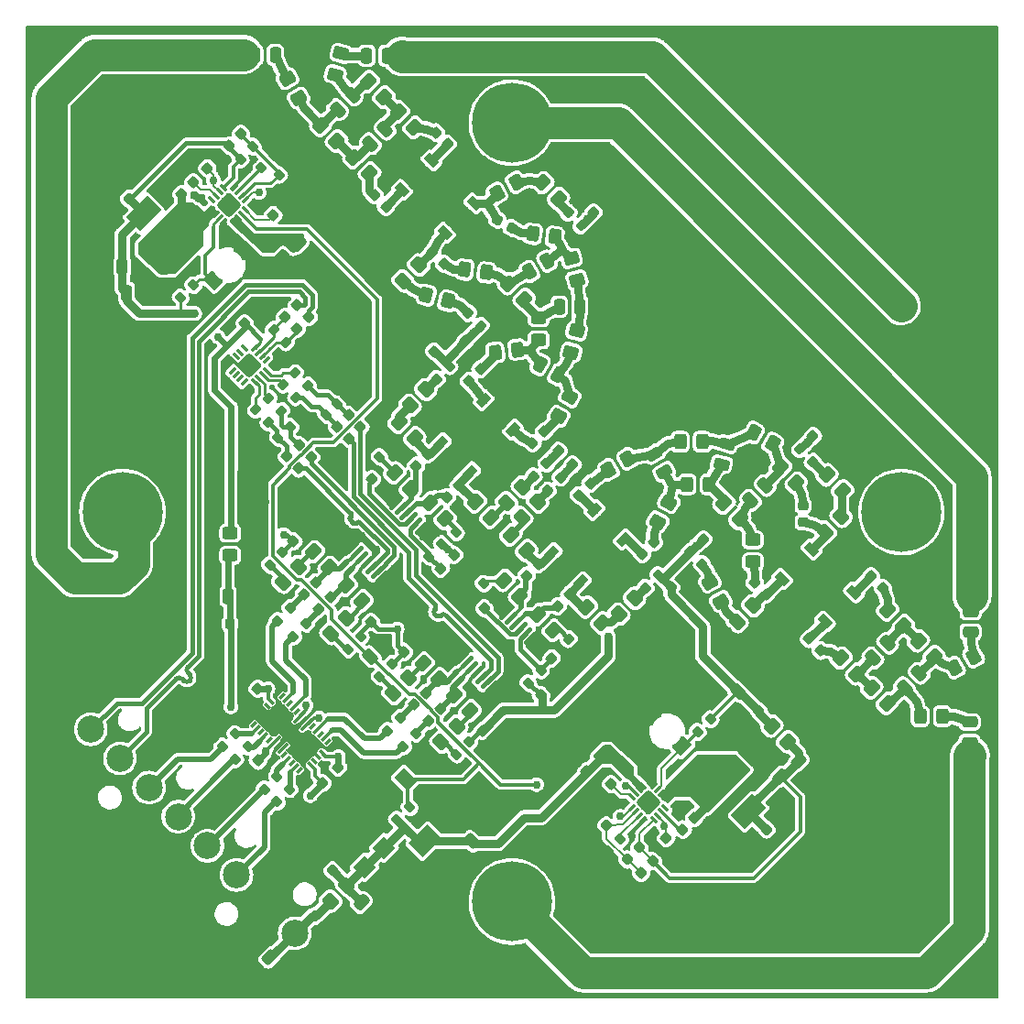
<source format=gbr>
%TF.GenerationSoftware,KiCad,Pcbnew,6.0.4-6f826c9f35~116~ubuntu20.04.1*%
%TF.CreationDate,2022-08-10T09:42:14+00:00*%
%TF.ProjectId,QFHMIX01E,5146484d-4958-4303-9145-2e6b69636164,rev?*%
%TF.SameCoordinates,Original*%
%TF.FileFunction,Copper,L2,Bot*%
%TF.FilePolarity,Positive*%
%FSLAX46Y46*%
G04 Gerber Fmt 4.6, Leading zero omitted, Abs format (unit mm)*
G04 Created by KiCad (PCBNEW 6.0.4-6f826c9f35~116~ubuntu20.04.1) date 2022-08-10 09:42:14*
%MOMM*%
%LPD*%
G01*
G04 APERTURE LIST*
G04 Aperture macros list*
%AMRoundRect*
0 Rectangle with rounded corners*
0 $1 Rounding radius*
0 $2 $3 $4 $5 $6 $7 $8 $9 X,Y pos of 4 corners*
0 Add a 4 corners polygon primitive as box body*
4,1,4,$2,$3,$4,$5,$6,$7,$8,$9,$2,$3,0*
0 Add four circle primitives for the rounded corners*
1,1,$1+$1,$2,$3*
1,1,$1+$1,$4,$5*
1,1,$1+$1,$6,$7*
1,1,$1+$1,$8,$9*
0 Add four rect primitives between the rounded corners*
20,1,$1+$1,$2,$3,$4,$5,0*
20,1,$1+$1,$4,$5,$6,$7,0*
20,1,$1+$1,$6,$7,$8,$9,0*
20,1,$1+$1,$8,$9,$2,$3,0*%
%AMRotRect*
0 Rectangle, with rotation*
0 The origin of the aperture is its center*
0 $1 length*
0 $2 width*
0 $3 Rotation angle, in degrees counterclockwise*
0 Add horizontal line*
21,1,$1,$2,0,0,$3*%
%AMFreePoly0*
4,1,23,0.405000,0.740874,0.428279,0.743162,0.511827,0.712611,0.573863,0.648849,0.602111,0.564493,0.590984,0.476233,0.584688,0.466496,0.534225,0.289770,0.507237,0.096174,0.507455,-0.099293,0.534875,-0.292827,0.585840,-0.469818,0.592288,-0.479819,0.603305,-0.568094,0.574951,-0.652415,0.512835,-0.716097,0.429248,-0.746543,0.405000,-0.744129,0.405000,-0.750000,-0.645000,-0.750000,
-0.645000,0.750000,0.405000,0.750000,0.405000,0.740874,0.405000,0.740874,$1*%
G04 Aperture macros list end*
%TA.AperFunction,ComponentPad*%
%ADD10C,2.500000*%
%TD*%
%TA.AperFunction,ComponentPad*%
%ADD11RotRect,1.524000X1.524000X45.000000*%
%TD*%
%TA.AperFunction,SMDPad,CuDef*%
%ADD12RoundRect,0.200000X0.053033X-0.335876X0.335876X-0.053033X-0.053033X0.335876X-0.335876X0.053033X0*%
%TD*%
%TA.AperFunction,SMDPad,CuDef*%
%ADD13RoundRect,0.200000X-0.053033X0.335876X-0.335876X0.053033X0.053033X-0.335876X0.335876X-0.053033X0*%
%TD*%
%TA.AperFunction,SMDPad,CuDef*%
%ADD14RoundRect,0.225000X0.017678X-0.335876X0.335876X-0.017678X-0.017678X0.335876X-0.335876X0.017678X0*%
%TD*%
%TA.AperFunction,ComponentPad*%
%ADD15C,6.000000*%
%TD*%
%TA.AperFunction,SMDPad,CuDef*%
%ADD16RoundRect,0.225000X-0.335876X-0.017678X-0.017678X-0.335876X0.335876X0.017678X0.017678X0.335876X0*%
%TD*%
%TA.AperFunction,SMDPad,CuDef*%
%ADD17RoundRect,0.225000X-0.017678X0.335876X-0.335876X0.017678X0.017678X-0.335876X0.335876X-0.017678X0*%
%TD*%
%TA.AperFunction,SMDPad,CuDef*%
%ADD18RoundRect,0.200000X0.335876X0.053033X0.053033X0.335876X-0.335876X-0.053033X-0.053033X-0.335876X0*%
%TD*%
%TA.AperFunction,WasherPad*%
%ADD19C,7.400000*%
%TD*%
%TA.AperFunction,ComponentPad*%
%ADD20C,0.500000*%
%TD*%
%TA.AperFunction,SMDPad,CuDef*%
%ADD21RoundRect,0.250000X-0.548008X-0.088388X-0.088388X-0.548008X0.548008X0.088388X0.088388X0.548008X0*%
%TD*%
%TA.AperFunction,SMDPad,CuDef*%
%ADD22RoundRect,0.250000X0.548008X0.088388X0.088388X0.548008X-0.548008X-0.088388X-0.088388X-0.548008X0*%
%TD*%
%TA.AperFunction,SMDPad,CuDef*%
%ADD23RoundRect,0.225000X0.335876X0.017678X0.017678X0.335876X-0.335876X-0.017678X-0.017678X-0.335876X0*%
%TD*%
%TA.AperFunction,SMDPad,CuDef*%
%ADD24RoundRect,0.250000X0.250000X0.475000X-0.250000X0.475000X-0.250000X-0.475000X0.250000X-0.475000X0*%
%TD*%
%TA.AperFunction,SMDPad,CuDef*%
%ADD25RoundRect,0.250000X0.159099X-0.512652X0.512652X-0.159099X-0.159099X0.512652X-0.512652X0.159099X0*%
%TD*%
%TA.AperFunction,SMDPad,CuDef*%
%ADD26RoundRect,0.250000X-0.020994X0.536362X-0.454006X0.286362X0.020994X-0.536362X0.454006X-0.286362X0*%
%TD*%
%TA.AperFunction,SMDPad,CuDef*%
%ADD27RoundRect,0.250000X0.454006X0.286362X0.020994X0.536362X-0.454006X-0.286362X-0.020994X-0.536362X0*%
%TD*%
%TA.AperFunction,SMDPad,CuDef*%
%ADD28RoundRect,0.225000X0.319856X0.104006X-0.069856X0.329006X-0.319856X-0.104006X0.069856X-0.329006X0*%
%TD*%
%TA.AperFunction,SMDPad,CuDef*%
%ADD29RoundRect,0.250000X0.430394X0.350550X-0.197457X0.518783X-0.430394X-0.350550X0.197457X-0.518783X0*%
%TD*%
%TA.AperFunction,SMDPad,CuDef*%
%ADD30RoundRect,0.250000X-0.088388X0.548008X-0.548008X0.088388X0.088388X-0.548008X0.548008X-0.088388X0*%
%TD*%
%TA.AperFunction,SMDPad,CuDef*%
%ADD31RoundRect,0.250000X0.088388X-0.548008X0.548008X-0.088388X-0.088388X0.548008X-0.548008X0.088388X0*%
%TD*%
%TA.AperFunction,SMDPad,CuDef*%
%ADD32RoundRect,0.250000X0.056458X0.552211X-0.506458X0.227211X-0.056458X-0.552211X0.506458X-0.227211X0*%
%TD*%
%TA.AperFunction,SMDPad,CuDef*%
%ADD33RoundRect,0.250000X-0.380956X-0.403729X0.263483X-0.488571X0.380956X0.403729X-0.263483X0.488571X0*%
%TD*%
%TA.AperFunction,SMDPad,CuDef*%
%ADD34RoundRect,0.250000X0.263483X0.488571X-0.380956X0.403729X-0.263483X-0.488571X0.380956X-0.403729X0*%
%TD*%
%TA.AperFunction,SMDPad,CuDef*%
%ADD35RoundRect,0.250000X0.020994X-0.536362X0.454006X-0.286362X-0.020994X0.536362X-0.454006X0.286362X0*%
%TD*%
%TA.AperFunction,SMDPad,CuDef*%
%ADD36RoundRect,0.250000X-0.250000X-0.475000X0.250000X-0.475000X0.250000X0.475000X-0.250000X0.475000X0*%
%TD*%
%TA.AperFunction,SMDPad,CuDef*%
%ADD37RoundRect,0.250000X-0.454006X-0.286362X-0.020994X-0.536362X0.454006X0.286362X0.020994X0.536362X0*%
%TD*%
%TA.AperFunction,SMDPad,CuDef*%
%ADD38RoundRect,0.250000X0.380956X0.403729X-0.263483X0.488571X-0.380956X-0.403729X0.263483X-0.488571X0*%
%TD*%
%TA.AperFunction,SMDPad,CuDef*%
%ADD39RoundRect,0.250000X0.227211X-0.506458X0.552211X0.056458X-0.227211X0.506458X-0.552211X-0.056458X0*%
%TD*%
%TA.AperFunction,SMDPad,CuDef*%
%ADD40RoundRect,0.200000X-0.335876X-0.053033X-0.053033X-0.335876X0.335876X0.053033X0.053033X0.335876X0*%
%TD*%
%TA.AperFunction,SMDPad,CuDef*%
%ADD41RotRect,0.760000X1.270000X315.000000*%
%TD*%
%TA.AperFunction,SMDPad,CuDef*%
%ADD42RotRect,4.800000X3.200000X315.000000*%
%TD*%
%TA.AperFunction,SMDPad,CuDef*%
%ADD43RoundRect,0.250000X0.552211X-0.056458X0.227211X0.506458X-0.552211X0.056458X-0.227211X-0.506458X0*%
%TD*%
%TA.AperFunction,SMDPad,CuDef*%
%ADD44RoundRect,0.225000X-0.250000X0.225000X-0.250000X-0.225000X0.250000X-0.225000X0.250000X0.225000X0*%
%TD*%
%TA.AperFunction,SMDPad,CuDef*%
%ADD45RoundRect,0.250000X-0.450000X0.325000X-0.450000X-0.325000X0.450000X-0.325000X0.450000X0.325000X0*%
%TD*%
%TA.AperFunction,SMDPad,CuDef*%
%ADD46RoundRect,0.250000X0.475000X-0.250000X0.475000X0.250000X-0.475000X0.250000X-0.475000X-0.250000X0*%
%TD*%
%TA.AperFunction,SMDPad,CuDef*%
%ADD47RoundRect,0.250000X0.536362X0.020994X0.286362X0.454006X-0.536362X-0.020994X-0.286362X-0.454006X0*%
%TD*%
%TA.AperFunction,SMDPad,CuDef*%
%ADD48RoundRect,0.250000X-0.350550X0.430394X-0.518783X-0.197457X0.350550X-0.430394X0.518783X0.197457X0*%
%TD*%
%TA.AperFunction,SMDPad,CuDef*%
%ADD49RoundRect,0.250000X-0.512652X-0.159099X-0.159099X-0.512652X0.512652X0.159099X0.159099X0.512652X0*%
%TD*%
%TA.AperFunction,SMDPad,CuDef*%
%ADD50RoundRect,0.250000X-0.159099X0.512652X-0.512652X0.159099X0.159099X-0.512652X0.512652X-0.159099X0*%
%TD*%
%TA.AperFunction,SMDPad,CuDef*%
%ADD51RoundRect,0.250000X0.325000X0.450000X-0.325000X0.450000X-0.325000X-0.450000X0.325000X-0.450000X0*%
%TD*%
%TA.AperFunction,SMDPad,CuDef*%
%ADD52RotRect,2.500000X1.800000X45.000000*%
%TD*%
%TA.AperFunction,SMDPad,CuDef*%
%ADD53RotRect,1.800000X2.790000X135.000000*%
%TD*%
%TA.AperFunction,SMDPad,CuDef*%
%ADD54RotRect,1.800000X2.790000X315.000000*%
%TD*%
%TA.AperFunction,SMDPad,CuDef*%
%ADD55RoundRect,0.250000X0.450000X-0.325000X0.450000X0.325000X-0.450000X0.325000X-0.450000X-0.325000X0*%
%TD*%
%TA.AperFunction,SMDPad,CuDef*%
%ADD56RoundRect,0.218750X0.335876X0.026517X0.026517X0.335876X-0.335876X-0.026517X-0.026517X-0.335876X0*%
%TD*%
%TA.AperFunction,SMDPad,CuDef*%
%ADD57RoundRect,0.250000X-0.552211X0.056458X-0.227211X-0.506458X0.552211X-0.056458X0.227211X0.506458X0*%
%TD*%
%TA.AperFunction,SMDPad,CuDef*%
%ADD58FreePoly0,315.000000*%
%TD*%
%TA.AperFunction,SMDPad,CuDef*%
%ADD59FreePoly0,135.000000*%
%TD*%
%TA.AperFunction,SMDPad,CuDef*%
%ADD60RoundRect,0.062500X-0.194454X-0.282843X0.282843X0.194454X0.194454X0.282843X-0.282843X-0.194454X0*%
%TD*%
%TA.AperFunction,SMDPad,CuDef*%
%ADD61RoundRect,0.062500X0.194454X-0.282843X0.282843X-0.194454X-0.194454X0.282843X-0.282843X0.194454X0*%
%TD*%
%TA.AperFunction,ComponentPad*%
%ADD62C,0.600000*%
%TD*%
%TA.AperFunction,SMDPad,CuDef*%
%ADD63RoundRect,0.250000X0.000000X-0.848528X0.848528X0.000000X0.000000X0.848528X-0.848528X0.000000X0*%
%TD*%
%TA.AperFunction,SMDPad,CuDef*%
%ADD64RoundRect,0.218750X-0.026517X0.335876X-0.335876X0.026517X0.026517X-0.335876X0.335876X-0.026517X0*%
%TD*%
%TA.AperFunction,SMDPad,CuDef*%
%ADD65RoundRect,0.250000X0.512652X0.159099X0.159099X0.512652X-0.512652X-0.159099X-0.159099X-0.512652X0*%
%TD*%
%TA.AperFunction,SMDPad,CuDef*%
%ADD66RoundRect,0.225000X0.225000X0.250000X-0.225000X0.250000X-0.225000X-0.250000X0.225000X-0.250000X0*%
%TD*%
%TA.AperFunction,SMDPad,CuDef*%
%ADD67RoundRect,0.250000X0.394110X-0.364421X0.523520X0.118542X-0.394110X0.364421X-0.523520X-0.118542X0*%
%TD*%
%TA.AperFunction,SMDPad,CuDef*%
%ADD68RoundRect,0.250000X-0.325000X-0.450000X0.325000X-0.450000X0.325000X0.450000X-0.325000X0.450000X0*%
%TD*%
%TA.AperFunction,SMDPad,CuDef*%
%ADD69RoundRect,0.100000X0.380070X0.521491X-0.521491X-0.380070X-0.380070X-0.521491X0.521491X0.380070X0*%
%TD*%
%TA.AperFunction,SMDPad,CuDef*%
%ADD70RoundRect,0.243750X0.494975X0.150260X0.150260X0.494975X-0.494975X-0.150260X-0.150260X-0.494975X0*%
%TD*%
%TA.AperFunction,SMDPad,CuDef*%
%ADD71RoundRect,0.250000X0.518783X-0.197457X0.350550X0.430394X-0.518783X0.197457X-0.350550X-0.430394X0*%
%TD*%
%TA.AperFunction,SMDPad,CuDef*%
%ADD72RoundRect,0.250000X-0.132583X0.503814X-0.503814X0.132583X0.132583X-0.503814X0.503814X-0.132583X0*%
%TD*%
%TA.AperFunction,SMDPad,CuDef*%
%ADD73RotRect,0.760000X1.270000X45.000000*%
%TD*%
%TA.AperFunction,SMDPad,CuDef*%
%ADD74RotRect,4.800000X3.200000X45.000000*%
%TD*%
%TA.AperFunction,SMDPad,CuDef*%
%ADD75RoundRect,0.243750X-0.150260X0.494975X-0.494975X0.150260X0.150260X-0.494975X0.494975X-0.150260X0*%
%TD*%
%TA.AperFunction,SMDPad,CuDef*%
%ADD76RoundRect,0.250000X0.506458X0.227211X-0.056458X0.552211X-0.506458X-0.227211X0.056458X-0.552211X0*%
%TD*%
%TA.AperFunction,SMDPad,CuDef*%
%ADD77RoundRect,0.218750X0.026517X-0.335876X0.335876X-0.026517X-0.026517X0.335876X-0.335876X0.026517X0*%
%TD*%
%TA.AperFunction,SMDPad,CuDef*%
%ADD78RoundRect,0.218750X-0.335876X-0.026517X-0.026517X-0.335876X0.335876X0.026517X0.026517X0.335876X0*%
%TD*%
%TA.AperFunction,SMDPad,CuDef*%
%ADD79RoundRect,0.062500X0.194454X0.282843X-0.282843X-0.194454X-0.194454X-0.282843X0.282843X0.194454X0*%
%TD*%
%TA.AperFunction,SMDPad,CuDef*%
%ADD80RoundRect,0.062500X-0.194454X0.282843X-0.282843X0.194454X0.194454X-0.282843X0.282843X-0.194454X0*%
%TD*%
%TA.AperFunction,SMDPad,CuDef*%
%ADD81RoundRect,0.250000X0.000000X0.848528X-0.848528X0.000000X0.000000X-0.848528X0.848528X0.000000X0*%
%TD*%
%TA.AperFunction,SMDPad,CuDef*%
%ADD82RotRect,0.760000X1.270000X225.000000*%
%TD*%
%TA.AperFunction,SMDPad,CuDef*%
%ADD83RotRect,4.800000X3.200000X225.000000*%
%TD*%
%TA.AperFunction,SMDPad,CuDef*%
%ADD84RoundRect,0.250000X0.350550X-0.430394X0.518783X0.197457X-0.350550X0.430394X-0.518783X-0.197457X0*%
%TD*%
%TA.AperFunction,SMDPad,CuDef*%
%ADD85RoundRect,0.062500X-0.282843X0.194454X0.194454X-0.282843X0.282843X-0.194454X-0.194454X0.282843X0*%
%TD*%
%TA.AperFunction,SMDPad,CuDef*%
%ADD86RoundRect,0.062500X-0.282843X-0.194454X-0.194454X-0.282843X0.282843X0.194454X0.194454X0.282843X0*%
%TD*%
%TA.AperFunction,SMDPad,CuDef*%
%ADD87RoundRect,0.250000X-0.848528X0.000000X0.000000X-0.848528X0.848528X0.000000X0.000000X0.848528X0*%
%TD*%
%TA.AperFunction,SMDPad,CuDef*%
%ADD88RotRect,0.600000X0.300000X225.000000*%
%TD*%
%TA.AperFunction,SMDPad,CuDef*%
%ADD89RotRect,1.300000X0.300000X225.000000*%
%TD*%
%TA.AperFunction,SMDPad,CuDef*%
%ADD90RotRect,0.600000X0.300000X135.000000*%
%TD*%
%TA.AperFunction,SMDPad,CuDef*%
%ADD91RotRect,1.450000X2.000000X225.000000*%
%TD*%
%TA.AperFunction,SMDPad,CuDef*%
%ADD92RoundRect,0.185000X0.279307X1.325825X-1.325825X-0.279307X-0.279307X-1.325825X1.325825X0.279307X0*%
%TD*%
%TA.AperFunction,SMDPad,CuDef*%
%ADD93RotRect,1.300000X1.700000X225.000000*%
%TD*%
%TA.AperFunction,SMDPad,CuDef*%
%ADD94FreePoly0,225.000000*%
%TD*%
%TA.AperFunction,SMDPad,CuDef*%
%ADD95FreePoly0,45.000000*%
%TD*%
%TA.AperFunction,SMDPad,CuDef*%
%ADD96RoundRect,0.250000X-0.394110X0.364421X-0.523520X-0.118542X0.394110X-0.364421X0.523520X0.118542X0*%
%TD*%
%TA.AperFunction,SMDPad,CuDef*%
%ADD97RoundRect,0.250000X-0.536362X-0.020994X-0.286362X-0.454006X0.536362X0.020994X0.286362X0.454006X0*%
%TD*%
%TA.AperFunction,ViaPad*%
%ADD98C,0.750000*%
%TD*%
%TA.AperFunction,ViaPad*%
%ADD99C,1.000000*%
%TD*%
%TA.AperFunction,Conductor*%
%ADD100C,0.250000*%
%TD*%
%TA.AperFunction,Conductor*%
%ADD101C,0.300000*%
%TD*%
%TA.AperFunction,Conductor*%
%ADD102C,0.400000*%
%TD*%
%TA.AperFunction,Conductor*%
%ADD103C,0.500000*%
%TD*%
%TA.AperFunction,Conductor*%
%ADD104C,0.800000*%
%TD*%
%TA.AperFunction,Conductor*%
%ADD105C,0.600000*%
%TD*%
%TA.AperFunction,Conductor*%
%ADD106C,0.200000*%
%TD*%
%TA.AperFunction,Conductor*%
%ADD107C,3.000000*%
%TD*%
G04 APERTURE END LIST*
D10*
%TO.P,J1,1*%
%TO.N,CLK_IN_N*%
X111070731Y-110070731D03*
%TO.P,J1,2*%
%TO.N,CLK_IN_P*%
X113764808Y-112764808D03*
%TO.P,J1,3*%
%TO.N,DEM_OUTA_N*%
X116458885Y-115458885D03*
%TO.P,J1,4*%
%TO.N,DEM_OUTA_P*%
X119152962Y-118152962D03*
%TO.P,J1,5*%
%TO.N,DEM_OUTB_N*%
X121847038Y-120847038D03*
%TO.P,J1,6*%
%TO.N,DEM_OUTB_P*%
X124541115Y-123541115D03*
%TO.P,J1,7*%
%TO.N,GND*%
X127235192Y-126235192D03*
%TO.P,J1,8*%
%TO.N,VCC*%
X129929269Y-128929269D03*
%TD*%
D11*
%TO.P,J2,1*%
%TO.N,GND*%
X134583897Y-121031000D03*
%TO.P,J2,2*%
X136379948Y-119234949D03*
%TO.P,J2,3*%
%TO.N,VDDA*%
X136379948Y-122827052D03*
%TO.P,J2,4*%
X138176000Y-121031000D03*
%TO.P,J2,5*%
%TO.N,GND*%
X138176000Y-124623103D03*
%TO.P,J2,6*%
X139972051Y-122827052D03*
%TD*%
D12*
%TO.P,R15,1*%
%TO.N,Net-(C12-Pad1)*%
X129540837Y-82091963D03*
%TO.P,R15,2*%
%TO.N,GND*%
X130707563Y-80925237D03*
%TD*%
D13*
%TO.P,R11,1*%
%TO.N,Net-(C13-Pad1)*%
X128370763Y-83109637D03*
%TO.P,R11,2*%
%TO.N,GND*%
X127204037Y-84276363D03*
%TD*%
D14*
%TO.P,C19,1*%
%TO.N,Net-(C19-Pad1)*%
X132151992Y-98948008D03*
%TO.P,C19,2*%
%TO.N,Net-(C19-Pad2)*%
X133248008Y-97851992D03*
%TD*%
%TO.P,C18,1*%
%TO.N,Net-(C18-Pad1)*%
X130769992Y-97576008D03*
%TO.P,C18,2*%
%TO.N,Net-(C18-Pad2)*%
X131866008Y-96479992D03*
%TD*%
D15*
%TO.P,M7,1*%
%TO.N,GND*%
X185560000Y-125560000D03*
%TD*%
%TO.P,M6,1*%
%TO.N,GND*%
X185560000Y-54440000D03*
%TD*%
%TO.P,M5,1*%
%TO.N,GND*%
X114440000Y-125560000D03*
%TD*%
D16*
%TO.P,C13,1*%
%TO.N,Net-(C13-Pad1)*%
X129194200Y-84862823D03*
%TO.P,C13,2*%
%TO.N,/CLK_MIX1_P*%
X130290216Y-85958839D03*
%TD*%
D17*
%TO.P,C2,1*%
%TO.N,CLK_IN_N*%
X131231008Y-71943592D03*
%TO.P,C2,2*%
%TO.N,Net-(C2-Pad2)*%
X130134992Y-73039608D03*
%TD*%
D16*
%TO.P,C12,1*%
%TO.N,Net-(C12-Pad1)*%
X130337200Y-83846823D03*
%TO.P,C12,2*%
%TO.N,/CLK_MIX1_N*%
X131433216Y-84942839D03*
%TD*%
D17*
%TO.P,C1,1*%
%TO.N,CLK_IN_P*%
X130138808Y-70876792D03*
%TO.P,C1,2*%
%TO.N,Net-(C1-Pad2)*%
X129042792Y-71972808D03*
%TD*%
D18*
%TO.P,R6,1*%
%TO.N,Net-(C10-Pad1)*%
X131114800Y-78308200D03*
%TO.P,R6,2*%
%TO.N,Net-(R6-Pad2)*%
X129948074Y-77141474D03*
%TD*%
D12*
%TO.P,R14,1*%
%TO.N,GND*%
X131674437Y-82193563D03*
%TO.P,R14,2*%
%TO.N,Net-(C11-Pad1)*%
X132841163Y-81026837D03*
%TD*%
D13*
%TO.P,R10,1*%
%TO.N,GND*%
X135000163Y-78867837D03*
%TO.P,R10,2*%
%TO.N,Net-(C10-Pad1)*%
X133833437Y-80034563D03*
%TD*%
D19*
%TO.P,M4,*%
%TO.N,*%
X150000000Y-126000000D03*
D20*
%TO.P,M4,1*%
%TO.N,/LNA/QFH_IN_2_N*%
X153000000Y-126000000D03*
X152598076Y-127500000D03*
X150000000Y-123000000D03*
X152598076Y-124500000D03*
X147401924Y-127500000D03*
X150000000Y-129000000D03*
X147000000Y-126000000D03*
X148500000Y-123401924D03*
X151500000Y-128598076D03*
X151500000Y-123401924D03*
X147401924Y-124500000D03*
X148500000Y-128598076D03*
%TD*%
D19*
%TO.P,M3,*%
%TO.N,*%
X150000000Y-54000000D03*
D20*
%TO.P,M3,1*%
%TO.N,/LNA/QFH_IN_2_P*%
X151500000Y-51401924D03*
X152598076Y-55500000D03*
X148500000Y-51401924D03*
X153000000Y-54000000D03*
X147401924Y-55500000D03*
X150000000Y-57000000D03*
X147000000Y-54000000D03*
X151500000Y-56598076D03*
X148500000Y-56598076D03*
X150000000Y-51000000D03*
X152598076Y-52500000D03*
X147401924Y-52500000D03*
%TD*%
D19*
%TO.P,M1,*%
%TO.N,*%
X186000000Y-90000000D03*
D20*
%TO.P,M1,1*%
%TO.N,/LNA/QFH_IN_1_N*%
X187500000Y-92598076D03*
X183401924Y-88500000D03*
X188598076Y-88500000D03*
X183401924Y-91500000D03*
X186000000Y-87000000D03*
X188598076Y-91500000D03*
X184500000Y-92598076D03*
X189000000Y-90000000D03*
X187500000Y-87401924D03*
X186000000Y-93000000D03*
X183000000Y-90000000D03*
X184500000Y-87401924D03*
%TD*%
D19*
%TO.P,M2,*%
%TO.N,*%
X114000000Y-90000000D03*
D20*
%TO.P,M2,1*%
%TO.N,/LNA/QFH_IN_1_P*%
X112500000Y-87401924D03*
X117000000Y-90000000D03*
X111401924Y-88500000D03*
X116598076Y-91500000D03*
X115500000Y-87401924D03*
X112500000Y-92598076D03*
X114000000Y-93000000D03*
X111000000Y-90000000D03*
X114000000Y-87000000D03*
X111401924Y-91500000D03*
X116598076Y-88500000D03*
X115500000Y-92598076D03*
%TD*%
D14*
%TO.P,C21,1*%
%TO.N,Net-(C21-Pad1)*%
X142326992Y-109260008D03*
%TO.P,C21,2*%
%TO.N,Net-(C21-Pad2)*%
X143423008Y-108163992D03*
%TD*%
%TO.P,C20,1*%
%TO.N,Net-(C20-Pad1)*%
X140929992Y-107812208D03*
%TO.P,C20,2*%
%TO.N,Net-(C20-Pad2)*%
X142026008Y-106716192D03*
%TD*%
D12*
%TO.P,R26,1*%
%TO.N,DEM_OUTB_N*%
X127120339Y-115607097D03*
%TO.P,R26,2*%
%TO.N,Net-(R26-Pad2)*%
X128287065Y-114440371D03*
%TD*%
%TO.P,R21,1*%
%TO.N,Net-(R21-Pad1)*%
X129796880Y-101480517D03*
%TO.P,R21,2*%
%TO.N,Net-(C19-Pad1)*%
X130963606Y-100313791D03*
%TD*%
%TO.P,R25,1*%
%TO.N,DEM_OUTA_P*%
X124426262Y-112841180D03*
%TO.P,R25,2*%
%TO.N,Net-(R25-Pad2)*%
X125592988Y-111674454D03*
%TD*%
%TO.P,R24,1*%
%TO.N,DEM_OUTA_N*%
X123258828Y-111673746D03*
%TO.P,R24,2*%
%TO.N,Net-(R24-Pad2)*%
X124425554Y-110507020D03*
%TD*%
%TO.P,R20,1*%
%TO.N,Net-(R20-Pad1)*%
X128360040Y-100043676D03*
%TO.P,R20,2*%
%TO.N,Net-(C18-Pad1)*%
X129526766Y-98876950D03*
%TD*%
%TO.P,R23,1*%
%TO.N,Net-(R23-Pad1)*%
X139953762Y-111637399D03*
%TO.P,R23,2*%
%TO.N,Net-(C21-Pad1)*%
X141120488Y-110470673D03*
%TD*%
%TO.P,R27,1*%
%TO.N,DEM_OUTB_P*%
X128287772Y-116774532D03*
%TO.P,R27,2*%
%TO.N,Net-(R27-Pad2)*%
X129454498Y-115607806D03*
%TD*%
D15*
%TO.P,M8,1*%
%TO.N,GND*%
X114440000Y-54440000D03*
%TD*%
D16*
%TO.P,C11,1*%
%TO.N,Net-(C11-Pad1)*%
X133843392Y-82103592D03*
%TO.P,C11,2*%
%TO.N,/CLK_MIX2_P*%
X134939408Y-83199608D03*
%TD*%
%TO.P,C10,1*%
%TO.N,Net-(C10-Pad1)*%
X134899400Y-81051400D03*
%TO.P,C10,2*%
%TO.N,/CLK_MIX2_N*%
X135995416Y-82147416D03*
%TD*%
D14*
%TO.P,C16,1*%
%TO.N,+5V*%
X129804792Y-92699208D03*
%TO.P,C16,2*%
%TO.N,GND*%
X130900808Y-91603192D03*
%TD*%
%TO.P,C17,1*%
%TO.N,+5V*%
X136992992Y-100141408D03*
%TO.P,C17,2*%
%TO.N,GND*%
X138089008Y-99045392D03*
%TD*%
D16*
%TO.P,C24,1*%
%TO.N,+3.3VA*%
X132469885Y-115044885D03*
%TO.P,C24,2*%
%TO.N,GND*%
X133565901Y-116140901D03*
%TD*%
D17*
%TO.P,C25,1*%
%TO.N,+3.3VA*%
X126532008Y-112964592D03*
%TO.P,C25,2*%
%TO.N,GND*%
X125435992Y-114060608D03*
%TD*%
D16*
%TO.P,C22,1*%
%TO.N,GND*%
X125413524Y-105226063D03*
%TO.P,C22,2*%
%TO.N,Net-(C22-Pad2)*%
X126509540Y-106322079D03*
%TD*%
%TO.P,C8,1*%
%TO.N,Net-(C8-Pad1)*%
X137051992Y-86951992D03*
%TO.P,C8,2*%
%TO.N,GND*%
X138148008Y-88048008D03*
%TD*%
%TO.P,C23,1*%
%TO.N,Net-(C23-Pad1)*%
X133944885Y-113594885D03*
%TO.P,C23,2*%
%TO.N,GND*%
X135040901Y-114690901D03*
%TD*%
D14*
%TO.P,C3,1*%
%TO.N,+3V3*%
X125308992Y-72557008D03*
%TO.P,C3,2*%
%TO.N,GND*%
X126405008Y-71460992D03*
%TD*%
D12*
%TO.P,R22,1*%
%TO.N,Net-(R22-Pad1)*%
X138516919Y-110200559D03*
%TO.P,R22,2*%
%TO.N,Net-(C20-Pad1)*%
X139683645Y-109033833D03*
%TD*%
D21*
%TO.P,L8,1,1*%
%TO.N,Net-(L7-Pad2)*%
X131660016Y-93661616D03*
%TO.P,L8,2,2*%
%TO.N,Net-(C18-Pad2)*%
X133109584Y-95111184D03*
%TD*%
D22*
%TO.P,L12,1,1*%
%TO.N,Net-(L11-Pad2)*%
X136132184Y-98209984D03*
%TO.P,L12,2,2*%
%TO.N,Net-(C19-Pad2)*%
X134682616Y-96760416D03*
%TD*%
D23*
%TO.P,C41,1*%
%TO.N,+5V*%
X145683608Y-74182608D03*
%TO.P,C41,2*%
%TO.N,GND*%
X144587592Y-73086592D03*
%TD*%
D16*
%TO.P,C44,1*%
%TO.N,GND*%
X156423992Y-61199392D03*
%TO.P,C44,2*%
%TO.N,+5V*%
X157520008Y-62295408D03*
%TD*%
D17*
%TO.P,C58,1*%
%TO.N,+5V*%
X142813408Y-75143992D03*
%TO.P,C58,2*%
%TO.N,GND*%
X141717392Y-76240008D03*
%TD*%
%TO.P,C61,1*%
%TO.N,GND*%
X155411808Y-83246592D03*
%TO.P,C61,2*%
%TO.N,+5V*%
X154315792Y-84342608D03*
%TD*%
D24*
%TO.P,C28,1*%
%TO.N,Net-(C28-Pad1)*%
X128127800Y-47752000D03*
%TO.P,C28,2*%
%TO.N,/LNA/QFH_IN_1_P*%
X126227800Y-47752000D03*
%TD*%
D25*
%TO.P,C32,1*%
%TO.N,Net-(C32-Pad1)*%
X133897449Y-52792551D03*
%TO.P,C32,2*%
%TO.N,Net-(C32-Pad2)*%
X135240951Y-51449049D03*
%TD*%
D23*
%TO.P,C36,1*%
%TO.N,Net-(C36-Pad1)*%
X138368408Y-61787408D03*
%TO.P,C36,2*%
%TO.N,Net-(C36-Pad2)*%
X137272392Y-60691392D03*
%TD*%
%TO.P,C45,1*%
%TO.N,Net-(C45-Pad1)*%
X143727808Y-67045208D03*
%TO.P,C45,2*%
%TO.N,Net-(C45-Pad2)*%
X142631792Y-65949192D03*
%TD*%
D14*
%TO.P,C56,1*%
%TO.N,Net-(C56-Pad1)*%
X146009992Y-77891008D03*
%TO.P,C56,2*%
%TO.N,Net-(C56-Pad2)*%
X147106008Y-76794992D03*
%TD*%
D17*
%TO.P,C62,1*%
%TO.N,Net-(C62-Pad1)*%
X142235088Y-84632070D03*
%TO.P,C62,2*%
%TO.N,/LNA/LNA_OUT_1_P*%
X141139072Y-85728086D03*
%TD*%
D26*
%TO.P,C49,1*%
%TO.N,Net-(C49-Pad1)*%
X153248124Y-66809600D03*
%TO.P,C49,2*%
%TO.N,Net-(C49-Pad2)*%
X151602676Y-67759600D03*
%TD*%
D24*
%TO.P,C51,1*%
%TO.N,Net-(C51-Pad1)*%
X156271000Y-70993000D03*
%TO.P,C51,2*%
%TO.N,Net-(C51-Pad2)*%
X154371000Y-70993000D03*
%TD*%
D27*
%TO.P,C53,1*%
%TO.N,Net-(C53-Pad1)*%
X154238724Y-77310000D03*
%TO.P,C53,2*%
%TO.N,Net-(C53-Pad2)*%
X152593276Y-76360000D03*
%TD*%
D24*
%TO.P,C29,1*%
%TO.N,/LNA/QFH_IN_1_N*%
X138465600Y-47802800D03*
%TO.P,C29,2*%
%TO.N,Net-(C29-Pad2)*%
X136565600Y-47802800D03*
%TD*%
D25*
%TO.P,C34,1*%
%TO.N,Net-(C34-Pad1)*%
X136920049Y-55942151D03*
%TO.P,C34,2*%
%TO.N,Net-(C34-Pad2)*%
X138263551Y-54598649D03*
%TD*%
D16*
%TO.P,C37,1*%
%TO.N,Net-(C37-Pad1)*%
X142961992Y-54900192D03*
%TO.P,C37,2*%
%TO.N,Net-(C37-Pad2)*%
X144058008Y-55996208D03*
%TD*%
D28*
%TO.P,C46,1*%
%TO.N,Net-(C46-Pad1)*%
X149972370Y-63735100D03*
%TO.P,C46,2*%
%TO.N,Net-(C46-Pad2)*%
X148630030Y-62960100D03*
%TD*%
D17*
%TO.P,C63,1*%
%TO.N,Net-(C63-Pad1)*%
X145074008Y-87551992D03*
%TO.P,C63,2*%
%TO.N,/LNA/LNA_OUT_1_N*%
X143977992Y-88648008D03*
%TD*%
%TO.P,C64,1*%
%TO.N,Net-(C64-Pad1)*%
X152437139Y-94788641D03*
%TO.P,C64,2*%
%TO.N,/LNA/LNA_OUT_2_P*%
X151341123Y-95884657D03*
%TD*%
%TO.P,C65,1*%
%TO.N,Net-(C65-Pad1)*%
X155310208Y-97622992D03*
%TO.P,C65,2*%
%TO.N,/LNA/LNA_OUT_2_N*%
X154214192Y-98719008D03*
%TD*%
D16*
%TO.P,C47,1*%
%TO.N,+5V*%
X177821584Y-82977984D03*
%TO.P,C47,2*%
%TO.N,GND*%
X178917600Y-84074000D03*
%TD*%
D14*
%TO.P,C59,1*%
%TO.N,GND*%
X163612192Y-98033208D03*
%TO.P,C59,2*%
%TO.N,+5V*%
X164708208Y-96937192D03*
%TD*%
%TO.P,C60,1*%
%TO.N,+5V*%
X155636592Y-85587208D03*
%TO.P,C60,2*%
%TO.N,GND*%
X156732608Y-84491192D03*
%TD*%
D29*
%TO.P,L31,1,1*%
%TO.N,Net-(L31-Pad1)*%
X144068274Y-70470890D03*
%TO.P,L31,2,2*%
%TO.N,Net-(L31-Pad2)*%
X142088126Y-69940310D03*
%TD*%
D22*
%TO.P,L35,1,1*%
%TO.N,Net-(L35-Pad1)*%
X154293184Y-60998984D03*
%TO.P,L35,2,2*%
%TO.N,Net-(L35-Pad2)*%
X152843616Y-59549416D03*
%TD*%
D30*
%TO.P,L59,1,1*%
%TO.N,Net-(L59-Pad1)*%
X142024784Y-78675216D03*
%TO.P,L59,2,2*%
%TO.N,Net-(L59-Pad2)*%
X140575216Y-80124784D03*
%TD*%
%TO.P,L63,1,1*%
%TO.N,Net-(L63-Pad1)*%
X150965784Y-87667216D03*
%TO.P,L63,2,2*%
%TO.N,Net-(L63-Pad2)*%
X149516216Y-89116784D03*
%TD*%
D31*
%TO.P,L32,1,1*%
%TO.N,Net-(L31-Pad2)*%
X139940416Y-68618984D03*
%TO.P,L32,2,2*%
%TO.N,Net-(C45-Pad2)*%
X141389984Y-67169416D03*
%TD*%
D32*
%TO.P,L36,1,1*%
%TO.N,Net-(L35-Pad2)*%
X150392076Y-59507700D03*
%TO.P,L36,2,2*%
%TO.N,Net-(C46-Pad2)*%
X148616724Y-60532700D03*
%TD*%
D21*
%TO.P,L60,1,1*%
%TO.N,Net-(L59-Pad2)*%
X139559416Y-81698216D03*
%TO.P,L60,2,2*%
%TO.N,Net-(C62-Pad1)*%
X141008984Y-83147784D03*
%TD*%
D22*
%TO.P,L64,1,1*%
%TO.N,Net-(L63-Pad2)*%
X148070184Y-90488384D03*
%TO.P,L64,2,2*%
%TO.N,Net-(C63-Pad1)*%
X146620616Y-89038816D03*
%TD*%
D33*
%TO.P,L39,1,1*%
%TO.N,Net-(C45-Pad1)*%
X145617969Y-67582611D03*
%TO.P,L39,2,2*%
%TO.N,Net-(C49-Pad2)*%
X147650431Y-67850189D03*
%TD*%
D34*
%TO.P,L57,1,1*%
%TO.N,Net-(C53-Pad2)*%
X150495231Y-74974011D03*
%TO.P,L57,2,2*%
%TO.N,Net-(C56-Pad2)*%
X148462769Y-75241589D03*
%TD*%
D25*
%TO.P,L17,1,1*%
%TO.N,Net-(C32-Pad1)*%
X133897449Y-52792551D03*
%TO.P,L17,2,2*%
%TO.N,Net-(C32-Pad2)*%
X135240951Y-51449049D03*
%TD*%
%TO.P,L23,1,1*%
%TO.N,Net-(C34-Pad1)*%
X136920049Y-55942151D03*
%TO.P,L23,2,2*%
%TO.N,Net-(C34-Pad2)*%
X138263551Y-54598649D03*
%TD*%
D35*
%TO.P,L42,1,1*%
%TO.N,Net-(C49-Pad2)*%
X151602676Y-67759600D03*
%TO.P,L42,2,2*%
%TO.N,Net-(C49-Pad1)*%
X153248124Y-66809600D03*
%TD*%
D36*
%TO.P,L48,1,1*%
%TO.N,Net-(C51-Pad2)*%
X154371000Y-70993000D03*
%TO.P,L48,2,2*%
%TO.N,Net-(C51-Pad1)*%
X156271000Y-70993000D03*
%TD*%
D37*
%TO.P,L54,1,1*%
%TO.N,Net-(C53-Pad2)*%
X152593276Y-76360000D03*
%TO.P,L54,2,2*%
%TO.N,Net-(C53-Pad1)*%
X154238724Y-77310000D03*
%TD*%
D38*
%TO.P,L40,1,1*%
%TO.N,Net-(C49-Pad1)*%
X153949631Y-64548189D03*
%TO.P,L40,2,2*%
%TO.N,Net-(C46-Pad1)*%
X151917169Y-64280611D03*
%TD*%
D39*
%TO.P,L58,1,1*%
%TO.N,Net-(C57-Pad2)*%
X154325900Y-81126276D03*
%TO.P,L58,2,2*%
%TO.N,Net-(C53-Pad1)*%
X155350900Y-79350924D03*
%TD*%
D31*
%TO.P,L33,1,1*%
%TO.N,Net-(C42-Pad2)*%
X178980216Y-91834584D03*
%TO.P,L33,2,2*%
%TO.N,Net-(L33-Pad2)*%
X180429784Y-90385016D03*
%TD*%
D21*
%TO.P,L61,1,1*%
%TO.N,Net-(C65-Pad1)*%
X156875216Y-98775216D03*
%TO.P,L61,2,2*%
%TO.N,Net-(L61-Pad2)*%
X158324784Y-100224784D03*
%TD*%
D22*
%TO.P,L65,1,1*%
%TO.N,Net-(C64-Pad1)*%
X151346784Y-93561784D03*
%TO.P,L65,2,2*%
%TO.N,Net-(L65-Pad2)*%
X149897216Y-92112216D03*
%TD*%
%TO.P,L34,1,1*%
%TO.N,Net-(L33-Pad2)*%
X180567483Y-88009883D03*
%TO.P,L34,2,2*%
%TO.N,Net-(L34-Pad2)*%
X179117915Y-86560315D03*
%TD*%
D31*
%TO.P,L62,1,1*%
%TO.N,Net-(L61-Pad2)*%
X159875216Y-99424784D03*
%TO.P,L62,2,2*%
%TO.N,Net-(L62-Pad2)*%
X161324784Y-97975216D03*
%TD*%
%TO.P,L66,1,1*%
%TO.N,Net-(L65-Pad2)*%
X150913216Y-90513784D03*
%TO.P,L66,2,2*%
%TO.N,Net-(L66-Pad2)*%
X152362784Y-89064216D03*
%TD*%
D18*
%TO.P,R29,1*%
%TO.N,+5V*%
X147115963Y-72770163D03*
%TO.P,R29,2*%
%TO.N,Net-(L31-Pad1)*%
X145949237Y-71603437D03*
%TD*%
D40*
%TO.P,R31,1*%
%TO.N,Net-(L35-Pad1)*%
X155245637Y-62332437D03*
%TO.P,R31,2*%
%TO.N,+5V*%
X156412363Y-63499163D03*
%TD*%
D13*
%TO.P,R32,1*%
%TO.N,+5V*%
X144220363Y-76505637D03*
%TO.P,R32,2*%
%TO.N,Net-(L59-Pad1)*%
X143053637Y-77672363D03*
%TD*%
D12*
%TO.P,R34,1*%
%TO.N,Net-(L63-Pad1)*%
X152016637Y-86683363D03*
%TO.P,R34,2*%
%TO.N,+5V*%
X153183363Y-85516637D03*
%TD*%
D40*
%TO.P,R30,1*%
%TO.N,+5V*%
X176633274Y-84177274D03*
%TO.P,R30,2*%
%TO.N,Net-(L34-Pad2)*%
X177800000Y-85344000D03*
%TD*%
D12*
%TO.P,R33,1*%
%TO.N,Net-(L62-Pad2)*%
X162357637Y-96976363D03*
%TO.P,R33,2*%
%TO.N,+5V*%
X163524363Y-95809637D03*
%TD*%
D13*
%TO.P,R35,1*%
%TO.N,+5V*%
X154483363Y-86816637D03*
%TO.P,R35,2*%
%TO.N,Net-(L66-Pad2)*%
X153316637Y-87983363D03*
%TD*%
D41*
%TO.P,U7,1,RF_IN*%
%TO.N,Net-(C56-Pad1)*%
X147393263Y-79662660D03*
D20*
%TO.P,U7,2,GND*%
%TO.N,GND*%
X148885965Y-83692462D03*
X148178859Y-82985355D03*
X147471752Y-83692462D03*
X146764645Y-82985355D03*
X147471752Y-82278248D03*
X144643325Y-82278248D03*
X148178859Y-84399569D03*
D41*
X148291289Y-80560686D03*
D20*
X146057538Y-83692462D03*
X146764645Y-81571141D03*
X146764645Y-84399569D03*
X147471752Y-85106675D03*
X145350431Y-82985355D03*
X145350431Y-81571141D03*
X146057538Y-80864035D03*
X146057538Y-82278248D03*
D42*
X146764645Y-82985355D03*
D41*
%TO.P,U7,3,GND*%
X149189314Y-81458711D03*
%TO.P,U7,4,RF_IN*%
%TO.N,Net-(C57-Pad1)*%
X150087340Y-82356737D03*
%TO.P,U7,5,RF_OUT*%
%TO.N,Net-(C63-Pad1)*%
X146136027Y-86308050D03*
%TO.P,U7,6,GND*%
%TO.N,GND*%
X145238001Y-85410024D03*
%TO.P,U7,7,GND*%
X144339976Y-84511999D03*
%TO.P,U7,8,RF_OUT*%
%TO.N,Net-(C62-Pad1)*%
X143441950Y-83613973D03*
%TD*%
%TO.P,U8,1,RF_IN*%
%TO.N,Net-(C54-Pad1)*%
X157643263Y-89812660D03*
D20*
%TO.P,U8,2,GND*%
%TO.N,GND*%
X158428859Y-94549569D03*
X159135965Y-93842462D03*
X157721752Y-92428248D03*
X158428859Y-93135355D03*
D42*
X157014645Y-93135355D03*
D20*
X156307538Y-92428248D03*
X157014645Y-91721141D03*
X156307538Y-93842462D03*
X157014645Y-94549569D03*
X157721752Y-93842462D03*
X157014645Y-93135355D03*
D41*
X158541289Y-90710686D03*
D20*
X155600431Y-91721141D03*
X155600431Y-93135355D03*
X157721752Y-95256675D03*
X156307538Y-91014035D03*
X154893325Y-92428248D03*
D41*
%TO.P,U8,3,GND*%
X159439314Y-91608711D03*
%TO.P,U8,4,RF_IN*%
%TO.N,Net-(C55-Pad1)*%
X160337340Y-92506737D03*
%TO.P,U8,5,RF_OUT*%
%TO.N,Net-(C65-Pad1)*%
X156386027Y-96458050D03*
%TO.P,U8,6,GND*%
%TO.N,GND*%
X155488001Y-95560024D03*
%TO.P,U8,7,GND*%
X154589976Y-94661999D03*
%TO.P,U8,8,RF_OUT*%
%TO.N,Net-(C64-Pad1)*%
X153691950Y-93763973D03*
%TD*%
D18*
%TO.P,R28,1*%
%TO.N,Net-(L30-Pad2)*%
X167562963Y-94817363D03*
%TO.P,R28,2*%
%TO.N,+5V*%
X166396237Y-93650637D03*
%TD*%
D23*
%TO.P,C40,1*%
%TO.N,GND*%
X168772208Y-93613608D03*
%TO.P,C40,2*%
%TO.N,+5V*%
X167676192Y-92517592D03*
%TD*%
D30*
%TO.P,L29,1,1*%
%TO.N,Net-(C43-Pad2)*%
X172250984Y-98665416D03*
%TO.P,L29,2,2*%
%TO.N,Net-(L29-Pad2)*%
X170801416Y-100114984D03*
%TD*%
D43*
%TO.P,L30,1,1*%
%TO.N,Net-(L29-Pad2)*%
X169320900Y-98245876D03*
%TO.P,L30,2,2*%
%TO.N,Net-(L30-Pad2)*%
X168295900Y-96470524D03*
%TD*%
D31*
%TO.P,L7,1,1*%
%TO.N,Net-(L7-Pad1)*%
X128815216Y-96482784D03*
%TO.P,L7,2,2*%
%TO.N,Net-(L7-Pad2)*%
X130264784Y-95033216D03*
%TD*%
D21*
%TO.P,L9,1,1*%
%TO.N,Net-(L10-Pad2)*%
X141794616Y-103974016D03*
%TO.P,L9,2,2*%
%TO.N,Net-(C20-Pad2)*%
X143244184Y-105423584D03*
%TD*%
D23*
%TO.P,C27,1*%
%TO.N,VDDA*%
X156885008Y-113959008D03*
%TO.P,C27,2*%
%TO.N,GND*%
X155788992Y-112862992D03*
%TD*%
D13*
%TO.P,R18,1*%
%TO.N,+5V*%
X138937163Y-104039237D03*
%TO.P,R18,2*%
%TO.N,Net-(L10-Pad1)*%
X137770437Y-105205963D03*
%TD*%
%TO.P,R4,1*%
%TO.N,Net-(L3-Pad1)*%
X147383363Y-96616637D03*
%TO.P,R4,2*%
%TO.N,GND*%
X146216637Y-97783363D03*
%TD*%
D44*
%TO.P,C42,1*%
%TO.N,Net-(C42-Pad1)*%
X176911000Y-89395000D03*
%TO.P,C42,2*%
%TO.N,Net-(C42-Pad2)*%
X176911000Y-90945000D03*
%TD*%
D45*
%TO.P,L51,1,1*%
%TO.N,Net-(C51-Pad2)*%
X152476200Y-72025400D03*
%TO.P,L51,2,2*%
%TO.N,Net-(C53-Pad2)*%
X152476200Y-74075400D03*
%TD*%
D46*
%TO.P,C30,1*%
%TO.N,Net-(C30-Pad1)*%
X192405000Y-101087000D03*
%TO.P,C30,2*%
%TO.N,/LNA/QFH_IN_2_P*%
X192405000Y-99187000D03*
%TD*%
D47*
%TO.P,C52,1*%
%TO.N,Net-(C52-Pad1)*%
X164076400Y-86268324D03*
%TO.P,C52,2*%
%TO.N,Net-(C52-Pad2)*%
X163126400Y-84622876D03*
%TD*%
D48*
%TO.P,L14,1,1*%
%TO.N,Net-(C29-Pad2)*%
X134199490Y-47600126D03*
%TO.P,L14,2,2*%
%TO.N,Net-(C32-Pad2)*%
X133668910Y-49580274D03*
%TD*%
D49*
%TO.P,C89,1*%
%TO.N,GND*%
X173445249Y-113120249D03*
%TO.P,C89,2*%
%TO.N,/Power/5VO*%
X174788751Y-114463751D03*
%TD*%
D31*
%TO.P,L6,1,1*%
%TO.N,Net-(L6-Pad1)*%
X143445616Y-111265584D03*
%TO.P,L6,2,2*%
%TO.N,Net-(L5-Pad1)*%
X144895184Y-109816016D03*
%TD*%
D50*
%TO.P,L41,1,1*%
%TO.N,Net-(C48-Pad2)*%
X173391751Y-87542449D03*
%TO.P,L41,2,2*%
%TO.N,Net-(C48-Pad1)*%
X172048249Y-88885951D03*
%TD*%
D51*
%TO.P,L49,1,1*%
%TO.N,Net-(C50-Pad2)*%
X167598200Y-83489800D03*
%TO.P,L49,2,2*%
%TO.N,Net-(C52-Pad2)*%
X165548200Y-83489800D03*
%TD*%
D21*
%TO.P,L20,1,1*%
%TO.N,Net-(C32-Pad2)*%
X136714616Y-50176816D03*
%TO.P,L20,2,2*%
%TO.N,Net-(C34-Pad2)*%
X138164184Y-51626384D03*
%TD*%
D36*
%TO.P,C84,1*%
%TO.N,GND*%
X112080000Y-67310000D03*
%TO.P,C84,2*%
%TO.N,+3V3*%
X113980000Y-67310000D03*
%TD*%
D52*
%TO.P,D1,1,K*%
%TO.N,VDDA*%
X141968786Y-120413214D03*
%TO.P,D1,2,A*%
%TO.N,GND*%
X144797214Y-117584786D03*
%TD*%
D53*
%TO.P,L67,1,1*%
%TO.N,/Power/sw3*%
X119305364Y-65736764D03*
D54*
%TO.P,L67,2,2*%
%TO.N,+3V3*%
X115950143Y-62381543D03*
%TD*%
D12*
%TO.P,R41,1*%
%TO.N,+3V3*%
X119380837Y-70179363D03*
%TO.P,R41,2*%
%TO.N,/Power/PG3v3*%
X120547563Y-69012637D03*
%TD*%
D32*
%TO.P,L15,1,1*%
%TO.N,Net-(C30-Pad1)*%
X192683076Y-103348100D03*
%TO.P,L15,2,2*%
%TO.N,Net-(C33-Pad1)*%
X190907724Y-104373100D03*
%TD*%
D21*
%TO.P,L44,1,1*%
%TO.N,Net-(C50-Pad1)*%
X169607616Y-89165816D03*
%TO.P,L44,2,2*%
%TO.N,Net-(C48-Pad1)*%
X171057184Y-90615384D03*
%TD*%
D13*
%TO.P,R17,1*%
%TO.N,+5V*%
X128783363Y-93716637D03*
%TO.P,R17,2*%
%TO.N,Net-(L7-Pad1)*%
X127616637Y-94883363D03*
%TD*%
D16*
%TO.P,C7,1*%
%TO.N,Net-(C7-Pad1)*%
X153670000Y-103505000D03*
%TO.P,C7,2*%
%TO.N,GND*%
X154766016Y-104601016D03*
%TD*%
D14*
%TO.P,C9,1*%
%TO.N,Net-(C9-Pad1)*%
X147457792Y-98896808D03*
%TO.P,C9,2*%
%TO.N,GND*%
X148553808Y-97800792D03*
%TD*%
D50*
%TO.P,L18,1,1*%
%TO.N,Net-(C33-Pad1)*%
X187641151Y-104890649D03*
%TO.P,L18,2,2*%
%TO.N,Net-(C33-Pad2)*%
X186297649Y-106234151D03*
%TD*%
D55*
%TO.P,L74,1,1*%
%TO.N,/LNA/QFH_IN_2_P*%
X156337000Y-53349000D03*
%TO.P,L74,2,2*%
%TO.N,GND*%
X156337000Y-51299000D03*
%TD*%
D24*
%TO.P,C79,1*%
%TO.N,GND*%
X125664000Y-97790000D03*
%TO.P,C79,2*%
%TO.N,+3.3VA*%
X123764000Y-97790000D03*
%TD*%
D23*
%TO.P,C67,1*%
%TO.N,Net-(C67-Pad1)*%
X121833008Y-58206008D03*
%TO.P,C67,2*%
%TO.N,GND*%
X120736992Y-57109992D03*
%TD*%
D56*
%TO.P,C74,1*%
%TO.N,GND*%
X132916247Y-128445847D03*
%TO.P,C74,2*%
%TO.N,VCC*%
X131802553Y-127332153D03*
%TD*%
D57*
%TO.P,L13,1,1*%
%TO.N,Net-(C28-Pad1)*%
X129256100Y-49937724D03*
%TO.P,L13,2,2*%
%TO.N,Net-(C32-Pad1)*%
X130281100Y-51713076D03*
%TD*%
D58*
%TO.P,D3,1,K*%
%TO.N,GND*%
X162990962Y-108888962D03*
D59*
%TO.P,D3,2,A*%
%TO.N,/Power/PG5v*%
X165685038Y-111583038D03*
%TD*%
D60*
%TO.P,U9,1,MODE_SYNC*%
%TO.N,GND*%
X123330025Y-63150635D03*
%TO.P,U9,2,PGOOD*%
%TO.N,/Power/PG3v3*%
X122976472Y-62797082D03*
%TO.P,U9,3,SW*%
%TO.N,/Power/sw3*%
X122622918Y-62443528D03*
%TO.P,U9,4,SW*%
X122269365Y-62089975D03*
D61*
%TO.P,U9,5*%
%TO.N,N/C*%
X122269365Y-61100025D03*
%TO.P,U9,6,BOOST*%
%TO.N,Net-(C66-Pad1)*%
X122622918Y-60746472D03*
%TO.P,U9,7,INITVcc*%
%TO.N,Net-(C67-Pad1)*%
X122976472Y-60392918D03*
%TO.P,U9,8,Von*%
%TO.N,+3V3*%
X123330025Y-60039365D03*
D60*
%TO.P,U9,9,SGND*%
%TO.N,GND*%
X124319975Y-60039365D03*
%TO.P,U9,10,RT*%
%TO.N,Net-(R39-Pad1)*%
X124673528Y-60392918D03*
%TO.P,U9,11,FB*%
%TO.N,Net-(C69-Pad2)*%
X125027082Y-60746472D03*
%TO.P,U9,12,ITH*%
%TO.N,Net-(C67-Pad1)*%
X125380635Y-61100025D03*
D61*
%TO.P,U9,13,TRACK*%
%TO.N,Net-(C82-Pad2)*%
X125380635Y-62089975D03*
%TO.P,U9,14,RUN*%
%TO.N,/Power/PWR_EN*%
X125027082Y-62443528D03*
%TO.P,U9,15,Vin*%
%TO.N,VDDA*%
X124673528Y-62797082D03*
%TO.P,U9,16,Vin*%
X124319975Y-63150635D03*
D62*
%TO.P,U9,17,PGND*%
%TO.N,GND*%
X124213909Y-61206091D03*
X123436091Y-61206091D03*
X123047183Y-61595000D03*
D63*
X123825000Y-61595000D03*
D62*
X123825000Y-60817183D03*
X124213909Y-61983909D03*
X123825000Y-62372817D03*
X123825000Y-61595000D03*
X124602817Y-61595000D03*
X123436091Y-61983909D03*
%TD*%
D21*
%TO.P,L26,1,1*%
%TO.N,Net-(C34-Pad2)*%
X139508616Y-52996216D03*
%TO.P,L26,2,2*%
%TO.N,Net-(C37-Pad1)*%
X140958184Y-54445784D03*
%TD*%
D13*
%TO.P,R46,1*%
%TO.N,Net-(R46-Pad1)*%
X160032183Y-120187709D03*
%TO.P,R46,2*%
%TO.N,GND*%
X158865457Y-121354435D03*
%TD*%
D14*
%TO.P,C86,1*%
%TO.N,GND*%
X158074992Y-116245008D03*
%TO.P,C86,2*%
%TO.N,Net-(C86-Pad2)*%
X159171008Y-115148992D03*
%TD*%
D17*
%TO.P,C91,1*%
%TO.N,GND*%
X173903008Y-107274992D03*
%TO.P,C91,2*%
%TO.N,+5V*%
X172806992Y-108371008D03*
%TD*%
D64*
%TO.P,R45,1*%
%TO.N,Net-(C83-Pad2)*%
X158735667Y-118967563D03*
%TO.P,R45,2*%
%TO.N,GND*%
X157621973Y-120081257D03*
%TD*%
D31*
%TO.P,L11,1,1*%
%TO.N,Net-(L11-Pad1)*%
X133275216Y-101224784D03*
%TO.P,L11,2,2*%
%TO.N,Net-(L11-Pad2)*%
X134724784Y-99775216D03*
%TD*%
D40*
%TO.P,R1,1*%
%TO.N,Net-(C1-Pad2)*%
X127966037Y-73127437D03*
%TO.P,R1,2*%
%TO.N,Net-(C2-Pad2)*%
X129132763Y-74294163D03*
%TD*%
D12*
%TO.P,R3,1*%
%TO.N,Net-(L2-Pad1)*%
X137770437Y-84885963D03*
%TO.P,R3,2*%
%TO.N,GND*%
X138937163Y-83719237D03*
%TD*%
D45*
%TO.P,L73,1,1*%
%TO.N,/LNA/QFH_IN_1_P*%
X112649000Y-96765000D03*
%TO.P,L73,2,2*%
%TO.N,GND*%
X112649000Y-98815000D03*
%TD*%
D40*
%TO.P,R2,1*%
%TO.N,Net-(L1-Pad1)*%
X155245637Y-101727837D03*
%TO.P,R2,2*%
%TO.N,GND*%
X156412363Y-102894563D03*
%TD*%
D65*
%TO.P,C70,1*%
%TO.N,GND*%
X131583351Y-66508551D03*
%TO.P,C70,2*%
%TO.N,VDDA*%
X130239849Y-65165049D03*
%TD*%
D14*
%TO.P,C5,1*%
%TO.N,+5V*%
X152690192Y-106923208D03*
%TO.P,C5,2*%
%TO.N,GND*%
X153786208Y-105827192D03*
%TD*%
%TO.P,C55,1*%
%TO.N,Net-(C55-Pad1)*%
X162037392Y-93893008D03*
%TO.P,C55,2*%
%TO.N,Net-(C55-Pad2)*%
X163133408Y-92796992D03*
%TD*%
D21*
%TO.P,L19,1,1*%
%TO.N,Net-(C32-Pad1)*%
X132345816Y-54240816D03*
%TO.P,L19,2,2*%
%TO.N,Net-(C34-Pad1)*%
X133795384Y-55690384D03*
%TD*%
D50*
%TO.P,C78,1*%
%TO.N,GND*%
X161834751Y-112231249D03*
%TO.P,C78,2*%
%TO.N,VDDA*%
X160491249Y-113574751D03*
%TD*%
D21*
%TO.P,L25,1,1*%
%TO.N,Net-(C34-Pad1)*%
X135393816Y-57212616D03*
%TO.P,L25,2,2*%
%TO.N,Net-(C36-Pad2)*%
X136843384Y-58662184D03*
%TD*%
%TO.P,L3,1,1*%
%TO.N,Net-(L3-Pad1)*%
X149262216Y-96303216D03*
%TO.P,L3,2,2*%
%TO.N,/LNA/LNA_OUT_2_P*%
X150711784Y-97752784D03*
%TD*%
D51*
%TO.P,L16,1,1*%
%TO.N,Net-(C31-Pad2)*%
X189797800Y-108864400D03*
%TO.P,L16,2,2*%
%TO.N,Net-(C33-Pad2)*%
X187747800Y-108864400D03*
%TD*%
D50*
%TO.P,L24,1,1*%
%TO.N,Net-(C35-Pad1)*%
X184720151Y-102122049D03*
%TO.P,L24,2,2*%
%TO.N,Net-(C35-Pad2)*%
X183376649Y-103465551D03*
%TD*%
D66*
%TO.P,C80,1*%
%TO.N,GND*%
X125489000Y-100330000D03*
%TO.P,C80,2*%
%TO.N,+3.3VA*%
X123939000Y-100330000D03*
%TD*%
D12*
%TO.P,R37,1*%
%TO.N,+3V3*%
X124918037Y-57377763D03*
%TO.P,R37,2*%
%TO.N,Net-(C69-Pad2)*%
X126084763Y-56211037D03*
%TD*%
D22*
%TO.P,L21,1,1*%
%TO.N,Net-(C33-Pad1)*%
X189014984Y-103340784D03*
%TO.P,L21,2,2*%
%TO.N,Net-(C35-Pad1)*%
X187565416Y-101891216D03*
%TD*%
D67*
%TO.P,C50,1*%
%TO.N,Net-(C50-Pad1)*%
X169375322Y-85550430D03*
%TO.P,C50,2*%
%TO.N,Net-(C50-Pad2)*%
X169867078Y-83715170D03*
%TD*%
D22*
%TO.P,L5,1,1*%
%TO.N,Net-(L5-Pad1)*%
X146139784Y-108369984D03*
%TO.P,L5,2,2*%
%TO.N,Net-(C21-Pad2)*%
X144690216Y-106920416D03*
%TD*%
D68*
%TO.P,L50,1,1*%
%TO.N,Net-(C52-Pad1)*%
X166183200Y-87426800D03*
%TO.P,L50,2,2*%
%TO.N,Net-(C50-Pad1)*%
X168233200Y-87426800D03*
%TD*%
D54*
%TO.P,L68,1,1*%
%TO.N,/Power/sw5*%
X168519633Y-114333572D03*
D53*
%TO.P,L68,2,2*%
%TO.N,/Power/5VO*%
X171874854Y-117688793D03*
%TD*%
D50*
%TO.P,C33,1*%
%TO.N,Net-(C33-Pad1)*%
X187641151Y-104890649D03*
%TO.P,C33,2*%
%TO.N,Net-(C33-Pad2)*%
X186297649Y-106234151D03*
%TD*%
D18*
%TO.P,R9,1*%
%TO.N,Net-(C13-Pad1)*%
X127507163Y-81710963D03*
%TO.P,R9,2*%
%TO.N,Net-(R9-Pad2)*%
X126340437Y-80544237D03*
%TD*%
D45*
%TO.P,L69,1,1*%
%TO.N,+3V3*%
X123952000Y-91939000D03*
%TO.P,L69,2,2*%
%TO.N,+3.3VA*%
X123952000Y-93989000D03*
%TD*%
D69*
%TO.P,U3,1,COMM*%
%TO.N,GND*%
X149444194Y-99389250D03*
%TO.P,U3,2,INPP*%
%TO.N,/LNA/LNA_OUT_2_P*%
X149903813Y-99848869D03*
%TO.P,U3,3,INPM*%
%TO.N,/LNA/LNA_OUT_2_N*%
X150363433Y-100308488D03*
%TO.P,U3,4,DCPL*%
%TO.N,Net-(C9-Pad1)*%
X150823052Y-100768108D03*
%TO.P,U3,5,VPOS*%
%TO.N,Net-(C7-Pad1)*%
X151282672Y-101227727D03*
%TO.P,U3,6,PWDN*%
%TO.N,GND*%
X151742291Y-101687347D03*
%TO.P,U3,7,COMM*%
X152201910Y-102146966D03*
%TO.P,U3,8,COMM*%
X148153724Y-106195152D03*
%TO.P,U3,9,LOIM*%
%TO.N,/CLK_MIX2_N*%
X147694105Y-105735533D03*
%TO.P,U3,10,LOIP*%
%TO.N,/CLK_MIX2_P*%
X147234485Y-105275914D03*
%TO.P,U3,11,COMM*%
%TO.N,GND*%
X146774866Y-104816294D03*
%TO.P,U3,12,OUTM*%
%TO.N,Net-(C21-Pad2)*%
X146315246Y-104356675D03*
%TO.P,U3,13,OUTP*%
%TO.N,Net-(C20-Pad2)*%
X145855627Y-103897055D03*
%TO.P,U3,14,COMM*%
%TO.N,GND*%
X145396008Y-103437436D03*
%TD*%
D70*
%TO.P,C87,1*%
%TO.N,GND*%
X177827913Y-114327913D03*
%TO.P,C87,2*%
%TO.N,/Power/5VO*%
X176502087Y-113002087D03*
%TD*%
D13*
%TO.P,R16,1*%
%TO.N,+5V*%
X146049163Y-111227437D03*
%TO.P,R16,2*%
%TO.N,Net-(L6-Pad1)*%
X144882437Y-112394163D03*
%TD*%
D71*
%TO.P,L46,1,1*%
%TO.N,Net-(C51-Pad1)*%
X156018090Y-68528674D03*
%TO.P,L46,2,2*%
%TO.N,Net-(C49-Pad1)*%
X155487510Y-66548526D03*
%TD*%
D72*
%TO.P,TH1,1*%
%TO.N,/Power/PWR_EN*%
X136916235Y-103367765D03*
%TO.P,TH1,2*%
%TO.N,GND*%
X135625765Y-104658235D03*
%TD*%
D50*
%TO.P,C35,1*%
%TO.N,Net-(C35-Pad1)*%
X184720151Y-102122049D03*
%TO.P,C35,2*%
%TO.N,Net-(C35-Pad2)*%
X183376649Y-103465551D03*
%TD*%
D14*
%TO.P,C69,1*%
%TO.N,+3V3*%
X123861192Y-56123208D03*
%TO.P,C69,2*%
%TO.N,Net-(C69-Pad2)*%
X124957208Y-55027192D03*
%TD*%
D45*
%TO.P,L38,1,1*%
%TO.N,Net-(C48-Pad1)*%
X172262800Y-92548600D03*
%TO.P,L38,2,2*%
%TO.N,Net-(C43-Pad1)*%
X172262800Y-94598600D03*
%TD*%
D22*
%TO.P,L4,1,1*%
%TO.N,Net-(L4-Pad1)*%
X143824784Y-90615384D03*
%TO.P,L4,2,2*%
%TO.N,/LNA/LNA_OUT_1_N*%
X142375216Y-89165816D03*
%TD*%
D16*
%TO.P,C38,1*%
%TO.N,Net-(C38-Pad1)*%
X183195592Y-95921192D03*
%TO.P,C38,2*%
%TO.N,Net-(C38-Pad2)*%
X184291608Y-97017208D03*
%TD*%
D21*
%TO.P,L72,1,1*%
%TO.N,/LNA/QFH_IN_1_N*%
X186473216Y-71411216D03*
%TO.P,L72,2,2*%
%TO.N,GND*%
X187922784Y-72860784D03*
%TD*%
D13*
%TO.P,R19,1*%
%TO.N,+5V*%
X136016163Y-101516637D03*
%TO.P,R19,2*%
%TO.N,Net-(L11-Pad1)*%
X134849437Y-102683363D03*
%TD*%
D73*
%TO.P,U5,1,RF_IN*%
%TO.N,Net-(C36-Pad1)*%
X139857105Y-60204382D03*
D20*
%TO.P,U5,2,GND*%
%TO.N,GND*%
X144594014Y-60833000D03*
X143179800Y-60833000D03*
X141765586Y-62247214D03*
X141058480Y-61540107D03*
X145301120Y-60125893D03*
X142472693Y-62954320D03*
X142472693Y-60125893D03*
X141765586Y-60833000D03*
X142472693Y-61540107D03*
X143179800Y-59418786D03*
X143886907Y-58711680D03*
X143886907Y-60125893D03*
D74*
X143179800Y-60833000D03*
D20*
X143886907Y-61540107D03*
D73*
X140755131Y-59306356D03*
D20*
X144594014Y-59418786D03*
X143179800Y-62247214D03*
D73*
%TO.P,U5,3,GND*%
X141653156Y-58408331D03*
%TO.P,U5,4,RF_IN*%
%TO.N,Net-(C37-Pad2)*%
X142551182Y-57510305D03*
%TO.P,U5,5,RF_OUT*%
%TO.N,Net-(C46-Pad2)*%
X146502495Y-61461618D03*
%TO.P,U5,6,GND*%
%TO.N,GND*%
X145604469Y-62359644D03*
%TO.P,U5,7,GND*%
X144706444Y-63257669D03*
%TO.P,U5,8,RF_OUT*%
%TO.N,Net-(C45-Pad2)*%
X143808418Y-64155695D03*
%TD*%
D21*
%TO.P,L2,1,1*%
%TO.N,Net-(L2-Pad1)*%
X139175216Y-86375216D03*
%TO.P,L2,2,2*%
%TO.N,/LNA/LNA_OUT_1_P*%
X140624784Y-87824784D03*
%TD*%
D18*
%TO.P,R7,1*%
%TO.N,Net-(C11-Pad1)*%
X130047163Y-79374163D03*
%TO.P,R7,2*%
%TO.N,Net-(R7-Pad2)*%
X128880437Y-78207437D03*
%TD*%
%TO.P,R8,1*%
%TO.N,Net-(C12-Pad1)*%
X128675563Y-80644163D03*
%TO.P,R8,2*%
%TO.N,Net-(R8-Pad2)*%
X127508837Y-79477437D03*
%TD*%
D17*
%TO.P,C66,1*%
%TO.N,Net-(C66-Pad1)*%
X120563008Y-59522992D03*
%TO.P,C66,2*%
%TO.N,/Power/sw3*%
X119466992Y-60619008D03*
%TD*%
D49*
%TO.P,C26,1*%
%TO.N,VDDA*%
X136107249Y-126074249D03*
%TO.P,C26,2*%
%TO.N,GND*%
X137450751Y-127417751D03*
%TD*%
D13*
%TO.P,R40,1*%
%TO.N,+5V*%
X168350363Y-109144637D03*
%TO.P,R40,2*%
%TO.N,/Power/PG5v*%
X167183637Y-110311363D03*
%TD*%
D16*
%TO.P,C68,1*%
%TO.N,Net-(C68-Pad1)*%
X164261436Y-120133261D03*
%TO.P,C68,2*%
%TO.N,GND*%
X165357452Y-121229277D03*
%TD*%
D75*
%TO.P,C76,1*%
%TO.N,GND*%
X147601913Y-119098087D03*
%TO.P,C76,2*%
%TO.N,VDDA*%
X146276087Y-120423913D03*
%TD*%
D21*
%TO.P,L45,1,1*%
%TO.N,Net-(C49-Pad2)*%
X149694016Y-68871216D03*
%TO.P,L45,2,2*%
%TO.N,Net-(C51-Pad2)*%
X151143584Y-70320784D03*
%TD*%
D22*
%TO.P,L28,1,1*%
%TO.N,Net-(C35-Pad2)*%
X181877584Y-104940984D03*
%TO.P,L28,2,2*%
%TO.N,Net-(C39-Pad1)*%
X180428016Y-103491416D03*
%TD*%
D14*
%TO.P,C54,1*%
%TO.N,Net-(C54-Pad1)*%
X156169992Y-88432008D03*
%TO.P,C54,2*%
%TO.N,Net-(C54-Pad2)*%
X157266008Y-87335992D03*
%TD*%
D12*
%TO.P,R38,1*%
%TO.N,Net-(C69-Pad2)*%
X128474037Y-58800163D03*
%TO.P,R38,2*%
%TO.N,GND*%
X129640763Y-57633437D03*
%TD*%
D22*
%TO.P,L70,1,1*%
%TO.N,/Power/5VO*%
X175476784Y-111214784D03*
%TO.P,L70,2,2*%
%TO.N,+5V*%
X174027216Y-109765216D03*
%TD*%
D16*
%TO.P,C43,1*%
%TO.N,Net-(C43-Pad1)*%
X172425992Y-96505392D03*
%TO.P,C43,2*%
%TO.N,Net-(C43-Pad2)*%
X173522008Y-97601408D03*
%TD*%
D12*
%TO.P,R36,1*%
%TO.N,VDDA*%
X139370637Y-118439363D03*
%TO.P,R36,2*%
%TO.N,/Power/PWR_EN*%
X140537363Y-117272637D03*
%TD*%
D13*
%TO.P,R12,1*%
%TO.N,+5V*%
X143509163Y-92939437D03*
%TO.P,R12,2*%
%TO.N,Net-(C6-Pad1)*%
X142342437Y-94106163D03*
%TD*%
D16*
%TO.P,C6,1*%
%TO.N,Net-(C6-Pad1)*%
X143433800Y-95199200D03*
%TO.P,C6,2*%
%TO.N,GND*%
X144529816Y-96295216D03*
%TD*%
D25*
%TO.P,C48,1*%
%TO.N,Net-(C48-Pad1)*%
X172048249Y-88885951D03*
%TO.P,C48,2*%
%TO.N,Net-(C48-Pad2)*%
X173391751Y-87542449D03*
%TD*%
D17*
%TO.P,C82,1*%
%TO.N,GND*%
X129046608Y-61427992D03*
%TO.P,C82,2*%
%TO.N,Net-(C82-Pad2)*%
X127950592Y-62524008D03*
%TD*%
D14*
%TO.P,C14,1*%
%TO.N,+5V*%
X140040992Y-102910008D03*
%TO.P,C14,2*%
%TO.N,GND*%
X141137008Y-101813992D03*
%TD*%
D50*
%TO.P,C90,1*%
%TO.N,GND*%
X172248751Y-105246249D03*
%TO.P,C90,2*%
%TO.N,+5V*%
X170905249Y-106589751D03*
%TD*%
D12*
%TO.P,R13,1*%
%TO.N,+5V*%
X151511837Y-105790163D03*
%TO.P,R13,2*%
%TO.N,Net-(C7-Pad1)*%
X152678563Y-104623437D03*
%TD*%
D76*
%TO.P,L43,1,1*%
%TO.N,Net-(C48-Pad2)*%
X174115676Y-83672100D03*
%TO.P,L43,2,2*%
%TO.N,Net-(C50-Pad2)*%
X172340324Y-82647100D03*
%TD*%
D77*
%TO.P,C72,1*%
%TO.N,GND*%
X113489153Y-62151847D03*
%TO.P,C72,2*%
%TO.N,+3V3*%
X114602847Y-61038153D03*
%TD*%
%TO.P,C88,1*%
%TO.N,GND*%
X172417153Y-120444847D03*
%TO.P,C88,2*%
%TO.N,/Power/5VO*%
X173530847Y-119331153D03*
%TD*%
D30*
%TO.P,L75,1,1*%
%TO.N,/LNA/QFH_IN_2_N*%
X153759784Y-130720216D03*
%TO.P,L75,2,2*%
%TO.N,GND*%
X152310216Y-132169784D03*
%TD*%
D70*
%TO.P,C73,1*%
%TO.N,GND*%
X128932913Y-132488913D03*
%TO.P,C73,2*%
%TO.N,VCC*%
X127607087Y-131163087D03*
%TD*%
D22*
%TO.P,L1,1,1*%
%TO.N,Net-(L1-Pad1)*%
X153824784Y-100924784D03*
%TO.P,L1,2,2*%
%TO.N,/LNA/LNA_OUT_2_N*%
X152375216Y-99475216D03*
%TD*%
D78*
%TO.P,C77,1*%
%TO.N,GND*%
X132285153Y-121998153D03*
%TO.P,C77,2*%
%TO.N,VDDA*%
X133398847Y-123111847D03*
%TD*%
D46*
%TO.P,C31,1*%
%TO.N,/LNA/QFH_IN_2_N*%
X192303400Y-111287600D03*
%TO.P,C31,2*%
%TO.N,Net-(C31-Pad2)*%
X192303400Y-109387600D03*
%TD*%
D79*
%TO.P,U11,1,MODE_SYNC*%
%TO.N,GND*%
X163118795Y-115301775D03*
%TO.P,U11,2,PGOOD*%
%TO.N,/Power/PG5v*%
X163472348Y-115655328D03*
%TO.P,U11,3,SW*%
%TO.N,/Power/sw5*%
X163825902Y-116008882D03*
%TO.P,U11,4,SW*%
X164179455Y-116362435D03*
D80*
%TO.P,U11,5*%
%TO.N,N/C*%
X164179455Y-117352385D03*
%TO.P,U11,6,BOOST*%
%TO.N,Net-(C81-Pad1)*%
X163825902Y-117705938D03*
%TO.P,U11,7,INITVcc*%
%TO.N,Net-(C68-Pad1)*%
X163472348Y-118059492D03*
%TO.P,U11,8,Von*%
%TO.N,/Power/5VO*%
X163118795Y-118413045D03*
D79*
%TO.P,U11,9,SGND*%
%TO.N,GND*%
X162128845Y-118413045D03*
%TO.P,U11,10,RT*%
%TO.N,Net-(R46-Pad1)*%
X161775292Y-118059492D03*
%TO.P,U11,11,FB*%
%TO.N,Net-(C83-Pad2)*%
X161421738Y-117705938D03*
%TO.P,U11,12,ITH*%
%TO.N,Net-(C68-Pad1)*%
X161068185Y-117352385D03*
D80*
%TO.P,U11,13,TRACK*%
%TO.N,Net-(C86-Pad2)*%
X161068185Y-116362435D03*
%TO.P,U11,14,RUN*%
%TO.N,/Power/PWR_EN*%
X161421738Y-116008882D03*
%TO.P,U11,15,Vin*%
%TO.N,VDDA*%
X161775292Y-115655328D03*
%TO.P,U11,16,Vin*%
X162128845Y-115301775D03*
D62*
%TO.P,U11,17,PGND*%
%TO.N,GND*%
X162234911Y-116468501D03*
X162623820Y-116079593D03*
X163012729Y-117246319D03*
X163012729Y-116468501D03*
X162623820Y-116857410D03*
X162623820Y-117635227D03*
D81*
X162623820Y-116857410D03*
D62*
X162234911Y-117246319D03*
X163401637Y-116857410D03*
X161846003Y-116857410D03*
%TD*%
D82*
%TO.P,U6,1,RF_IN*%
%TO.N,Net-(C38-Pad1)*%
X181630695Y-97402618D03*
D20*
%TO.P,U6,2,GND*%
%TO.N,GND*%
X176893786Y-96774000D03*
X179722214Y-96774000D03*
X179015107Y-96066893D03*
X178308000Y-96774000D03*
X177600893Y-98895320D03*
X179722214Y-95359786D03*
X178308000Y-98188214D03*
D82*
X180732669Y-98300644D03*
D20*
X176893786Y-98188214D03*
X176186680Y-97481107D03*
X179015107Y-97481107D03*
X180429320Y-96066893D03*
D83*
X178308000Y-96774000D03*
D20*
X177600893Y-96066893D03*
X179015107Y-94652680D03*
X177600893Y-97481107D03*
X178308000Y-95359786D03*
D82*
%TO.P,U6,3,GND*%
X179834644Y-99198669D03*
%TO.P,U6,4,RF_IN*%
%TO.N,Net-(C39-Pad2)*%
X178936618Y-100096695D03*
%TO.P,U6,5,RF_OUT*%
%TO.N,Net-(C43-Pad2)*%
X174985305Y-96145382D03*
%TO.P,U6,6,GND*%
%TO.N,GND*%
X175883331Y-95247356D03*
%TO.P,U6,7,GND*%
X176781356Y-94349331D03*
%TO.P,U6,8,RF_OUT*%
%TO.N,Net-(C42-Pad2)*%
X177679382Y-93451305D03*
%TD*%
D49*
%TO.P,C75,1*%
%TO.N,GND*%
X157189249Y-111088249D03*
%TO.P,C75,2*%
%TO.N,VDDA*%
X158532751Y-112431751D03*
%TD*%
D84*
%TO.P,L52,1,1*%
%TO.N,Net-(C53-Pad1)*%
X155462110Y-75234274D03*
%TO.P,L52,2,2*%
%TO.N,Net-(C51-Pad1)*%
X155992690Y-73254126D03*
%TD*%
D23*
%TO.P,C39,1*%
%TO.N,Net-(C39-Pad1)*%
X178576608Y-102808408D03*
%TO.P,C39,2*%
%TO.N,Net-(C39-Pad2)*%
X177480592Y-101712392D03*
%TD*%
D24*
%TO.P,C85,1*%
%TO.N,GND*%
X116266000Y-69723000D03*
%TO.P,C85,2*%
%TO.N,+3V3*%
X114366000Y-69723000D03*
%TD*%
D12*
%TO.P,R39,1*%
%TO.N,Net-(R39-Pad1)*%
X126848437Y-58190563D03*
%TO.P,R39,2*%
%TO.N,GND*%
X128015163Y-57023837D03*
%TD*%
D14*
%TO.P,C81,1*%
%TO.N,Net-(C81-Pad1)*%
X165788079Y-119343424D03*
%TO.P,C81,2*%
%TO.N,/Power/sw5*%
X166884095Y-118247408D03*
%TD*%
D85*
%TO.P,U1,1,GND*%
%TO.N,GND*%
X124192509Y-75926571D03*
%TO.P,U1,2*%
%TO.N,N/C*%
X124546062Y-75573018D03*
%TO.P,U1,3*%
X124899616Y-75219464D03*
%TO.P,U1,4*%
X125253169Y-74865911D03*
D86*
%TO.P,U1,5,VDD*%
%TO.N,+3V3*%
X126243119Y-74865911D03*
%TO.P,U1,6,CLK0*%
%TO.N,Net-(C1-Pad2)*%
X126596672Y-75219464D03*
%TO.P,U1,7,CLK0b*%
%TO.N,Net-(C2-Pad2)*%
X126950226Y-75573018D03*
%TO.P,U1,8*%
%TO.N,N/C*%
X127303779Y-75926571D03*
D85*
%TO.P,U1,9,Q0*%
%TO.N,Net-(R6-Pad2)*%
X127303779Y-76916521D03*
%TO.P,U1,10,Q0b*%
%TO.N,Net-(R7-Pad2)*%
X126950226Y-77270074D03*
%TO.P,U1,11,Q1*%
%TO.N,Net-(R8-Pad2)*%
X126596672Y-77623628D03*
%TO.P,U1,12,Q1b*%
%TO.N,Net-(R9-Pad2)*%
X126243119Y-77977181D03*
D86*
%TO.P,U1,13*%
%TO.N,N/C*%
X125253169Y-77977181D03*
%TO.P,U1,14*%
X124899616Y-77623628D03*
%TO.P,U1,15*%
X124546062Y-77270074D03*
%TO.P,U1,16*%
X124192509Y-76916521D03*
D62*
%TO.P,U1,17,GND*%
%TO.N,GND*%
X125359235Y-76810455D03*
D87*
X125748144Y-76421546D03*
D62*
X125359235Y-76032637D03*
X125748144Y-75643729D03*
X124970327Y-76421546D03*
X125748144Y-77199363D03*
X126525961Y-76421546D03*
X126137053Y-76810455D03*
X126137053Y-76032637D03*
X125748144Y-76421546D03*
%TD*%
D31*
%TO.P,L71,1,1*%
%TO.N,VCC*%
X133260216Y-125946784D03*
%TO.P,L71,2,2*%
%TO.N,VDDA*%
X134709784Y-124497216D03*
%TD*%
D16*
%TO.P,C4,1*%
%TO.N,+5V*%
X144663792Y-93965392D03*
%TO.P,C4,2*%
%TO.N,GND*%
X145759808Y-95061408D03*
%TD*%
D69*
%TO.P,U2,1,COMM*%
%TO.N,GND*%
X139287313Y-89232369D03*
%TO.P,U2,2,INPP*%
%TO.N,/LNA/LNA_OUT_1_P*%
X139746932Y-89691988D03*
%TO.P,U2,3,INPM*%
%TO.N,/LNA/LNA_OUT_1_N*%
X140206552Y-90151607D03*
%TO.P,U2,4,DCPL*%
%TO.N,Net-(C8-Pad1)*%
X140666171Y-90611227D03*
%TO.P,U2,5,VPOS*%
%TO.N,Net-(C6-Pad1)*%
X141125791Y-91070846D03*
%TO.P,U2,6,PWDN*%
%TO.N,GND*%
X141585410Y-91530466D03*
%TO.P,U2,7,COMM*%
X142045029Y-91990085D03*
%TO.P,U2,8,COMM*%
X137996843Y-96038271D03*
%TO.P,U2,9,LOIM*%
%TO.N,/CLK_MIX1_N*%
X137537224Y-95578652D03*
%TO.P,U2,10,LOIP*%
%TO.N,/CLK_MIX1_P*%
X137077604Y-95119033D03*
%TO.P,U2,11,COMM*%
%TO.N,GND*%
X136617985Y-94659413D03*
%TO.P,U2,12,OUTM*%
%TO.N,Net-(C19-Pad2)*%
X136158365Y-94199794D03*
%TO.P,U2,13,OUTP*%
%TO.N,Net-(C18-Pad2)*%
X135698746Y-93740174D03*
%TO.P,U2,14,COMM*%
%TO.N,GND*%
X135239127Y-93280555D03*
%TD*%
D22*
%TO.P,L37,1,1*%
%TO.N,Net-(C42-Pad1)*%
X176289584Y-87313384D03*
%TO.P,L37,2,2*%
%TO.N,Net-(C48-Pad2)*%
X174840016Y-85863816D03*
%TD*%
D65*
%TO.P,C71,1*%
%TO.N,GND*%
X128687751Y-66457751D03*
%TO.P,C71,2*%
%TO.N,VDDA*%
X127344249Y-65114249D03*
%TD*%
D88*
%TO.P,U4,1*%
%TO.N,N/C*%
X128740460Y-107014336D03*
%TO.P,U4,2*%
%TO.N,Net-(R20-Pad1)*%
X129094014Y-107367890D03*
%TO.P,U4,3*%
%TO.N,N/C*%
X129447567Y-107721443D03*
%TO.P,U4,4*%
%TO.N,Net-(R21-Pad1)*%
X129801120Y-108074996D03*
%TO.P,U4,5*%
%TO.N,N/C*%
X130154674Y-108428550D03*
D89*
%TO.P,U4,6*%
%TO.N,Net-(C22-Pad2)*%
X130260740Y-109029590D03*
%TO.P,U4,7,GND*%
%TO.N,GND*%
X130614293Y-109383144D03*
%TO.P,U4,8*%
%TO.N,Net-(C23-Pad1)*%
X130967847Y-109736697D03*
D88*
%TO.P,U4,9*%
%TO.N,N/C*%
X131568887Y-109842763D03*
%TO.P,U4,10*%
%TO.N,Net-(R22-Pad1)*%
X131922441Y-110196317D03*
%TO.P,U4,11*%
%TO.N,N/C*%
X132275994Y-110549870D03*
%TO.P,U4,12*%
%TO.N,Net-(R23-Pad1)*%
X132629547Y-110903423D03*
%TO.P,U4,13*%
%TO.N,N/C*%
X132983101Y-111256977D03*
D90*
%TO.P,U4,14*%
%TO.N,Net-(C23-Pad1)*%
X132452771Y-112282282D03*
%TO.P,U4,15*%
%TO.N,N/C*%
X132099217Y-112635835D03*
%TO.P,U4,16*%
X131745664Y-112989388D03*
%TO.P,U4,17,VDD*%
%TO.N,+3.3VA*%
X131392111Y-113342942D03*
D88*
%TO.P,U4,18*%
%TO.N,N/C*%
X130366806Y-113873272D03*
%TO.P,U4,19*%
%TO.N,Net-(R27-Pad2)*%
X130013252Y-113519718D03*
%TO.P,U4,20*%
%TO.N,N/C*%
X129659699Y-113166165D03*
%TO.P,U4,21*%
%TO.N,Net-(R26-Pad2)*%
X129306146Y-112812612D03*
%TO.P,U4,22*%
%TO.N,N/C*%
X128952592Y-112459058D03*
D89*
%TO.P,U4,23*%
X128846526Y-111858018D03*
%TO.P,U4,24,GND*%
%TO.N,GND*%
X128492973Y-111504464D03*
%TO.P,U4,25*%
%TO.N,+3.3VA*%
X128139419Y-111150911D03*
D88*
%TO.P,U4,26*%
%TO.N,N/C*%
X127538379Y-111044845D03*
%TO.P,U4,27*%
%TO.N,Net-(R25-Pad2)*%
X127184825Y-110691291D03*
%TO.P,U4,28*%
%TO.N,N/C*%
X126831272Y-110337738D03*
%TO.P,U4,29*%
%TO.N,Net-(R24-Pad2)*%
X126477719Y-109984185D03*
%TO.P,U4,30*%
%TO.N,N/C*%
X126124165Y-109630631D03*
D90*
%TO.P,U4,31,GND*%
%TO.N,GND*%
X126654495Y-108605326D03*
%TO.P,U4,32,GND*%
X127008049Y-108251773D03*
%TO.P,U4,33*%
%TO.N,N/C*%
X127361602Y-107898220D03*
%TO.P,U4,34*%
%TO.N,Net-(C22-Pad2)*%
X127715155Y-107544666D03*
D91*
%TO.P,U4,35,GND*%
%TO.N,GND*%
X129553633Y-110443804D03*
D92*
X130900671Y-111790842D03*
X128206595Y-109096766D03*
%TD*%
D93*
%TO.P,D2,1,K*%
%TO.N,/Power/PWR_EN*%
X140175437Y-114713563D03*
%TO.P,D2,2,A*%
%TO.N,GND*%
X137700563Y-117188437D03*
%TD*%
D39*
%TO.P,L56,1,1*%
%TO.N,Net-(C55-Pad2)*%
X163495300Y-90879876D03*
%TO.P,L56,2,2*%
%TO.N,Net-(C52-Pad1)*%
X164520300Y-89104524D03*
%TD*%
D94*
%TO.P,D4,1,K*%
%TO.N,GND*%
X125095838Y-65835962D03*
D95*
%TO.P,D4,2,A*%
%TO.N,/Power/PG3v3*%
X122401762Y-68530038D03*
%TD*%
D32*
%TO.P,L55,1,1*%
%TO.N,Net-(C52-Pad2)*%
X160704476Y-85060100D03*
%TO.P,L55,2,2*%
%TO.N,Net-(C54-Pad2)*%
X158929124Y-86085100D03*
%TD*%
D31*
%TO.P,L10,1,1*%
%TO.N,Net-(L10-Pad1)*%
X139026016Y-106769784D03*
%TO.P,L10,2,2*%
%TO.N,Net-(L10-Pad2)*%
X140475584Y-105320216D03*
%TD*%
D96*
%TO.P,L47,1,1*%
%TO.N,Net-(C50-Pad2)*%
X169867078Y-83715170D03*
%TO.P,L47,2,2*%
%TO.N,Net-(C50-Pad1)*%
X169375322Y-85550430D03*
%TD*%
D12*
%TO.P,R5,1*%
%TO.N,Net-(L4-Pad1)*%
X144816637Y-91883363D03*
%TO.P,R5,2*%
%TO.N,GND*%
X145983363Y-90716637D03*
%TD*%
D22*
%TO.P,L22,1,1*%
%TO.N,Net-(C33-Pad2)*%
X184696984Y-107684184D03*
%TO.P,L22,2,2*%
%TO.N,Net-(C35-Pad2)*%
X183247416Y-106234616D03*
%TD*%
D17*
%TO.P,C83,1*%
%TO.N,/Power/5VO*%
X163032064Y-122265638D03*
%TO.P,C83,2*%
%TO.N,Net-(C83-Pad2)*%
X161936048Y-123361654D03*
%TD*%
D22*
%TO.P,L27,1,1*%
%TO.N,Net-(C35-Pad1)*%
X186195584Y-100495984D03*
%TO.P,L27,2,2*%
%TO.N,Net-(C38-Pad2)*%
X184746016Y-99046416D03*
%TD*%
D64*
%TO.P,R44,1*%
%TO.N,/Power/5VO*%
X161783667Y-120999563D03*
%TO.P,R44,2*%
%TO.N,Net-(C83-Pad2)*%
X160669973Y-122113257D03*
%TD*%
D14*
%TO.P,C57,1*%
%TO.N,Net-(C57-Pad1)*%
X151902792Y-83631408D03*
%TO.P,C57,2*%
%TO.N,Net-(C57-Pad2)*%
X152998808Y-82535392D03*
%TD*%
D16*
%TO.P,C15,1*%
%TO.N,+5V*%
X147279992Y-110195992D03*
%TO.P,C15,2*%
%TO.N,GND*%
X148376008Y-111292008D03*
%TD*%
D97*
%TO.P,L53,1,1*%
%TO.N,Net-(C52-Pad2)*%
X163126400Y-84622876D03*
%TO.P,L53,2,2*%
%TO.N,Net-(C52-Pad1)*%
X164076400Y-86268324D03*
%TD*%
D98*
%TO.N,GND*%
X137498990Y-109201010D03*
X125349000Y-102235000D03*
X128451993Y-97821972D03*
X130848990Y-102551010D03*
X132700000Y-107300000D03*
X129900388Y-117120427D03*
X126800000Y-104400000D03*
X122763604Y-110115076D03*
X128300000Y-118500000D03*
X128734206Y-108614665D03*
X127746377Y-109602494D03*
X129127375Y-110017547D03*
X131338481Y-111218940D03*
X130350652Y-112206767D03*
X130025402Y-110915571D03*
X149682200Y-102387400D03*
X136128565Y-92155227D03*
X137488879Y-93498721D03*
X112522000Y-63246000D03*
X170002200Y-101015800D03*
X189484000Y-120396000D03*
X138303000Y-80391000D03*
X133350000Y-77470000D03*
X125286500Y-94234000D03*
X110185200Y-84378800D03*
X117221000Y-60452000D03*
X127431800Y-86690200D03*
X125095000Y-106807000D03*
X137836299Y-82963701D03*
X132334000Y-88900000D03*
X146200000Y-106800000D03*
X123545600Y-76276200D03*
X122047000Y-74676000D03*
X126200000Y-107800000D03*
X121500000Y-111700000D03*
X132080000Y-119227600D03*
X131064000Y-118110000D03*
X115138200Y-106476800D03*
X121920000Y-103886000D03*
X118364000Y-111379000D03*
X122605800Y-84328000D03*
X126599259Y-99476067D03*
X127222987Y-89052771D03*
D99*
X145673093Y-58466707D03*
X146380201Y-59173816D03*
X147087307Y-58466706D03*
X146380200Y-57759600D03*
X145673093Y-57052493D03*
X139573000Y-72898000D03*
X150444200Y-80213200D03*
X149783800Y-76987400D03*
X140766799Y-64685613D03*
X140059693Y-63978507D03*
X139352585Y-63271401D03*
X140059693Y-62564293D03*
X140766800Y-63271400D03*
X141473907Y-63978507D03*
X148132800Y-86309200D03*
X144475200Y-80670400D03*
X145491200Y-79629000D03*
X142570200Y-82575400D03*
X143405887Y-79626598D03*
X144466548Y-78565938D03*
X141478000Y-81407000D03*
X149946625Y-84046016D03*
X147218400Y-87274400D03*
X150123402Y-86344113D03*
X151184062Y-85283452D03*
X148132800Y-88290400D03*
X152806400Y-80213200D03*
X148310600Y-77851000D03*
X150622000Y-78130400D03*
X151663400Y-79222600D03*
X149428200Y-79070200D03*
X143256000Y-86487000D03*
X142240000Y-86741000D03*
X143129000Y-87503000D03*
X144289771Y-86308757D03*
X143441243Y-85460229D03*
X180670199Y-94454413D03*
X175895000Y-99161600D03*
X179963095Y-93747307D03*
X175187893Y-98454493D03*
X176602107Y-99868706D03*
X181377307Y-95161519D03*
X182084414Y-94454413D03*
X181377307Y-93747307D03*
X180670200Y-93040200D03*
X175209200Y-93624400D03*
X174040800Y-94742000D03*
X176428400Y-92430600D03*
X160324800Y-94310200D03*
X159181800Y-95580200D03*
X157708600Y-97078800D03*
X158648400Y-98221800D03*
X159867600Y-97028000D03*
X161975800Y-95453200D03*
X175187893Y-99868707D03*
X175895001Y-100575815D03*
X174480785Y-99161601D03*
X155702000Y-89865200D03*
X154736800Y-88290400D03*
X154025600Y-89662000D03*
X154787600Y-90703400D03*
X152882600Y-92811600D03*
X153416000Y-96647000D03*
X153691243Y-95610229D03*
X152400000Y-96901000D03*
X153289000Y-97663000D03*
X154539771Y-96458757D03*
X159588200Y-89331800D03*
X158445200Y-88341200D03*
X161569400Y-87223600D03*
X160604200Y-88442800D03*
X160401000Y-90551000D03*
D98*
X155727400Y-60172600D03*
X178485800Y-76377800D03*
X175895000Y-73914000D03*
X147218400Y-91948000D03*
X145415000Y-98475800D03*
X130300000Y-90500000D03*
X129300000Y-89600000D03*
X162941000Y-102362000D03*
X166370000Y-120523000D03*
X123698000Y-73152000D03*
X151130000Y-133604000D03*
X150368000Y-131699000D03*
X110000000Y-105000000D03*
X135000000Y-130000000D03*
X119126000Y-74549000D03*
X122047000Y-70739000D03*
X161137600Y-119938800D03*
X110032800Y-56896000D03*
X109956600Y-72059800D03*
X118033800Y-69723000D03*
X119253000Y-92119896D03*
X114500000Y-52250000D03*
X114440000Y-123310000D03*
X114440000Y-127810000D03*
X116690000Y-125560000D03*
X112190000Y-125560000D03*
X112840000Y-123960000D03*
X116040000Y-123960000D03*
X116040000Y-127160000D03*
X112840000Y-127160000D03*
X116040000Y-52840000D03*
X112190000Y-54440000D03*
X112039400Y-65709800D03*
X112840000Y-52840000D03*
X112840000Y-56040000D03*
X116690000Y-54440000D03*
X111937800Y-69189600D03*
X187160000Y-52840000D03*
X183310000Y-54440000D03*
X185560000Y-56690000D03*
X183960000Y-56040000D03*
X185560000Y-52190000D03*
X187810000Y-54440000D03*
X187160000Y-56040000D03*
X187160000Y-127160000D03*
X187810000Y-125560000D03*
X187160000Y-123960000D03*
X183310000Y-125560000D03*
X185560000Y-123310000D03*
X183960000Y-123960000D03*
X185560000Y-127810000D03*
X183960000Y-127160000D03*
X183960000Y-52840000D03*
X122555000Y-81203800D03*
X173685200Y-71628000D03*
X176784000Y-129794000D03*
X173101000Y-129794000D03*
X169418000Y-129794000D03*
X141376400Y-73101200D03*
X142646400Y-73202800D03*
X141097000Y-77597000D03*
X140335000Y-76835000D03*
X164846000Y-124841000D03*
X191643000Y-133604000D03*
X175641000Y-119126000D03*
X178689000Y-125857000D03*
X164744400Y-99872800D03*
X173355000Y-121539000D03*
X147574000Y-107975400D03*
X157226000Y-59893200D03*
X167538400Y-98374200D03*
X149800000Y-94450000D03*
X119253000Y-83693000D03*
X163093400Y-66624200D03*
X177673000Y-117348000D03*
X138049000Y-66903600D03*
D99*
X151790400Y-91871800D03*
D98*
X157403800Y-78663800D03*
X127635000Y-52324000D03*
X159893000Y-69545200D03*
X154178000Y-73685400D03*
X127762000Y-71755000D03*
X164338000Y-93726000D03*
X149199600Y-65532000D03*
X184556400Y-105308400D03*
X190906400Y-107340400D03*
X183591200Y-94361000D03*
X131064000Y-82804000D03*
X193421000Y-73406000D03*
X172593000Y-124841000D03*
X162306000Y-110998000D03*
X137033000Y-81153000D03*
X178054000Y-88138000D03*
D99*
X142468600Y-80543400D03*
D98*
X127254000Y-70612000D03*
X141909800Y-52882800D03*
X156845000Y-128143000D03*
X168351200Y-80899000D03*
X169341800Y-81813400D03*
X169037000Y-49276000D03*
X159562800Y-74777600D03*
X128397000Y-70866000D03*
X155575000Y-56642000D03*
X129540000Y-87249000D03*
X161518600Y-80086200D03*
X144780000Y-125095000D03*
X168402000Y-119888000D03*
X162179000Y-60198000D03*
X140500000Y-101000000D03*
X153162000Y-122428000D03*
X168935400Y-106680000D03*
X169037000Y-124841000D03*
X168656000Y-72085200D03*
X181991000Y-86868000D03*
X167259000Y-119634000D03*
X181102000Y-119761000D03*
X174142400Y-81559400D03*
X170942000Y-97840800D03*
X192532000Y-107670600D03*
X122174000Y-56896000D03*
X177190400Y-104800400D03*
X119380000Y-87836379D03*
X133883400Y-106045000D03*
X139852400Y-74828400D03*
X131953000Y-74549000D03*
X117754400Y-103911400D03*
X117348000Y-109855000D03*
X133096000Y-89662000D03*
D99*
X162788600Y-88773000D03*
D98*
X143256000Y-53467000D03*
X164947600Y-92075000D03*
X111633000Y-107442000D03*
X148107400Y-73837800D03*
X181559200Y-91922600D03*
D99*
X156514800Y-100863400D03*
D98*
X153162000Y-57531000D03*
X133324600Y-64236600D03*
X183007000Y-108788200D03*
X166420800Y-80873600D03*
X166446200Y-97256600D03*
X125628400Y-58318400D03*
X131572000Y-88138000D03*
X167640000Y-90424000D03*
X105500000Y-110000000D03*
X132257800Y-52273200D03*
X185547000Y-117856000D03*
X171043600Y-81559400D03*
X173863000Y-53721000D03*
X119253000Y-96926400D03*
X110058200Y-67259200D03*
X140000000Y-134500000D03*
D99*
X161569400Y-89509600D03*
D98*
X161500000Y-51100000D03*
X175768000Y-82905600D03*
D99*
X174929800Y-92125800D03*
D98*
X162483800Y-83058000D03*
X175412400Y-103682800D03*
X105500000Y-115000000D03*
X178816000Y-115316000D03*
X163830000Y-61849000D03*
X159258000Y-66802000D03*
X193548000Y-54991000D03*
X160528000Y-58420000D03*
D99*
X144627600Y-65709800D03*
D98*
X152069800Y-65760600D03*
X158496000Y-114046000D03*
X146939000Y-75184000D03*
X130606800Y-48920400D03*
X118110000Y-59563000D03*
X171856400Y-61391800D03*
X141900000Y-74300000D03*
X180441600Y-85623400D03*
X147900000Y-94700000D03*
X189230000Y-100838000D03*
X162001200Y-107950000D03*
D99*
X155448000Y-99847400D03*
D98*
X134848600Y-60477400D03*
X160045400Y-71628000D03*
D99*
X145973800Y-64439800D03*
D98*
X105500000Y-120000000D03*
X181457600Y-107264200D03*
X135700000Y-115300000D03*
X128244600Y-85877400D03*
X161036000Y-83058000D03*
X136398000Y-75819000D03*
X159385000Y-62611000D03*
X105500000Y-99500000D03*
X139400000Y-96500000D03*
X180863400Y-129986000D03*
D99*
X138531600Y-57480200D03*
D98*
X178917600Y-104648000D03*
X145725000Y-96750002D03*
X105500000Y-134500000D03*
X193294000Y-75819000D03*
X158267400Y-110007400D03*
D99*
X157480000Y-101904800D03*
X181584600Y-100025200D03*
X153847800Y-91643200D03*
X146024600Y-65862200D03*
D98*
X164871400Y-122555000D03*
X189636400Y-105460800D03*
X127189500Y-96061434D03*
X153212800Y-102336600D03*
X187071000Y-98806000D03*
X153162000Y-62738000D03*
X119253000Y-79121000D03*
X159893000Y-129794000D03*
D99*
X149072600Y-87274400D03*
D98*
X188468000Y-48387000D03*
X159715200Y-105714800D03*
X175006000Y-116205000D03*
X174879000Y-106299000D03*
X193675000Y-58420000D03*
X164617400Y-80873600D03*
X110500000Y-99500000D03*
X193167000Y-81915000D03*
X122453400Y-101117400D03*
X122504200Y-88087200D03*
X157099000Y-117271800D03*
X105500000Y-130000000D03*
X143100000Y-91900000D03*
X169799000Y-91973400D03*
X171729400Y-84632800D03*
X132461000Y-73279000D03*
X119761000Y-58039000D03*
X166547800Y-55956200D03*
D99*
X152857200Y-90728800D03*
D98*
X110007400Y-77647800D03*
X133985000Y-61976000D03*
X157708600Y-83667600D03*
X152831800Y-69977000D03*
X166116000Y-90170000D03*
X171653200Y-87223600D03*
X123393200Y-64947800D03*
D99*
X139573000Y-56337200D03*
D98*
X168275000Y-118745000D03*
X167640000Y-65633600D03*
X175996600Y-109372400D03*
X130556000Y-56794400D03*
X166954200Y-75260200D03*
X136931400Y-52933600D03*
X131572000Y-47371000D03*
D99*
X138684000Y-58953400D03*
D98*
X137541000Y-98120200D03*
X172212000Y-112395000D03*
X132664200Y-67437000D03*
X149758400Y-62204600D03*
X105500000Y-125000000D03*
X181686200Y-79603600D03*
X173482000Y-104521000D03*
X121031000Y-60960000D03*
X156032200Y-77343000D03*
D99*
X180365398Y-101219000D03*
D98*
X150368000Y-72059800D03*
X132765800Y-84378800D03*
X167386000Y-120777000D03*
X185115200Y-95504000D03*
X115000000Y-99500000D03*
X138400000Y-101800000D03*
X157886400Y-72440800D03*
X135000000Y-134500000D03*
D99*
X161290000Y-100761800D03*
D98*
X145034000Y-127508000D03*
D99*
X146989800Y-63220600D03*
X182905400Y-100380802D03*
D98*
X181864000Y-48006000D03*
X177368200Y-110820200D03*
X149352000Y-112242600D03*
X112522000Y-60960000D03*
X184912000Y-48133000D03*
X149860000Y-67157600D03*
X105500000Y-105000000D03*
X146431000Y-122555000D03*
X141351000Y-51943000D03*
D99*
X139852400Y-57835800D03*
D98*
X180136800Y-106095800D03*
X171958000Y-122936000D03*
X175133000Y-122555000D03*
X152019000Y-61722000D03*
D99*
X144965984Y-57759601D03*
D98*
X175514000Y-48006000D03*
X160223200Y-77571600D03*
X186309000Y-102743000D03*
D99*
X149225000Y-85369400D03*
D98*
X129540000Y-67310000D03*
X135890000Y-77851000D03*
X115000000Y-134500000D03*
X178562000Y-89535000D03*
X170967400Y-110718600D03*
X170256200Y-102692200D03*
X179959000Y-82981800D03*
X188544200Y-106273600D03*
X173736000Y-100939600D03*
X183134000Y-72898000D03*
X169164000Y-122936000D03*
X125730000Y-103759000D03*
X142621000Y-68427600D03*
X190627000Y-99949000D03*
D99*
X173888400Y-93268800D03*
D98*
X127189500Y-82888965D03*
X120000000Y-134500000D03*
D99*
X161772600Y-91719400D03*
D98*
X143002000Y-51003200D03*
X146685000Y-129921000D03*
X157454600Y-75209400D03*
X166624000Y-91694000D03*
X150520400Y-65328800D03*
X119303800Y-101142800D03*
D99*
X147777200Y-64185800D03*
D98*
X163652200Y-82016600D03*
X142367000Y-71983600D03*
X189230000Y-115443000D03*
X129667000Y-47371000D03*
X191008000Y-50165000D03*
X185496200Y-110439200D03*
X135534400Y-65176400D03*
X166522400Y-85267800D03*
X134700000Y-108100000D03*
X175133000Y-90119200D03*
X170891200Y-108737400D03*
X138811000Y-78740000D03*
X165608000Y-117602000D03*
X135940800Y-66954400D03*
X130000000Y-134500000D03*
X143306800Y-96774000D03*
X116459000Y-112014000D03*
X172770800Y-90551000D03*
X187426600Y-111099600D03*
X170307000Y-94361000D03*
X172974000Y-111633000D03*
X179070000Y-113157000D03*
X156692600Y-121005600D03*
X139192000Y-65557400D03*
X150100000Y-105200000D03*
X157962600Y-69748400D03*
X171729400Y-75539600D03*
X168478200Y-111404400D03*
X156210000Y-82219800D03*
D99*
X182753000Y-98907600D03*
D98*
X125000000Y-134500000D03*
X118491000Y-107696000D03*
X170281600Y-78257400D03*
X129921000Y-60502800D03*
X131900000Y-105200000D03*
X163195000Y-120904000D03*
X138988800Y-99542798D03*
X172593000Y-80873600D03*
X158496000Y-56896000D03*
X150368000Y-110744000D03*
X185978800Y-97205800D03*
X148158200Y-69773800D03*
X166344600Y-64439800D03*
X133197600Y-85648800D03*
X126923800Y-49961800D03*
X158064200Y-122250200D03*
X137185400Y-64414400D03*
X171754800Y-69748400D03*
X122301000Y-96951800D03*
X162306000Y-105613200D03*
X171450000Y-121412000D03*
X163322000Y-72263000D03*
X118872000Y-58801000D03*
X141224000Y-72009000D03*
X193675000Y-62230000D03*
D99*
X181864000Y-101523797D03*
D98*
X130302000Y-62661800D03*
X188468000Y-85826600D03*
X154279600Y-68072000D03*
X110000000Y-134500000D03*
X146800000Y-93400000D03*
X129159000Y-53721000D03*
X132435600Y-57785000D03*
X184531000Y-113411000D03*
X193802000Y-131445000D03*
X110007400Y-62839600D03*
X144449800Y-53314600D03*
X150114000Y-121285000D03*
X193548000Y-66421000D03*
X134200000Y-116800000D03*
X166471600Y-95656400D03*
X142011400Y-102500000D03*
X139827000Y-70485000D03*
X130429000Y-75438000D03*
X148996400Y-66675000D03*
X139827000Y-50800000D03*
D99*
X143535400Y-81584800D03*
D98*
X178562000Y-48133000D03*
X128955800Y-56032400D03*
X172186600Y-101981000D03*
X115570000Y-67818000D03*
X169468800Y-67614800D03*
X164084000Y-121666000D03*
X137007600Y-65709800D03*
X154940000Y-111760000D03*
X153035000Y-113919000D03*
X174828200Y-88646000D03*
X173151800Y-85242400D03*
X126111000Y-57378600D03*
X177952400Y-67691000D03*
X179197000Y-58928000D03*
X154813000Y-58674000D03*
X160782000Y-111252000D03*
X120624600Y-67335400D03*
X132969000Y-71247000D03*
X190500000Y-101727000D03*
X171069000Y-120015000D03*
X124600000Y-115400000D03*
X155067000Y-126365000D03*
X135737600Y-62306200D03*
X193548000Y-52197000D03*
X122301000Y-92862400D03*
X192582800Y-105486200D03*
X151384000Y-112649000D03*
X193421000Y-79121000D03*
X160045400Y-102082600D03*
X182930800Y-81610200D03*
X169849800Y-87071200D03*
X165125400Y-77774800D03*
X145669000Y-69088000D03*
X147599400Y-112318800D03*
X193421000Y-70231000D03*
X183057800Y-84404200D03*
X157810200Y-81584800D03*
X133146800Y-60477400D03*
D99*
X147345400Y-65455800D03*
X141071600Y-56642000D03*
D98*
X174117000Y-117983000D03*
X135356600Y-54660800D03*
X151079200Y-62534800D03*
D99*
X162839400Y-99669600D03*
D98*
X166243000Y-122936000D03*
X188087000Y-99822000D03*
X165623400Y-129859000D03*
X139100000Y-95200000D03*
X176936400Y-81991200D03*
X136194800Y-72085200D03*
D99*
X151612600Y-81280000D03*
D98*
X177165000Y-120396000D03*
D99*
X158800800Y-96672400D03*
D98*
X185420000Y-108839000D03*
X136144000Y-96647000D03*
X188976000Y-76454000D03*
X156210000Y-109982000D03*
X127762000Y-67564000D03*
D99*
X160629600Y-95758000D03*
D98*
%TO.N,+5V*%
X156946600Y-62890400D03*
X154965400Y-86283800D03*
X144094200Y-93446600D03*
X128905000Y-92075000D03*
X146380200Y-73482200D03*
X177241200Y-83566000D03*
X167005000Y-93091000D03*
X158902400Y-101498400D03*
X149225000Y-108331000D03*
X139395200Y-100787200D03*
X153670000Y-84988400D03*
%TO.N,+3V3*%
X120650000Y-71628000D03*
X122809000Y-73787000D03*
%TO.N,Net-(C23-Pad1)*%
X132154771Y-109010099D03*
X133959600Y-112598200D03*
%TO.N,Net-(C22-Pad2)*%
X130977668Y-107863268D03*
X127457200Y-106324400D03*
%TO.N,VDDA*%
X128930400Y-65049400D03*
%TO.N,Net-(C68-Pad1)*%
X164084000Y-118999000D03*
X160020000Y-118110000D03*
%TO.N,/LNA/QFH_IN_1_N*%
X185100000Y-70916800D03*
X186000000Y-70016800D03*
X186000000Y-70916800D03*
X186900000Y-70916800D03*
X186000000Y-71816800D03*
%TO.N,+3.3VA*%
X127196814Y-112055871D03*
X124028200Y-108000800D03*
X131350000Y-116200000D03*
%TO.N,/Power/PWR_EN*%
X160528000Y-115316000D03*
X152273000Y-115189000D03*
%TO.N,Net-(C67-Pad1)*%
X126619000Y-60452000D03*
X122428000Y-59309000D03*
%TD*%
D100*
%TO.N,GND*%
X124687483Y-76421546D02*
X125041037Y-76421546D01*
X124174831Y-75908894D02*
X124687483Y-76421546D01*
D101*
X127746377Y-108990103D02*
X127746377Y-109602494D01*
X126654496Y-108605326D02*
X127651663Y-109602493D01*
X127008048Y-108251773D02*
X127746377Y-108990103D01*
X135285259Y-93236997D02*
X135285259Y-93235810D01*
X127651663Y-109602493D02*
X127746377Y-109602494D01*
X136662830Y-94614568D02*
X136685432Y-94614568D01*
D100*
X131183837Y-108813600D02*
X131186400Y-108813600D01*
X136617985Y-94659413D02*
X137488879Y-93788519D01*
X130614293Y-109383144D02*
X131183837Y-108813600D01*
X128006321Y-111991116D02*
X128006321Y-112861879D01*
D102*
X138586416Y-99542800D02*
X138988800Y-99542800D01*
D100*
X126176408Y-114060608D02*
X125435992Y-114060608D01*
D102*
X130300000Y-91078584D02*
X131053208Y-91831792D01*
X141585410Y-91530466D02*
X141590734Y-91530466D01*
D100*
X128492973Y-111504464D02*
X129553633Y-110443804D01*
X126492000Y-114376200D02*
X126176408Y-114060608D01*
D102*
X130300000Y-90500000D02*
X130300000Y-91078584D01*
X138089008Y-99045392D02*
X138586416Y-99542800D01*
X142045515Y-91990085D02*
X142045029Y-91990085D01*
D101*
X146819711Y-104771449D02*
X146828551Y-104771449D01*
D100*
X128492973Y-111504464D02*
X128006321Y-111991116D01*
D101*
X124174831Y-75908895D02*
X123807526Y-76276200D01*
D100*
X131186400Y-108813600D02*
X132700000Y-107300000D01*
X130900671Y-111790840D02*
X130025402Y-110915571D01*
X130900671Y-111790842D02*
X130900671Y-111790840D01*
D103*
X141761185Y-76538815D02*
X141738815Y-76538815D01*
D100*
X137488879Y-93788519D02*
X137488879Y-93498721D01*
X128006321Y-112861879D02*
X126492000Y-114376200D01*
X130614293Y-109383144D02*
X129553633Y-110443804D01*
D101*
X123807526Y-76276200D02*
X123545600Y-76276200D01*
D104*
%TO.N,VCC*%
X129929269Y-128929269D02*
X131526385Y-127332153D01*
X131874847Y-127332153D02*
X133260216Y-125946784D01*
X131802553Y-127332153D02*
X131874847Y-127332153D01*
X127695451Y-131163087D02*
X127607087Y-131163087D01*
X131526385Y-127332153D02*
X131802553Y-127332153D01*
X129929269Y-128929269D02*
X127695451Y-131163087D01*
%TO.N,+5V*%
X158902400Y-103304498D02*
X158902400Y-101498400D01*
X163524363Y-95809637D02*
X163580653Y-95809637D01*
X150647400Y-108305600D02*
X149250400Y-108305600D01*
D103*
X156946600Y-62890400D02*
X156946600Y-62868816D01*
D102*
X129800792Y-92699208D02*
X128783363Y-93716637D01*
D104*
X167640000Y-100576092D02*
X167640000Y-103324502D01*
D103*
X147115963Y-72770163D02*
X147092237Y-72770163D01*
D104*
X163580653Y-95809637D02*
X164708208Y-96937192D01*
D102*
X139446000Y-102315016D02*
X139446000Y-100736400D01*
D104*
X152781000Y-108305600D02*
X152781000Y-107014016D01*
D102*
X140040992Y-102910008D02*
X139446000Y-102315016D01*
D104*
X170905249Y-106589751D02*
X171025735Y-106589751D01*
D103*
X157520008Y-62391518D02*
X157520008Y-62295408D01*
D104*
X163524363Y-95809637D02*
X163631363Y-95916637D01*
D102*
X140040992Y-102910008D02*
X140040992Y-102935408D01*
D101*
X168350363Y-109144637D02*
X170905249Y-106589751D01*
D102*
X128905000Y-92075000D02*
X129180584Y-92075000D01*
X136992992Y-100141408D02*
X137638784Y-100787200D01*
D104*
X153183363Y-85475037D02*
X154315792Y-84342608D01*
X164708208Y-96937192D02*
X164708208Y-97644300D01*
X154483363Y-86740437D02*
X155636592Y-85587208D01*
D103*
X145683608Y-74178792D02*
X145683608Y-74182608D01*
D104*
X172806992Y-108371008D02*
X172806992Y-108544992D01*
X149250400Y-108305600D02*
X149225000Y-108331000D01*
X167005000Y-93091000D02*
X167005000Y-93145148D01*
D102*
X129180584Y-92075000D02*
X129804792Y-92699208D01*
D105*
X143509163Y-92939437D02*
X143637837Y-92939437D01*
D104*
X154483363Y-86816637D02*
X154483363Y-86740437D01*
X172806992Y-108544992D02*
X174027216Y-109765216D01*
X142858718Y-75143992D02*
X144220363Y-76505637D01*
X177241200Y-83566000D02*
X177262784Y-83544416D01*
X176633274Y-84166294D02*
X177262784Y-83536784D01*
X166574874Y-93575274D02*
X166563894Y-93575274D01*
X152781000Y-108305600D02*
X150647400Y-108305600D01*
D102*
X152690192Y-106923208D02*
X152690192Y-108214792D01*
X129804792Y-92699208D02*
X129800792Y-92699208D01*
D104*
X146380200Y-73482200D02*
X145683608Y-74178792D01*
X144220363Y-75645853D02*
X145683608Y-74182608D01*
X142813408Y-75143992D02*
X142858718Y-75143992D01*
X167640000Y-103324502D02*
X170905249Y-106589751D01*
X171025735Y-106589751D02*
X172806992Y-108371008D01*
D105*
X143637837Y-92939437D02*
X144663792Y-93965392D01*
D104*
X167102784Y-93091000D02*
X167676192Y-92517592D01*
X177262784Y-83536784D02*
X177821584Y-82977984D01*
D105*
X144016326Y-93446600D02*
X144094200Y-93446600D01*
D104*
X150647400Y-108305600D02*
X149170384Y-108305600D01*
X147092237Y-72770163D02*
X146380200Y-73482200D01*
X176633274Y-84177274D02*
X176633274Y-84166294D01*
D102*
X137638784Y-100787200D02*
X139395200Y-100787200D01*
D104*
X152781000Y-107014016D02*
X152690192Y-106923208D01*
X167005000Y-93145148D02*
X166574874Y-93575274D01*
X177262784Y-83544416D02*
X177262784Y-83536784D01*
X167005000Y-93091000D02*
X167102784Y-93091000D01*
D103*
X156946600Y-62868816D02*
X157520008Y-62295408D01*
D102*
X147102192Y-110174408D02*
X146049163Y-111227437D01*
X151557147Y-105790163D02*
X152690192Y-106923208D01*
X140040992Y-102935408D02*
X138937163Y-104039237D01*
D104*
X166563894Y-93575274D02*
X164222531Y-95916637D01*
X143789400Y-76073000D02*
X144220363Y-75645853D01*
X149170384Y-108305600D02*
X147279992Y-110195992D01*
D102*
X136016163Y-101118237D02*
X136992992Y-100141408D01*
D104*
X153901298Y-108305600D02*
X158902400Y-103304498D01*
X153183363Y-85516637D02*
X153183363Y-85475037D01*
D105*
X143509163Y-92939437D02*
X144016326Y-93446600D01*
D104*
X164708208Y-97644300D02*
X167640000Y-100576092D01*
X156412363Y-63499163D02*
X157520008Y-62391518D01*
X152781000Y-108305600D02*
X153901298Y-108305600D01*
D100*
%TO.N,+3V3*%
X126596671Y-74512358D02*
X126596671Y-74493519D01*
X126260796Y-74848233D02*
X126596671Y-74512358D01*
X126596671Y-74493519D02*
X126764144Y-74326047D01*
X126764144Y-74326047D02*
X126764144Y-73983787D01*
D103*
X123590164Y-74568164D02*
X123590164Y-74695164D01*
D105*
X124053600Y-80264000D02*
X124053600Y-86070400D01*
X124018000Y-86106000D02*
X124018000Y-87310000D01*
X124053600Y-86070400D02*
X124018000Y-86106000D01*
D101*
X123330025Y-60007175D02*
X124231400Y-59105800D01*
D105*
X124018000Y-91873000D02*
X123952000Y-91939000D01*
D104*
X119176800Y-71628000D02*
X120650000Y-71628000D01*
X115950143Y-62381543D02*
X115926457Y-62381543D01*
D105*
X125308992Y-72976335D02*
X123590164Y-74695164D01*
D102*
X125337365Y-72557008D02*
X125308992Y-72557008D01*
D104*
X113980000Y-69337000D02*
X114366000Y-69723000D01*
D105*
X122478800Y-75806527D02*
X122478800Y-78689200D01*
D102*
X123861192Y-56320918D02*
X124918037Y-57377763D01*
D104*
X114602847Y-61038153D02*
X115946237Y-62381543D01*
X114366000Y-69723000D02*
X114366000Y-70424000D01*
D101*
X123330025Y-60039365D02*
X123330025Y-60007175D01*
D104*
X113980000Y-67310000D02*
X113980000Y-69337000D01*
D102*
X123861192Y-56123208D02*
X123861192Y-56320918D01*
D105*
X124018000Y-87310000D02*
X124018000Y-91873000D01*
X125308992Y-72557008D02*
X125308992Y-72976335D01*
D104*
X115926457Y-62381543D02*
X113980000Y-64328000D01*
X114366000Y-70424000D02*
X115570000Y-71628000D01*
D102*
X119888000Y-55880000D02*
X114729847Y-61038153D01*
D105*
X123590164Y-74695164D02*
X122478800Y-75806527D01*
D104*
X115570000Y-71628000D02*
X119176800Y-71628000D01*
D102*
X123617984Y-55880000D02*
X123861192Y-56123208D01*
X126764144Y-73983787D02*
X125337365Y-72557008D01*
D100*
X119380837Y-71423963D02*
X119176800Y-71628000D01*
D103*
X122809000Y-73787000D02*
X123590164Y-74568164D01*
D105*
X122478800Y-78689200D02*
X124053600Y-80264000D01*
D104*
X115946237Y-62381543D02*
X115950143Y-62381543D01*
D101*
X124231400Y-59105800D02*
X124231400Y-58064400D01*
D100*
X119380837Y-70179363D02*
X119380837Y-71423963D01*
D102*
X119888000Y-55880000D02*
X123617984Y-55880000D01*
D104*
X113980000Y-64328000D02*
X113980000Y-67310000D01*
D101*
X124231400Y-58064400D02*
X124918037Y-57377763D01*
D102*
X114729847Y-61038153D02*
X114602847Y-61038153D01*
D103*
%TO.N,Net-(C19-Pad1)*%
X132187608Y-99089790D02*
X130910574Y-100366824D01*
D100*
%TO.N,Net-(C1-Pad2)*%
X127966037Y-73850100D02*
X126614350Y-75201787D01*
X127966037Y-73127437D02*
X127966037Y-73850100D01*
X127966037Y-73127437D02*
X127966037Y-73049563D01*
X127966037Y-73049563D02*
X129042792Y-71972808D01*
D102*
%TO.N,Net-(C8-Pad1)*%
X136800000Y-88300000D02*
X136800000Y-87403984D01*
X136800000Y-87403984D02*
X137051992Y-87151992D01*
X140666171Y-90611227D02*
X140149780Y-91127618D01*
X137996340Y-89496340D02*
X136800000Y-88300000D01*
X140149780Y-91127618D02*
X139616218Y-91127618D01*
X139616218Y-91127618D02*
X137996340Y-89507740D01*
X137996340Y-89507740D02*
X137996340Y-89496340D01*
D104*
%TO.N,Net-(C29-Pad2)*%
X136565600Y-47802800D02*
X134402164Y-47802800D01*
D103*
X134402164Y-47802800D02*
X134199490Y-47600126D01*
%TO.N,Net-(C33-Pad1)*%
X189014984Y-103516816D02*
X189014984Y-103340784D01*
D104*
X190907724Y-104373100D02*
X189738000Y-103962200D01*
X187641151Y-104890649D02*
X189014984Y-103516816D01*
X189738000Y-103962200D02*
X189014984Y-103340784D01*
%TO.N,Net-(C35-Pad1)*%
X184720151Y-101971417D02*
X186195584Y-100495984D01*
D103*
X184720151Y-102122049D02*
X184720151Y-101971417D01*
D104*
X187565416Y-101865816D02*
X186195584Y-100495984D01*
D103*
X187565416Y-101891216D02*
X187565416Y-101865816D01*
%TO.N,Net-(C36-Pad1)*%
X138368408Y-61787408D02*
X138368408Y-61693079D01*
D104*
X138368408Y-61693079D02*
X139857105Y-60204382D01*
%TO.N,Net-(C37-Pad1)*%
X142062200Y-54559200D02*
X142961992Y-54900192D01*
X140958184Y-54445784D02*
X142062200Y-54559200D01*
D102*
%TO.N,Net-(C9-Pad1)*%
X150306661Y-101284499D02*
X150823052Y-100768108D01*
X147457792Y-98940125D02*
X149802165Y-101284499D01*
X147457792Y-98896808D02*
X147457792Y-98940125D01*
X149802165Y-101284499D02*
X150306661Y-101284499D01*
D104*
%TO.N,Net-(C53-Pad1)*%
X155350900Y-79350924D02*
X154940000Y-77851000D01*
X155016200Y-76250800D02*
X154238724Y-77310000D01*
X155462110Y-75234274D02*
X155016200Y-76250800D01*
X154940000Y-77851000D02*
X154238724Y-77310000D01*
%TO.N,Net-(C57-Pad1)*%
X150087340Y-82356737D02*
X150850600Y-83058000D01*
X150850600Y-83058000D02*
X151902792Y-83631408D01*
D103*
%TO.N,Net-(C18-Pad1)*%
X130750767Y-97652949D02*
X129473733Y-98929983D01*
D100*
%TO.N,Net-(C2-Pad2)*%
X130134992Y-73039608D02*
X130134992Y-73291934D01*
X129132763Y-74294163D02*
X128229081Y-74294163D01*
X126967904Y-75555341D02*
X127690322Y-74832922D01*
X130134992Y-73291934D02*
X129132763Y-74294163D01*
X128229081Y-74294163D02*
X127690322Y-74832922D01*
D103*
%TO.N,Net-(C18-Pad2)*%
X132164980Y-96238736D02*
X132872086Y-95531630D01*
D101*
X134863945Y-94577888D02*
X134769363Y-94577888D01*
X135745047Y-93696786D02*
X134863945Y-94577888D01*
D103*
X134107949Y-95239301D02*
X133263101Y-95239301D01*
X134244325Y-95102925D02*
X134769363Y-94577888D01*
X134244325Y-95102925D02*
X134107949Y-95239301D01*
X131913735Y-96238735D02*
X132164981Y-96238735D01*
D101*
%TO.N,Net-(C23-Pad1)*%
X131694445Y-109010099D02*
X130967848Y-109736696D01*
X133959600Y-112598200D02*
X132768689Y-112598200D01*
X133959600Y-113580170D02*
X133944885Y-113594885D01*
X132768689Y-112598200D02*
X132452771Y-112282282D01*
D105*
X133959600Y-112598200D02*
X133959600Y-113580170D01*
D101*
X132154771Y-109010099D02*
X131694445Y-109010099D01*
D102*
%TO.N,Net-(C6-Pad1)*%
X140609399Y-92091733D02*
X142342437Y-93824771D01*
X143433800Y-95197526D02*
X142342437Y-94106163D01*
X141125791Y-91070846D02*
X140609399Y-91587238D01*
X140609399Y-91587238D02*
X140609399Y-92091733D01*
X142342437Y-93824771D02*
X142342437Y-94106163D01*
D104*
%TO.N,Net-(C28-Pad1)*%
X129256100Y-49937724D02*
X128752600Y-49123600D01*
X128752600Y-49123600D02*
X128127800Y-47752000D01*
D102*
%TO.N,Net-(L1-Pad1)*%
X154167301Y-100776501D02*
X154294301Y-100776501D01*
X154294301Y-100776501D02*
X155245637Y-101727837D01*
D103*
%TO.N,Net-(C34-Pad2)*%
X139508616Y-52996216D02*
X139508616Y-52970816D01*
D104*
X138263551Y-54241281D02*
X139508616Y-52996216D01*
X139508616Y-52970816D02*
X138164184Y-51626384D01*
D103*
X138263551Y-54598649D02*
X138263551Y-54241281D01*
D102*
%TO.N,/CLK_MIX1_N*%
X131433216Y-84942839D02*
X131433216Y-85499219D01*
X139110600Y-93176603D02*
X139110600Y-94005274D01*
X139110600Y-94005274D02*
X137537224Y-95578652D01*
X131433216Y-85499219D02*
X139110600Y-93176603D01*
%TO.N,/CLK_MIX1_P*%
X135641026Y-90979821D02*
X135641025Y-90979822D01*
X135287471Y-90979822D02*
X135075338Y-90767689D01*
X130973596Y-85958839D02*
X130290216Y-85958839D01*
X135146050Y-90131293D02*
X130973596Y-85958839D01*
X138460600Y-93445843D02*
X135994579Y-90979822D01*
X137077604Y-95119030D02*
X138460600Y-93736034D01*
X138460600Y-93736034D02*
X138460600Y-93445843D01*
X135075339Y-90414136D02*
X135075337Y-90414135D01*
X135075337Y-90060581D02*
X135146050Y-90131293D01*
X137077604Y-95119033D02*
X137077604Y-95119030D01*
X135075326Y-90414123D02*
G75*
G03*
X135075338Y-90767689I176774J-176777D01*
G01*
X135075295Y-90060623D02*
G75*
G02*
X135075337Y-90414135I-176695J-176777D01*
G01*
X135641024Y-90979819D02*
G75*
G02*
X135994579Y-90979822I176776J-176781D01*
G01*
X135287471Y-90979822D02*
G75*
G03*
X135641025Y-90979822I176777J176778D01*
G01*
%TO.N,/CLK_MIX2_N*%
X135995416Y-82147416D02*
X135995416Y-88317196D01*
X148711800Y-103446580D02*
X148711800Y-104717838D01*
X141117200Y-93438980D02*
X141117200Y-95851980D01*
X148711800Y-104717838D02*
X147694105Y-105735533D01*
X135995416Y-88317196D02*
X141117200Y-93438980D01*
X141117200Y-95851980D02*
X148711800Y-103446580D01*
%TO.N,/CLK_MIX2_P*%
X142861222Y-98515242D02*
X140467200Y-96121220D01*
X142861221Y-98515242D02*
X142861222Y-98515242D01*
X143426909Y-99543809D02*
X143426908Y-99543809D01*
X140467200Y-93708220D02*
X135345416Y-88586436D01*
X135345416Y-88586436D02*
X135345416Y-83605616D01*
X143426908Y-99543809D02*
X143426908Y-99543810D01*
X147234485Y-105275914D02*
X148061800Y-104448598D01*
X142861222Y-98978124D02*
X142861221Y-98978122D01*
X148061800Y-104448598D02*
X148061800Y-103715820D01*
X142861220Y-98978123D02*
X142861222Y-98978124D01*
X148061800Y-103715820D02*
X143889790Y-99543810D01*
X140467200Y-96121220D02*
X140467200Y-93708220D01*
X142964028Y-99543810D02*
X142964026Y-99543809D01*
X135345416Y-83605616D02*
X134939408Y-83199608D01*
X142964026Y-99543809D02*
X142861221Y-99441004D01*
X143426860Y-99543760D02*
G75*
G02*
X143889790Y-99543810I231440J-231540D01*
G01*
X142861258Y-98978161D02*
G75*
G03*
X142861222Y-99441003I231442J-231439D01*
G01*
X142964029Y-99543809D02*
G75*
G03*
X143426907Y-99543809I231439J231438D01*
G01*
X142861203Y-98515260D02*
G75*
G02*
X142861221Y-98978122I-231403J-231440D01*
G01*
%TO.N,Net-(C7-Pad1)*%
X150900563Y-102845437D02*
X152678563Y-104623437D01*
X150900563Y-102845437D02*
X150766280Y-102711154D01*
X150766280Y-101744119D02*
X151282672Y-101227727D01*
X150766280Y-102711154D02*
X150766280Y-101744119D01*
X152678563Y-104496437D02*
X153670000Y-103505000D01*
X152678563Y-104623437D02*
X152678563Y-104496437D01*
%TO.N,Net-(C10-Pad1)*%
X132970674Y-79171800D02*
X133833437Y-80034563D01*
X131114800Y-78308200D02*
X131978400Y-79171800D01*
X131978400Y-79171800D02*
X132970674Y-79171800D01*
X134850274Y-81051400D02*
X133833437Y-80034563D01*
X134899400Y-81051400D02*
X134850274Y-81051400D01*
%TO.N,Net-(C13-Pad1)*%
X128370763Y-83109637D02*
X129194200Y-83933074D01*
X129194200Y-84064200D02*
X129194200Y-84862823D01*
X128282700Y-82486500D02*
X128282700Y-83021574D01*
X128282700Y-83021574D02*
X128370763Y-83109637D01*
X129194200Y-83933074D02*
X129194200Y-84064200D01*
X127507163Y-81710963D02*
X128282700Y-82486500D01*
D101*
%TO.N,Net-(C19-Pad2)*%
X136204835Y-94156575D02*
X135308177Y-95053233D01*
X135308177Y-95053233D02*
X135308178Y-95116704D01*
D103*
X135308178Y-95116704D02*
X134656099Y-95768783D01*
X134656099Y-95768783D02*
X134656099Y-96733899D01*
X134308927Y-96968471D02*
X133601821Y-97675577D01*
%TO.N,Net-(C20-Pad1)*%
X140896334Y-107821144D02*
X139630612Y-109086866D01*
%TO.N,Net-(C21-Pad1)*%
X141067456Y-110523707D02*
X141067455Y-110523706D01*
X142344490Y-109246673D02*
X141067456Y-110523707D01*
D101*
%TO.N,Net-(C21-Pad2)*%
X145465059Y-105210113D02*
X145465059Y-105273586D01*
X146361717Y-104313456D02*
X145465059Y-105210113D01*
D103*
X144465810Y-106272835D02*
X144465810Y-107125353D01*
X144465810Y-107125353D02*
X143645582Y-107945581D01*
X145465059Y-105273586D02*
X144465810Y-106272835D01*
D101*
%TO.N,Net-(C20-Pad2)*%
X145020825Y-104734771D02*
X144926245Y-104734770D01*
X145901929Y-103853668D02*
X145020825Y-104734771D01*
D103*
X143017654Y-105699824D02*
X143961190Y-105699824D01*
X142310547Y-106406931D02*
X143017654Y-105699824D01*
X143961190Y-105699824D02*
X144926245Y-104734770D01*
X142081931Y-106406931D02*
X142310547Y-106406931D01*
D101*
%TO.N,Net-(C22-Pad2)*%
X130977668Y-107863268D02*
X130977668Y-108312662D01*
X127457200Y-106324400D02*
X127454879Y-106322079D01*
D105*
X127454879Y-106322079D02*
X126509540Y-106322079D01*
D101*
X127457200Y-106324400D02*
X127457200Y-107286711D01*
X130977668Y-108312662D02*
X130260740Y-109029590D01*
X127457200Y-107286711D02*
X127715155Y-107544666D01*
D104*
%TO.N,Net-(C46-Pad2)*%
X147687806Y-61461618D02*
X148616724Y-60532700D01*
X146502495Y-61461618D02*
X147687806Y-61461618D01*
X148630030Y-62960100D02*
X147687806Y-61461618D01*
%TO.N,Net-(C64-Pad1)*%
X151473519Y-93843407D02*
X152427946Y-94797834D01*
X152658089Y-94797834D02*
X153691950Y-93763973D01*
X152427946Y-94797834D02*
X152658089Y-94797834D01*
D103*
%TO.N,Net-(C35-Pad2)*%
X181877584Y-104940984D02*
X181901216Y-104940984D01*
X181877584Y-104940984D02*
X181953784Y-104940984D01*
D104*
X181901216Y-104940984D02*
X183376649Y-103465551D01*
X181953784Y-104940984D02*
X183247416Y-106234616D01*
%TO.N,Net-(C36-Pad2)*%
X136843384Y-58662184D02*
X136843384Y-60262384D01*
X136843384Y-60262384D02*
X137272392Y-60691392D01*
D103*
%TO.N,Net-(C37-Pad2)*%
X142551182Y-57510305D02*
X142551182Y-57503034D01*
D104*
X142551182Y-57503034D02*
X144058008Y-55996208D01*
%TO.N,Net-(C30-Pad1)*%
X192405000Y-102082600D02*
X192683076Y-103348100D01*
X192405000Y-101087000D02*
X192405000Y-102082600D01*
%TO.N,Net-(C38-Pad2)*%
X184291608Y-97017208D02*
X184683400Y-98044000D01*
X184683400Y-98044000D02*
X184746016Y-99046416D01*
%TO.N,Net-(C31-Pad2)*%
X190830200Y-108889800D02*
X192303400Y-109387600D01*
X189797800Y-108864400D02*
X190830200Y-108889800D01*
%TO.N,Net-(C32-Pad2)*%
X135240951Y-51449049D02*
X134543800Y-50774600D01*
D103*
X136714616Y-50176816D02*
X136513184Y-50176816D01*
D104*
X136513184Y-50176816D02*
X135240951Y-51449049D01*
X134543800Y-50774600D02*
X133668910Y-49580274D01*
D103*
%TO.N,Net-(C33-Pad2)*%
X184696984Y-107684184D02*
X184847616Y-107684184D01*
D104*
X186297649Y-106234151D02*
X187401200Y-107492800D01*
X184847616Y-107684184D02*
X186297649Y-106234151D01*
X187401200Y-107492800D02*
X187747800Y-108864400D01*
%TO.N,Net-(C39-Pad2)*%
X178936618Y-100256366D02*
X177480592Y-101712392D01*
D103*
X178936618Y-100096695D02*
X178936618Y-100256366D01*
D104*
%TO.N,Net-(C39-Pad1)*%
X178576608Y-102808408D02*
X179400200Y-102870000D01*
X179400200Y-102870000D02*
X180428016Y-103491416D01*
D102*
%TO.N,Net-(L2-Pad1)*%
X138939674Y-86055200D02*
X137770437Y-84885963D01*
X139242800Y-86055200D02*
X138939674Y-86055200D01*
D104*
%TO.N,Net-(C45-Pad1)*%
X143727808Y-67045208D02*
X144195800Y-67335400D01*
X144195800Y-67335400D02*
X144576800Y-67513200D01*
D103*
X145585780Y-67614800D02*
X145617969Y-67582611D01*
D104*
X144576800Y-67513200D02*
X145585780Y-67614800D01*
%TO.N,Net-(C46-Pad1)*%
X149972370Y-63735100D02*
X150825200Y-64160400D01*
X150825200Y-64160400D02*
X151917169Y-64280611D01*
%TO.N,Net-(C42-Pad1)*%
X176733200Y-88341200D02*
X176911000Y-89395000D01*
X176289584Y-87313384D02*
X176733200Y-88341200D01*
%TO.N,Net-(C42-Pad2)*%
X178980216Y-92150471D02*
X177679382Y-93451305D01*
X176911000Y-90945000D02*
X177977800Y-91211400D01*
X177977800Y-91211400D02*
X178980216Y-91834584D01*
D103*
X178953699Y-91861101D02*
X178953699Y-91996322D01*
X178980216Y-91834584D02*
X178980216Y-92150471D01*
D104*
%TO.N,Net-(C43-Pad1)*%
X172440600Y-95681800D02*
X172262800Y-94598600D01*
X172425992Y-96505392D02*
X172440600Y-95681800D01*
D103*
%TO.N,Net-(C43-Pad2)*%
X173522008Y-97601408D02*
X173314992Y-97601408D01*
D104*
X173314992Y-97601408D02*
X172250984Y-98665416D01*
D103*
X174985305Y-96145382D02*
X174978034Y-96145382D01*
D104*
X174978034Y-96145382D02*
X173522008Y-97601408D01*
%TO.N,Net-(C62-Pad1)*%
X142414660Y-84641263D02*
X143441950Y-83613973D01*
X141173519Y-83588887D02*
X142225895Y-84641263D01*
X141173519Y-83173519D02*
X141173519Y-83588887D01*
X142225895Y-84641263D02*
X142414660Y-84641263D01*
%TO.N,Net-(C48-Pad1)*%
X171057184Y-90615384D02*
X171551600Y-89611200D01*
X172262800Y-92548600D02*
X171881800Y-91541600D01*
X171551600Y-89611200D02*
X172048249Y-88885951D01*
X171881800Y-91541600D02*
X171057184Y-90615384D01*
%TO.N,Net-(C49-Pad1)*%
X154635200Y-65684400D02*
X153949631Y-64548189D01*
X153248124Y-66809600D02*
X154635200Y-65684400D01*
X154584400Y-65735200D02*
X155487510Y-66548526D01*
D103*
%TO.N,DEM_OUTA_P*%
X124340998Y-112796632D02*
X123248815Y-113888815D01*
X124470810Y-112796632D02*
X124340998Y-112796632D01*
X123248815Y-113888815D02*
X119152962Y-117984668D01*
%TO.N,DEM_OUTA_N*%
X119106585Y-112811185D02*
X116458885Y-115458885D01*
X122171185Y-112811185D02*
X119106585Y-112811185D01*
X123303376Y-111678994D02*
X122171185Y-112811185D01*
%TO.N,DEM_OUTB_P*%
X128332320Y-116729984D02*
X128186480Y-116729984D01*
X127115801Y-120966429D02*
X124541115Y-123541115D01*
X127115801Y-117800663D02*
X127115801Y-120966429D01*
X128186480Y-116729984D02*
X127115801Y-117800663D01*
D102*
%TO.N,CLK_IN_P*%
X121076600Y-74201020D02*
X125661420Y-69616200D01*
X113764808Y-112764808D02*
X116231610Y-110298006D01*
X120210488Y-105000632D02*
X120055379Y-104845523D01*
X116231610Y-110298006D02*
X116231610Y-108103610D01*
X130891418Y-70162438D02*
X130891418Y-70756762D01*
X130891418Y-70756762D02*
X130771388Y-70876792D01*
X121076600Y-103258618D02*
X121076600Y-74201020D01*
X116231610Y-108103610D02*
X118924010Y-105411210D01*
X120055380Y-104279838D02*
X121076600Y-103258618D01*
X119489694Y-105411210D02*
X119489695Y-105411210D01*
X119489695Y-105411210D02*
X119644803Y-105566318D01*
X130771388Y-70876792D02*
X130138808Y-70876792D01*
X120210488Y-105566317D02*
X120210488Y-105566318D01*
X130345180Y-69616200D02*
X130891418Y-70162438D01*
X125661420Y-69616200D02*
X130345180Y-69616200D01*
X120210443Y-105566272D02*
G75*
G02*
X119644803Y-105566318I-282843J282772D01*
G01*
X120055400Y-104279858D02*
G75*
G03*
X120055380Y-104845522I282800J-282842D01*
G01*
X120210463Y-105000657D02*
G75*
G02*
X120210488Y-105566318I-282863J-282843D01*
G01*
X119489693Y-105411211D02*
G75*
G03*
X118924011Y-105411211I-282841J-282841D01*
G01*
%TO.N,CLK_IN_N*%
X120426600Y-102989380D02*
X115771990Y-107643990D01*
X131541418Y-69893198D02*
X130614420Y-68966200D01*
X131231008Y-71943592D02*
X131231008Y-71336412D01*
X115771990Y-107643990D02*
X113497472Y-107643990D01*
X131231008Y-71336412D02*
X131541418Y-71026002D01*
X130614420Y-68966200D02*
X125392180Y-68966200D01*
X120426600Y-73931780D02*
X120426600Y-102989380D01*
X113497472Y-107643990D02*
X111070731Y-110070731D01*
X131541418Y-71026002D02*
X131541418Y-69893198D01*
X125392180Y-68966200D02*
X120426600Y-73931780D01*
D103*
%TO.N,DEM_OUTB_N*%
X121914166Y-120847038D02*
X121847038Y-120847038D01*
X127164887Y-115596317D02*
X121914166Y-120847038D01*
D102*
%TO.N,Net-(C11-Pad1)*%
X132841163Y-81026837D02*
X132105400Y-80291074D01*
X130605963Y-79374163D02*
X130047163Y-79374163D01*
X132105400Y-80291074D02*
X132105400Y-80264000D01*
X133843392Y-82103592D02*
X133843392Y-82029066D01*
X132105400Y-80264000D02*
X131495800Y-80264000D01*
X133843392Y-82029066D02*
X132841163Y-81026837D01*
X131495800Y-80264000D02*
X130605963Y-79374163D01*
D104*
%TO.N,VDDA*%
X138176000Y-121031000D02*
X139942137Y-119264863D01*
X134709784Y-124497216D02*
X134709784Y-124676784D01*
D105*
X160491249Y-113574751D02*
X160491249Y-114009249D01*
D100*
X130239849Y-65165049D02*
X127395049Y-65165049D01*
D103*
X128930400Y-65049400D02*
X127409098Y-65049400D01*
D100*
X126683849Y-65114249D02*
X124520105Y-62950505D01*
D104*
X146502174Y-120650000D02*
X148717000Y-120650000D01*
X146276087Y-120423913D02*
X146502174Y-120650000D01*
X159348249Y-112431751D02*
X160491249Y-113574751D01*
X138176000Y-121031000D02*
X136379948Y-122827052D01*
X141968786Y-120413214D02*
X141344488Y-120413214D01*
X141344488Y-120413214D02*
X140196137Y-119264863D01*
D100*
X127395049Y-65165049D02*
X127344249Y-65114249D01*
D104*
X134709784Y-124422784D02*
X133398847Y-123111847D01*
D103*
X128930400Y-65049400D02*
X130124200Y-65049400D01*
D104*
X141968786Y-120413214D02*
X146265388Y-120413214D01*
X139942137Y-119264863D02*
X140196137Y-119264863D01*
X136379948Y-122827052D02*
X134709784Y-124497216D01*
X148717000Y-120650000D02*
X151130000Y-118237000D01*
D106*
X161163000Y-115062000D02*
X161544000Y-114681000D01*
D104*
X151130000Y-118237000D02*
X152727502Y-118237000D01*
D106*
X161544000Y-114681000D02*
X162128845Y-115265845D01*
D103*
X130124200Y-65049400D02*
X130239849Y-65165049D01*
D106*
X161775292Y-115655328D02*
X161756328Y-115655328D01*
X162128845Y-115265845D02*
X162128845Y-115301775D01*
D104*
X134709784Y-124676784D02*
X136107249Y-126074249D01*
X140196137Y-119264863D02*
X139370637Y-118439363D01*
D101*
X124520105Y-62950505D02*
X124405805Y-63064805D01*
D103*
X127409098Y-65049400D02*
X127344249Y-65114249D01*
D101*
X124405805Y-63064805D02*
X124319975Y-63150635D01*
D104*
X134709784Y-124497216D02*
X134709784Y-124422784D01*
X146265388Y-120413214D02*
X146276087Y-120423913D01*
D101*
X124673528Y-62797082D02*
X124520105Y-62950505D01*
D100*
X127344249Y-65114249D02*
X126683849Y-65114249D01*
D105*
X160491249Y-114009249D02*
X161290000Y-114808000D01*
D106*
X161756328Y-115655328D02*
X161163000Y-115062000D01*
D104*
X158532751Y-112431751D02*
X159348249Y-112431751D01*
X152727502Y-118237000D02*
X158532751Y-112431751D01*
D106*
%TO.N,Net-(C68-Pad1)*%
X164084000Y-118671144D02*
X164084000Y-118999000D01*
X164261436Y-118848580D02*
X163472348Y-118059492D01*
X160020000Y-118110000D02*
X160310570Y-118110000D01*
X164261436Y-120133261D02*
X164261436Y-118848580D01*
X160310570Y-118110000D02*
X161068185Y-117352385D01*
X163472348Y-118059492D02*
X164084000Y-118671144D01*
D104*
%TO.N,Net-(C49-Pad2)*%
X148767800Y-68122800D02*
X149694016Y-68871216D01*
X149694016Y-68871216D02*
X151602676Y-67759600D01*
X147650431Y-67850189D02*
X148767800Y-68122800D01*
D107*
%TO.N,/LNA/QFH_IN_1_P*%
X107400000Y-51700000D02*
X111400000Y-47700000D01*
X115000000Y-94800000D02*
X113700000Y-96100000D01*
X111400000Y-47700000D02*
X125220800Y-47700000D01*
X113700000Y-96100000D02*
X109600000Y-96100000D01*
X107400000Y-93900000D02*
X107400000Y-51700000D01*
X115000000Y-91000000D02*
X115000000Y-94800000D01*
X109600000Y-96100000D02*
X107400000Y-93900000D01*
D102*
%TO.N,Net-(C12-Pad1)*%
X128675563Y-81736363D02*
X128675563Y-81914163D01*
X128675563Y-80644163D02*
X128675563Y-81736363D01*
X128675563Y-81914163D02*
X128853363Y-82091963D01*
X128853363Y-82091963D02*
X129540837Y-82091963D01*
X129540837Y-83050460D02*
X130337200Y-83846823D01*
X129540837Y-82091963D02*
X129540837Y-83050460D01*
D101*
%TO.N,/LNA/LNA_OUT_1_P*%
X140696331Y-88745502D02*
X139703544Y-89738290D01*
X140696331Y-88650920D02*
X140696331Y-88745502D01*
D103*
X141148265Y-88001735D02*
X140696331Y-88453669D01*
D102*
X140696331Y-88742589D02*
X139746932Y-89691988D01*
X140696331Y-88650920D02*
X140696331Y-88742589D01*
D103*
X141148265Y-85718893D02*
X141148265Y-88001735D01*
X140696331Y-88453669D02*
X140696331Y-88650920D01*
D107*
%TO.N,/LNA/QFH_IN_1_N*%
X159964800Y-47900000D02*
X162983200Y-47900000D01*
X139873400Y-47900000D02*
X159964800Y-47900000D01*
X162983200Y-47900000D02*
X186000000Y-70916800D01*
X139827000Y-47853600D02*
X139873400Y-47900000D01*
D103*
%TO.N,Net-(C32-Pad1)*%
X132320416Y-54240816D02*
X132345816Y-54240816D01*
D104*
X130810000Y-52654200D02*
X132320416Y-54240816D01*
D103*
X133897449Y-52792551D02*
X133794081Y-52792551D01*
D104*
X130281100Y-51713076D02*
X130810000Y-52654200D01*
X133794081Y-52792551D02*
X132345816Y-54240816D01*
D103*
%TO.N,/LNA/LNA_OUT_1_N*%
X141404286Y-89221874D02*
X142319158Y-89221874D01*
X141404286Y-89221874D02*
X141205841Y-89221874D01*
X142319158Y-89221874D02*
X142375216Y-89165816D01*
D102*
X141136285Y-89221874D02*
X140206552Y-90151607D01*
D101*
X140163332Y-90198078D02*
X141139536Y-89221874D01*
D103*
X143109024Y-88432008D02*
X142375216Y-89165816D01*
X143977992Y-88432008D02*
X143109024Y-88432008D01*
D107*
%TO.N,/LNA/QFH_IN_2_P*%
X192532000Y-86741000D02*
X159791000Y-54000000D01*
X159791000Y-54000000D02*
X152704400Y-54000000D01*
X192532000Y-97790000D02*
X192532000Y-86741000D01*
X152704400Y-54000000D02*
X157454200Y-54000000D01*
D103*
%TO.N,Net-(C34-Pad1)*%
X135393816Y-57212616D02*
X135649584Y-57212616D01*
D104*
X133871584Y-55690384D02*
X135393816Y-57212616D01*
D103*
X133795384Y-55690384D02*
X133871584Y-55690384D01*
D104*
X135649584Y-57212616D02*
X136920049Y-55942151D01*
%TO.N,Net-(C50-Pad1)*%
X169607616Y-88801216D02*
X168233200Y-87426800D01*
X168233200Y-87426800D02*
X169375322Y-85550430D01*
D103*
X169607616Y-89165816D02*
X169607616Y-88801216D01*
D105*
%TO.N,Net-(C38-Pad1)*%
X181630695Y-97402618D02*
X181714166Y-97402618D01*
D104*
X181714166Y-97402618D02*
X183195592Y-95921192D01*
D101*
%TO.N,/LNA/LNA_OUT_2_P*%
X150841331Y-98915502D02*
X149848544Y-99908290D01*
D103*
X150841331Y-97519869D02*
X150841331Y-98820920D01*
X151293265Y-97067935D02*
X150841331Y-97519869D01*
X151293265Y-95888893D02*
X151293265Y-97067935D01*
D104*
%TO.N,Net-(C50-Pad2)*%
X168478200Y-83413600D02*
X167598200Y-83489800D01*
X172477816Y-82663416D02*
X169867078Y-83715170D01*
X169867078Y-83715170D02*
X168478200Y-83413600D01*
%TO.N,Net-(C51-Pad2)*%
X151143584Y-70692784D02*
X152476200Y-72025400D01*
D103*
X151143584Y-70320784D02*
X151143584Y-70692784D01*
D104*
X152476200Y-72025400D02*
X154327170Y-71035678D01*
%TO.N,Net-(C52-Pad1)*%
X165227000Y-87452200D02*
X164820600Y-87477600D01*
X166183200Y-87426800D02*
X165227000Y-87452200D01*
X164820600Y-87477600D02*
X164520300Y-89104524D01*
D103*
X164820600Y-87477600D02*
X164693600Y-87249000D01*
D104*
X164693600Y-87249000D02*
X164076400Y-86268324D01*
D107*
%TO.N,/LNA/QFH_IN_2_N*%
X156600000Y-132600000D02*
X150000000Y-126000000D01*
X188300000Y-132600000D02*
X156600000Y-132600000D01*
X192300000Y-112550800D02*
X192300000Y-128600000D01*
X192300000Y-128600000D02*
X188300000Y-132600000D01*
X192379600Y-112471200D02*
X192300000Y-112550800D01*
D104*
%TO.N,Net-(C45-Pad2)*%
X141411568Y-67169416D02*
X142631792Y-65949192D01*
D103*
X141389984Y-67169416D02*
X141411568Y-67169416D01*
D104*
X143179800Y-64922400D02*
X143808418Y-64155695D01*
X142631792Y-65949192D02*
X143179800Y-64922400D01*
%TO.N,Net-(C48-Pad2)*%
X174115676Y-83672100D02*
X174840016Y-85863816D01*
D103*
X174840016Y-86094184D02*
X174840016Y-85863816D01*
D104*
X173391751Y-87542449D02*
X174840016Y-86094184D01*
D103*
%TO.N,Net-(C51-Pad1)*%
X156162430Y-73084386D02*
X155992690Y-73254126D01*
D104*
X156018090Y-68528674D02*
X156271000Y-70993000D01*
X156271000Y-70993000D02*
X156162429Y-73084386D01*
D101*
%TO.N,/LNA/LNA_OUT_2_N*%
X151316676Y-99359735D02*
X150308332Y-100368078D01*
D103*
X152481265Y-99359735D02*
X151316676Y-99359735D01*
X152971000Y-98870000D02*
X152481265Y-99359735D01*
X154274372Y-98870000D02*
X152971000Y-98870000D01*
D102*
%TO.N,Net-(L6-Pad1)*%
X143596899Y-111215901D02*
X143704175Y-111215901D01*
X143704175Y-111215901D02*
X144882437Y-112394163D01*
%TO.N,Net-(L10-Pad1)*%
X138024437Y-105389439D02*
X139101099Y-106466101D01*
X138024437Y-105383763D02*
X138024437Y-105389439D01*
%TO.N,Net-(L11-Pad1)*%
X133520731Y-101520731D02*
X134679269Y-102679269D01*
D101*
%TO.N,Net-(C69-Pad2)*%
X128474037Y-58625060D02*
X128474037Y-58800163D01*
X124957208Y-55083482D02*
X126084763Y-56211037D01*
X126084763Y-56211037D02*
X126084763Y-56235786D01*
D100*
X125027082Y-60746472D02*
X126185154Y-59588400D01*
D101*
X124957208Y-55027192D02*
X124957208Y-55083482D01*
D100*
X127685800Y-59588400D02*
X128474037Y-58800163D01*
X126185154Y-59588400D02*
X127685800Y-59588400D01*
D101*
X126084763Y-56235786D02*
X128474037Y-58625060D01*
D106*
%TO.N,Net-(C82-Pad2)*%
X127533400Y-62941200D02*
X127950592Y-62524008D01*
X125380635Y-62089975D02*
X126231860Y-62941200D01*
X126231860Y-62941200D02*
X127533400Y-62941200D01*
D101*
%TO.N,/Power/PG5v*%
X165805247Y-111689753D02*
X167183637Y-110311363D01*
D106*
X165805247Y-111703247D02*
X163820838Y-113687656D01*
X163820838Y-113687656D02*
X163820838Y-115306838D01*
D101*
X165805247Y-111703247D02*
X165805247Y-111689753D01*
D106*
X163820838Y-115306838D02*
X163472348Y-115655328D01*
D104*
%TO.N,Net-(C52-Pad2)*%
X163126400Y-84622876D02*
X164439600Y-83667600D01*
X163144200Y-84658200D02*
X160704476Y-85060100D01*
X164439600Y-83667600D02*
X165548200Y-83489800D01*
%TO.N,Net-(C53-Pad2)*%
X152628600Y-76377800D02*
X151577589Y-74974011D01*
X150495231Y-74974011D02*
X151577589Y-74974011D01*
X151577589Y-74974011D02*
X152476200Y-74075400D01*
D103*
X152593276Y-76360000D02*
X152628600Y-76377800D01*
D104*
%TO.N,Net-(C54-Pad1)*%
X156262611Y-88432008D02*
X157643263Y-89812660D01*
D103*
X156169992Y-88432008D02*
X156262611Y-88432008D01*
D104*
%TO.N,Net-(C54-Pad2)*%
X157266008Y-87335992D02*
X158929124Y-86085100D01*
D103*
%TO.N,Net-(C55-Pad1)*%
X160337340Y-92506737D02*
X160651121Y-92506737D01*
D104*
X160651121Y-92506737D02*
X162037392Y-93893008D01*
%TO.N,Net-(C55-Pad2)*%
X163093400Y-91973400D02*
X163133408Y-92796992D01*
X163495300Y-90879876D02*
X163093400Y-91973400D01*
X163133408Y-92796992D02*
X163133408Y-92572208D01*
%TO.N,Net-(C56-Pad1)*%
X146761200Y-78841600D02*
X146009992Y-77891008D01*
X147393263Y-79662660D02*
X146761200Y-78841600D01*
%TO.N,Net-(C56-Pad2)*%
X148462769Y-75438231D02*
X147106008Y-76794992D01*
D103*
X148462769Y-75241589D02*
X148462769Y-75438231D01*
D104*
%TO.N,Net-(C57-Pad2)*%
X154325900Y-81208300D02*
X152998808Y-82535392D01*
D103*
X154325900Y-81126276D02*
X154325900Y-81208300D01*
D101*
%TO.N,/Power/PG3v3*%
X122428000Y-65506600D02*
X121640600Y-66294000D01*
D100*
X122428000Y-63345554D02*
X122428000Y-63627000D01*
X121863247Y-68777247D02*
X121539000Y-68453000D01*
D101*
X121640600Y-66294000D02*
X121640600Y-68009294D01*
D100*
X120572963Y-69012637D02*
X120547563Y-69012637D01*
X121132600Y-68453000D02*
X120572963Y-69012637D01*
X122383153Y-68777247D02*
X121863247Y-68777247D01*
D101*
X122428000Y-63627000D02*
X122428000Y-65506600D01*
D100*
X121539000Y-68453000D02*
X121132600Y-68453000D01*
D101*
X121640600Y-68009294D02*
X122281553Y-68650247D01*
D100*
X122976472Y-62797082D02*
X122428000Y-63345554D01*
D104*
%TO.N,Net-(C63-Pad1)*%
X145195743Y-87613943D02*
X145195743Y-87248334D01*
X145195743Y-87248334D02*
X146136027Y-86308050D01*
X146594099Y-89012299D02*
X145195743Y-87613943D01*
%TO.N,Net-(C65-Pad1)*%
X155310208Y-97622992D02*
X155310208Y-97533869D01*
X155310208Y-97533869D02*
X156386027Y-96458050D01*
X156513697Y-98826481D02*
X155310208Y-97622992D01*
X156926481Y-98826481D02*
X156513697Y-98826481D01*
%TO.N,/Power/5VO*%
X171874854Y-117688793D02*
X171874854Y-117377648D01*
D101*
X176657000Y-116332000D02*
X174788751Y-114463751D01*
X176657000Y-116332000D02*
X176657000Y-119507000D01*
X164591426Y-123825000D02*
X163032064Y-122265638D01*
X176657000Y-119507000D02*
X172339000Y-123825000D01*
X176657000Y-116459000D02*
X176657000Y-116332000D01*
D106*
X163032064Y-122265638D02*
X163032064Y-122247960D01*
D104*
X171874854Y-117377648D02*
X174788751Y-114463751D01*
D100*
X176657000Y-119507000D02*
X176657000Y-116459000D01*
D104*
X174788751Y-114463751D02*
X175040423Y-114463751D01*
X176502087Y-113002087D02*
X176502087Y-112240087D01*
X173517214Y-119331153D02*
X171874854Y-117688793D01*
X176502087Y-112240087D02*
X175476784Y-111214784D01*
X175040423Y-114463751D02*
X176502087Y-113002087D01*
D106*
X161783667Y-120999563D02*
X161783667Y-119748173D01*
X161783667Y-119748173D02*
X163118795Y-118413045D01*
X163032064Y-122247960D02*
X161783667Y-120999563D01*
D101*
X172339000Y-123825000D02*
X164591426Y-123825000D01*
D106*
%TO.N,Net-(C83-Pad2)*%
X158735667Y-120178951D02*
X160669973Y-122113257D01*
X160255676Y-118872000D02*
X159639000Y-118872000D01*
X158735667Y-118967563D02*
X158735667Y-120178951D01*
X161421738Y-117705938D02*
X160255676Y-118872000D01*
X159639000Y-118872000D02*
X159543437Y-118967563D01*
X159543437Y-118967563D02*
X158735667Y-118967563D01*
X160669973Y-122113257D02*
X160687651Y-122113257D01*
X160687651Y-122113257D02*
X161936048Y-123361654D01*
%TO.N,Net-(C86-Pad2)*%
X161068185Y-116362435D02*
X161066435Y-116362435D01*
X161066435Y-116362435D02*
X160782000Y-116078000D01*
X160100016Y-116078000D02*
X159171008Y-115148992D01*
X160782000Y-116078000D02*
X160100016Y-116078000D01*
D102*
%TO.N,Net-(L5-Pad1)*%
X146166301Y-108646499D02*
X145099501Y-109713299D01*
X146166301Y-108396501D02*
X146166301Y-108646499D01*
D100*
%TO.N,Net-(L3-Pad1)*%
X147696784Y-96303216D02*
X147383363Y-96616637D01*
X149262216Y-96303216D02*
X147696784Y-96303216D01*
D102*
%TO.N,Net-(L4-Pad1)*%
X143905701Y-90641901D02*
X144958637Y-91694837D01*
X143778701Y-90641901D02*
X143905701Y-90641901D01*
%TO.N,Net-(L7-Pad1)*%
X128895975Y-96179101D02*
X127788237Y-95071363D01*
%TO.N,Net-(L7-Pad2)*%
X131383501Y-93736699D02*
X130443701Y-94676499D01*
%TO.N,Net-(L10-Pad2)*%
X140752099Y-104963499D02*
X141768099Y-103947499D01*
X140603701Y-104963499D02*
X140752099Y-104963499D01*
%TO.N,Net-(L11-Pad2)*%
X136158701Y-98562699D02*
X135193501Y-99527899D01*
X136158701Y-98236501D02*
X136158701Y-98562699D01*
D104*
%TO.N,Net-(L29-Pad2)*%
X169849800Y-99187000D02*
X169320900Y-98245876D01*
X170801416Y-100114984D02*
X169849800Y-99187000D01*
%TO.N,Net-(L30-Pad2)*%
X168295900Y-96470524D02*
X168071800Y-95478600D01*
X168071800Y-95478600D02*
X167562963Y-94817363D01*
%TO.N,Net-(L31-Pad1)*%
X144068274Y-70470890D02*
X145161000Y-70840600D01*
X145161000Y-70840600D02*
X145949237Y-71603437D01*
%TO.N,Net-(L31-Pad2)*%
X139942184Y-68618984D02*
X140919200Y-69418200D01*
X140919200Y-69418200D02*
X142088126Y-69940310D01*
D103*
X139940416Y-68618984D02*
X139942184Y-68618984D01*
D104*
%TO.N,Net-(L33-Pad2)*%
X180456301Y-90358499D02*
X180456301Y-88174099D01*
D103*
X180456301Y-88174099D02*
X180594000Y-88036400D01*
%TO.N,Net-(L34-Pad2)*%
X179091398Y-86533798D02*
X178989798Y-86533798D01*
D104*
X178989798Y-86533798D02*
X177800000Y-85344000D01*
D103*
%TO.N,Net-(L35-Pad1)*%
X154293184Y-60998984D02*
X154293184Y-61379984D01*
D104*
X154293184Y-61379984D02*
X155245637Y-62332437D01*
%TO.N,Net-(L35-Pad2)*%
X151587200Y-59334400D02*
X152843616Y-59549416D01*
X150392076Y-59507700D02*
X151587200Y-59334400D01*
%TO.N,Net-(L59-Pad1)*%
X141973519Y-78726481D02*
X142961185Y-77738815D01*
%TO.N,Net-(L59-Pad2)*%
X139532899Y-81167101D02*
X140626481Y-80073519D01*
X139532899Y-81671699D02*
X139532899Y-81167101D01*
%TO.N,Net-(L61-Pad2)*%
X158273519Y-100173519D02*
X159126481Y-100173519D01*
X159126481Y-100173519D02*
X159926481Y-99373519D01*
%TO.N,Net-(L62-Pad2)*%
X161273519Y-98026481D02*
X162261185Y-97038815D01*
%TO.N,Net-(L63-Pad1)*%
X151073519Y-87626481D02*
X152061185Y-86638815D01*
D105*
%TO.N,Net-(L63-Pad2)*%
X149489699Y-89143301D02*
X148118099Y-90514901D01*
X148118099Y-90514901D02*
X148096701Y-90514901D01*
%TO.N,Net-(L65-Pad2)*%
X150886699Y-91069699D02*
X149870699Y-92085699D01*
X150886699Y-90540301D02*
X150886699Y-91069699D01*
D104*
%TO.N,Net-(L66-Pad2)*%
X152373519Y-88926481D02*
X153361185Y-87938815D01*
D101*
%TO.N,+3.3VA*%
X128139419Y-111150911D02*
X127234459Y-112055871D01*
D105*
X127196814Y-112299786D02*
X127196814Y-112055871D01*
X124028200Y-108000800D02*
X124028200Y-100419200D01*
X123764000Y-94177000D02*
X123952000Y-93989000D01*
X132479078Y-115070922D02*
X131350000Y-116200000D01*
X123764000Y-97790000D02*
X123764000Y-94177000D01*
D101*
X131836628Y-113787460D02*
X131836628Y-114411628D01*
D105*
X124028200Y-100419200D02*
X123939000Y-100330000D01*
X123939000Y-97965000D02*
X123764000Y-97790000D01*
X123939000Y-100330000D02*
X123939000Y-97965000D01*
D101*
X131392110Y-113342942D02*
X131836628Y-113787460D01*
D105*
X126532008Y-112964592D02*
X127196814Y-112299786D01*
X132479078Y-115054078D02*
X132479078Y-115070922D01*
D101*
X131836628Y-114411628D02*
X132479078Y-115054078D01*
D100*
%TO.N,Net-(R6-Pad2)*%
X127303779Y-76916521D02*
X127310121Y-76916521D01*
X128854200Y-77139800D02*
X128855874Y-77141474D01*
X128651000Y-77343000D02*
X128854200Y-77139800D01*
X127310121Y-76916521D02*
X127736600Y-77343000D01*
X127736600Y-77343000D02*
X128651000Y-77343000D01*
X128855874Y-77141474D02*
X129948074Y-77141474D01*
%TO.N,Net-(R7-Pad2)*%
X128498600Y-77800200D02*
X128498600Y-77825600D01*
X128498600Y-77825600D02*
X128880437Y-78207437D01*
X126950226Y-77270074D02*
X127480352Y-77800200D01*
X127480352Y-77800200D02*
X128498600Y-77800200D01*
%TO.N,Net-(R8-Pad2)*%
X127127000Y-79095600D02*
X127508837Y-79477437D01*
X126596672Y-77623628D02*
X127127000Y-78153956D01*
X127127000Y-78153956D02*
X127127000Y-79095600D01*
%TO.N,Net-(R9-Pad2)*%
X126243119Y-77977181D02*
X126262581Y-77977181D01*
X126340437Y-79424963D02*
X126340437Y-80544237D01*
X126619000Y-79146400D02*
X126340437Y-79424963D01*
X126619000Y-78333600D02*
X126619000Y-79146400D01*
X126262581Y-77977181D02*
X126619000Y-78333600D01*
D101*
%TO.N,Net-(R20-Pad1)*%
X129765167Y-106696737D02*
X129765167Y-106685678D01*
X129094014Y-107367891D02*
X129765167Y-106696737D01*
D103*
X129250389Y-105191611D02*
X127817778Y-103759000D01*
X127817778Y-103759000D02*
X127817778Y-100585938D01*
X129787974Y-105729196D02*
X129787974Y-106684944D01*
X129250389Y-105191611D02*
X129787974Y-105729196D01*
X127817778Y-100585938D02*
X128360040Y-100043676D01*
%TO.N,Net-(R21-Pad1)*%
X129111801Y-102165597D02*
X129849913Y-101427485D01*
X130925693Y-105488520D02*
X129111801Y-103674629D01*
X129111801Y-103674629D02*
X129111801Y-102165597D01*
D101*
X129801120Y-108074996D02*
X130925693Y-106950423D01*
X130925693Y-106950423D02*
X130925693Y-106541693D01*
D103*
X130925693Y-106961994D02*
X130925693Y-106541693D01*
X130925693Y-106541693D02*
X130925693Y-105488520D01*
%TO.N,Net-(R22-Pad1)*%
X137786331Y-110931147D02*
X136368320Y-110931147D01*
X138569952Y-110147526D02*
X137786331Y-110931147D01*
X136368320Y-110931147D02*
X134531938Y-109094765D01*
D101*
X132235379Y-109883379D02*
X133023993Y-109094765D01*
X131922441Y-110196318D02*
X132235379Y-109883379D01*
D103*
X134531938Y-109094765D02*
X134110235Y-109094765D01*
X134110235Y-109094765D02*
X133023993Y-109094765D01*
D101*
%TO.N,/Power/PWR_EN*%
X126413754Y-63830200D02*
X131038600Y-63830200D01*
X127897487Y-87494513D02*
X129429340Y-85962660D01*
X130480696Y-84707699D02*
X130536984Y-84707699D01*
X136916235Y-103367765D02*
X136806630Y-103367765D01*
X140175437Y-114713563D02*
X145509437Y-114713563D01*
X131038600Y-63830200D02*
X137541000Y-70332600D01*
X151257000Y-115189000D02*
X148950065Y-115189000D01*
X131678683Y-83566000D02*
X133477000Y-83566000D01*
X141056156Y-106807000D02*
X142529356Y-108280200D01*
X148950065Y-115189000D02*
X146992033Y-113230967D01*
X140385800Y-117121074D02*
X140537363Y-117272637D01*
X130536984Y-84707699D02*
X131678683Y-83566000D01*
X136972988Y-103367765D02*
X138555736Y-104950513D01*
X133350000Y-99911135D02*
X133350000Y-99060000D01*
X130556000Y-96266000D02*
X130078130Y-96266000D01*
X151257000Y-115189000D02*
X152273000Y-115189000D01*
X160728856Y-115316000D02*
X160528000Y-115316000D01*
D100*
X136937634Y-103367765D02*
X136916235Y-103367765D01*
D101*
X143187868Y-109426803D02*
X146992033Y-113230967D01*
X129429340Y-85962660D02*
X129429340Y-85759055D01*
X142529356Y-108280200D02*
X142529356Y-108331000D01*
X143187868Y-108989512D02*
X143187868Y-109426803D01*
X137541000Y-71526400D02*
X137541000Y-70459600D01*
X133350000Y-99060000D02*
X130556000Y-96266000D01*
X161421738Y-116008882D02*
X160728856Y-115316000D01*
X127897487Y-94085357D02*
X127897487Y-87494513D01*
D100*
X152273000Y-115189000D02*
X148985421Y-115189000D01*
D101*
X137541000Y-79502000D02*
X137541000Y-71526400D01*
X125027082Y-62443528D02*
X126413754Y-63830200D01*
X142529356Y-108331000D02*
X143187868Y-108989512D01*
X140538200Y-106807000D02*
X141056156Y-106807000D01*
X130078130Y-96266000D02*
X127897487Y-94085357D01*
X137541000Y-70332600D02*
X137541000Y-71526400D01*
D100*
X138495382Y-104925513D02*
X136937634Y-103367765D01*
D101*
X129429340Y-85759055D02*
X130480696Y-84707699D01*
X133477000Y-83566000D02*
X137541000Y-79502000D01*
X140385800Y-114923926D02*
X140385800Y-117121074D01*
D100*
X143162868Y-109366447D02*
X143162868Y-108934286D01*
D101*
X140175437Y-114713563D02*
X140385800Y-114923926D01*
X136806630Y-103367765D02*
X133350000Y-99911135D01*
X145509437Y-114713563D02*
X146992033Y-113230967D01*
D100*
X148985421Y-115189000D02*
X143162868Y-109366447D01*
D101*
X136916235Y-103367765D02*
X136972988Y-103367765D01*
X138555736Y-104950513D02*
X138681713Y-104950513D01*
X138681713Y-104950513D02*
X140538200Y-106807000D01*
%TO.N,Net-(R23-Pad1)*%
X132629547Y-110903424D02*
X133300090Y-110232879D01*
X133300090Y-110232879D02*
X133312369Y-110232879D01*
D103*
X133377545Y-110155425D02*
X134178384Y-110155425D01*
X134178384Y-110155425D02*
X136280980Y-112258020D01*
X139333142Y-112258020D02*
X140006795Y-111584366D01*
X136280980Y-112258020D02*
X139333142Y-112258020D01*
X133300090Y-110232879D02*
X133377545Y-110155425D01*
D101*
%TO.N,Net-(R24-Pad2)*%
X126477719Y-109984186D02*
X125999791Y-110462114D01*
D103*
X124432574Y-110500000D02*
X125961905Y-110500000D01*
X125961905Y-110500000D02*
X125999791Y-110462114D01*
%TO.N,Net-(R25-Pad2)*%
X125539955Y-111727487D02*
X126148630Y-111727487D01*
D101*
X127184825Y-110691292D02*
X126706897Y-111169220D01*
D103*
X126148630Y-111727487D02*
X126706897Y-111169220D01*
%TO.N,Net-(R26-Pad2)*%
X128234032Y-114493404D02*
X128234032Y-113884725D01*
D101*
X129306145Y-112812612D02*
X128828218Y-113290540D01*
D103*
X128234032Y-113884725D02*
X128828218Y-113290540D01*
D101*
%TO.N,Net-(R27-Pad2)*%
X130013252Y-113519718D02*
X129535324Y-113997646D01*
D103*
X129500000Y-115562305D02*
X129500000Y-114032970D01*
X129500000Y-114032970D02*
X129535324Y-113997646D01*
D106*
%TO.N,/Power/sw3*%
X120627985Y-63119000D02*
X119305364Y-64441621D01*
X121793000Y-63246000D02*
X121666000Y-63119000D01*
X122622918Y-62443528D02*
X121820446Y-63246000D01*
X121666000Y-63119000D02*
X121412000Y-62865000D01*
X122187025Y-62089975D02*
X122269365Y-62089975D01*
D104*
X119466992Y-60619008D02*
X119466992Y-65575136D01*
X119466992Y-65575136D02*
X119305364Y-65736764D01*
D106*
X119305364Y-64441621D02*
X119305364Y-65736764D01*
X121820446Y-63246000D02*
X121793000Y-63246000D01*
X121412000Y-62865000D02*
X122187025Y-62089975D01*
X121666000Y-63119000D02*
X120627985Y-63119000D01*
D101*
%TO.N,Net-(C81-Pad1)*%
X163825902Y-117705938D02*
X165463388Y-119343424D01*
X165463388Y-119343424D02*
X165788079Y-119343424D01*
D106*
%TO.N,Net-(C66-Pad1)*%
X122074446Y-60198000D02*
X121238016Y-60198000D01*
X122622918Y-60746472D02*
X122074446Y-60198000D01*
X121238016Y-60198000D02*
X120563008Y-59522992D01*
%TO.N,Net-(C67-Pad1)*%
X126619000Y-60452000D02*
X126028660Y-60452000D01*
X126028660Y-60452000D02*
X125380635Y-61100025D01*
X122428000Y-59844446D02*
X122428000Y-59309000D01*
X121833008Y-58206008D02*
X122428000Y-58801000D01*
X122428000Y-58801000D02*
X122428000Y-59309000D01*
X122976472Y-60392918D02*
X122428000Y-59844446D01*
D101*
%TO.N,Net-(R39-Pad1)*%
X126848437Y-58218009D02*
X126848437Y-58190563D01*
X124673528Y-60392918D02*
X126848437Y-58218009D01*
D104*
%TO.N,/Power/sw5*%
X168519633Y-116322633D02*
X168519633Y-114333572D01*
X168656000Y-116459000D02*
X168519633Y-116322633D01*
X166884095Y-118230905D02*
X168656000Y-116459000D01*
X166884095Y-118247408D02*
X166884095Y-118230905D01*
D106*
%TO.N,Net-(R46-Pad1)*%
X160032183Y-119802601D02*
X160032183Y-120187709D01*
X161775292Y-118059492D02*
X160032183Y-119802601D01*
%TD*%
%TA.AperFunction,Conductor*%
%TO.N,GND*%
G36*
X194907621Y-45054502D02*
G01*
X194954114Y-45108158D01*
X194965500Y-45160500D01*
X194965500Y-134839500D01*
X194945498Y-134907621D01*
X194891842Y-134954114D01*
X194839500Y-134965500D01*
X105160500Y-134965500D01*
X105092379Y-134945498D01*
X105045886Y-134891842D01*
X105034500Y-134839500D01*
X105034500Y-131313347D01*
X126562745Y-131313347D01*
X126582983Y-131461083D01*
X126642204Y-131597934D01*
X126697370Y-131668291D01*
X127101883Y-132072804D01*
X127172240Y-132127970D01*
X127309091Y-132187191D01*
X127456827Y-132207429D01*
X127604563Y-132187191D01*
X127741414Y-132127970D01*
X127811770Y-132072804D01*
X128516804Y-131367770D01*
X128571970Y-131297414D01*
X128577827Y-131283880D01*
X128604369Y-131244825D01*
X129392386Y-130456808D01*
X129454698Y-130422782D01*
X129510895Y-130423384D01*
X129681155Y-130464260D01*
X129681158Y-130464261D01*
X129685967Y-130465415D01*
X129929269Y-130484563D01*
X130172571Y-130465415D01*
X130296567Y-130435646D01*
X130405076Y-130409595D01*
X130405081Y-130409593D01*
X130409881Y-130408441D01*
X130414444Y-130406551D01*
X130414450Y-130406549D01*
X130630784Y-130316941D01*
X130630788Y-130316939D01*
X130635358Y-130315046D01*
X130843448Y-130187528D01*
X131029028Y-130029028D01*
X131187528Y-129843448D01*
X131315046Y-129635358D01*
X131316941Y-129630784D01*
X131406549Y-129414450D01*
X131406551Y-129414444D01*
X131408441Y-129409881D01*
X131432233Y-129310784D01*
X131437920Y-129287094D01*
X131465415Y-129172571D01*
X131484563Y-128929269D01*
X131465415Y-128685967D01*
X131462563Y-128674086D01*
X131423384Y-128510896D01*
X131426931Y-128439988D01*
X131456808Y-128392387D01*
X131627145Y-128222050D01*
X131689457Y-128188024D01*
X131733338Y-128186311D01*
X131776036Y-128192160D01*
X131784548Y-128190994D01*
X131908477Y-128174019D01*
X131908480Y-128174018D01*
X131916986Y-128172853D01*
X131978343Y-128146302D01*
X132040122Y-128119568D01*
X132040123Y-128119567D01*
X132047551Y-128116353D01*
X132114674Y-128063721D01*
X132248899Y-127929496D01*
X132261281Y-127918636D01*
X132284141Y-127901095D01*
X132289456Y-127897234D01*
X132335233Y-127865772D01*
X132335239Y-127865767D01*
X132341498Y-127861465D01*
X132382447Y-127815505D01*
X132387428Y-127810228D01*
X133127229Y-127070428D01*
X133189541Y-127036403D01*
X133233423Y-127034690D01*
X133340091Y-127049301D01*
X133340092Y-127049301D01*
X133348604Y-127050467D01*
X133498037Y-127029998D01*
X133636460Y-126970097D01*
X133707622Y-126914298D01*
X134227730Y-126394190D01*
X134283529Y-126323028D01*
X134343430Y-126184605D01*
X134363899Y-126035172D01*
X134343430Y-125885739D01*
X134335282Y-125866909D01*
X134324323Y-125841586D01*
X134283529Y-125747317D01*
X134227730Y-125676154D01*
X133530846Y-124979270D01*
X133466463Y-124928787D01*
X133466051Y-124928464D01*
X133466050Y-124928464D01*
X133459683Y-124923471D01*
X133321261Y-124863570D01*
X133171828Y-124843101D01*
X133022395Y-124863570D01*
X132883972Y-124923471D01*
X132812810Y-124979270D01*
X132292702Y-125499378D01*
X132236903Y-125570540D01*
X132177002Y-125708963D01*
X132156533Y-125858396D01*
X132157699Y-125866908D01*
X132157699Y-125866909D01*
X132172310Y-125973578D01*
X132161738Y-126043783D01*
X132136571Y-126079772D01*
X131760710Y-126455633D01*
X131704451Y-126486354D01*
X131704904Y-126487978D01*
X131696635Y-126490287D01*
X131688120Y-126491453D01*
X131680233Y-126494866D01*
X131647747Y-126508924D01*
X131557555Y-126547953D01*
X131490432Y-126600585D01*
X131486755Y-126604262D01*
X131486427Y-126604441D01*
X131484912Y-126605784D01*
X131484604Y-126605437D01*
X131424443Y-126638288D01*
X131412819Y-126640251D01*
X131358065Y-126646877D01*
X131350958Y-126649562D01*
X131347665Y-126650371D01*
X131333194Y-126654330D01*
X131329918Y-126655319D01*
X131322431Y-126656626D01*
X131315473Y-126659681D01*
X131315471Y-126659681D01*
X131264627Y-126681999D01*
X131258522Y-126684491D01*
X131247511Y-126688652D01*
X131199462Y-126706808D01*
X131193209Y-126711106D01*
X131190178Y-126712690D01*
X131177091Y-126719975D01*
X131174137Y-126721722D01*
X131167182Y-126724775D01*
X131161155Y-126729400D01*
X131161153Y-126729401D01*
X131117096Y-126763207D01*
X131111759Y-126767085D01*
X131059734Y-126802841D01*
X131054682Y-126808511D01*
X131054681Y-126808512D01*
X131018777Y-126848810D01*
X131013796Y-126854086D01*
X130466152Y-127401730D01*
X130403840Y-127435756D01*
X130347643Y-127435154D01*
X130177383Y-127394278D01*
X130177380Y-127394277D01*
X130172571Y-127393123D01*
X129929269Y-127373975D01*
X129685967Y-127393123D01*
X129604337Y-127412721D01*
X129453462Y-127448943D01*
X129453457Y-127448945D01*
X129448657Y-127450097D01*
X129444094Y-127451987D01*
X129444088Y-127451989D01*
X129227754Y-127541597D01*
X129227750Y-127541599D01*
X129223180Y-127543492D01*
X129015090Y-127671010D01*
X128829510Y-127829510D01*
X128671010Y-128015090D01*
X128543492Y-128223180D01*
X128541599Y-128227750D01*
X128541597Y-128227754D01*
X128451989Y-128444088D01*
X128451987Y-128444094D01*
X128450097Y-128448657D01*
X128448945Y-128453457D01*
X128448943Y-128453462D01*
X128440119Y-128490217D01*
X128393123Y-128685967D01*
X128373975Y-128929269D01*
X128393123Y-129172571D01*
X128394277Y-129177380D01*
X128394278Y-129177383D01*
X128435154Y-129347642D01*
X128431607Y-129418550D01*
X128401730Y-129466152D01*
X127777816Y-130090065D01*
X127715504Y-130124090D01*
X127705822Y-130125803D01*
X127694267Y-130127386D01*
X127609611Y-130138983D01*
X127472760Y-130198204D01*
X127402404Y-130253370D01*
X126697370Y-130958404D01*
X126642204Y-131028760D01*
X126582983Y-131165611D01*
X126562745Y-131313347D01*
X105034500Y-131313347D01*
X105034500Y-127096891D01*
X122521226Y-127096891D01*
X122530935Y-127306662D01*
X122532339Y-127312487D01*
X122532339Y-127312488D01*
X122572052Y-127477268D01*
X122580136Y-127510813D01*
X122582618Y-127516271D01*
X122582619Y-127516275D01*
X122625732Y-127611096D01*
X122667052Y-127701976D01*
X122788549Y-127873255D01*
X122940243Y-128018470D01*
X122945278Y-128021721D01*
X123111621Y-128129128D01*
X123111624Y-128129129D01*
X123116658Y-128132380D01*
X123122221Y-128134622D01*
X123305867Y-128208634D01*
X123305870Y-128208635D01*
X123311431Y-128210876D01*
X123317312Y-128212024D01*
X123317317Y-128212026D01*
X123513088Y-128250257D01*
X123513091Y-128250257D01*
X123517534Y-128251125D01*
X123523055Y-128251395D01*
X123677881Y-128251395D01*
X123834458Y-128236456D01*
X123840214Y-128234767D01*
X123840216Y-128234767D01*
X123929295Y-128208634D01*
X124035961Y-128177342D01*
X124154378Y-128116353D01*
X124217320Y-128083936D01*
X124217323Y-128083934D01*
X124222651Y-128081190D01*
X124301432Y-128019307D01*
X124383074Y-127955177D01*
X124383079Y-127955173D01*
X124387791Y-127951471D01*
X124416291Y-127918628D01*
X124521491Y-127797397D01*
X124521495Y-127797392D01*
X124525422Y-127792866D01*
X124630578Y-127611096D01*
X124699465Y-127412721D01*
X124713998Y-127312488D01*
X124728737Y-127210839D01*
X124728737Y-127210836D01*
X124729598Y-127204899D01*
X124719889Y-126995128D01*
X124673547Y-126802841D01*
X124672094Y-126796810D01*
X124672093Y-126796808D01*
X124670688Y-126790977D01*
X124641161Y-126726034D01*
X124586486Y-126605784D01*
X124583772Y-126599814D01*
X124462275Y-126428535D01*
X124310581Y-126283320D01*
X124213445Y-126220600D01*
X124139203Y-126172662D01*
X124139200Y-126172661D01*
X124134166Y-126169410D01*
X124128603Y-126167168D01*
X123944957Y-126093156D01*
X123944954Y-126093155D01*
X123939393Y-126090914D01*
X123933512Y-126089766D01*
X123933507Y-126089764D01*
X123737736Y-126051533D01*
X123737733Y-126051533D01*
X123733290Y-126050665D01*
X123727769Y-126050395D01*
X123572943Y-126050395D01*
X123416366Y-126065334D01*
X123410610Y-126067023D01*
X123410608Y-126067023D01*
X123342274Y-126087070D01*
X123214863Y-126124448D01*
X123131917Y-126167168D01*
X123033504Y-126217854D01*
X123033501Y-126217856D01*
X123028173Y-126220600D01*
X122991020Y-126249784D01*
X122867750Y-126346613D01*
X122867745Y-126346617D01*
X122863033Y-126350319D01*
X122859102Y-126354849D01*
X122859101Y-126354850D01*
X122729333Y-126504393D01*
X122729329Y-126504398D01*
X122725402Y-126508924D01*
X122620246Y-126690694D01*
X122608411Y-126724775D01*
X122564400Y-126851516D01*
X122551359Y-126889069D01*
X122550498Y-126895004D01*
X122550498Y-126895006D01*
X122534346Y-127006408D01*
X122521226Y-127096891D01*
X105034500Y-127096891D01*
X105034500Y-125265485D01*
X129740786Y-125265485D01*
X129750495Y-125475256D01*
X129751899Y-125481081D01*
X129751899Y-125481082D01*
X129782764Y-125609149D01*
X129799696Y-125679407D01*
X129802178Y-125684865D01*
X129802179Y-125684869D01*
X129842809Y-125774230D01*
X129886612Y-125870570D01*
X130008109Y-126041849D01*
X130159803Y-126187064D01*
X130164838Y-126190315D01*
X130331181Y-126297722D01*
X130331184Y-126297723D01*
X130336218Y-126300974D01*
X130341781Y-126303216D01*
X130525427Y-126377228D01*
X130525430Y-126377229D01*
X130530991Y-126379470D01*
X130536872Y-126380618D01*
X130536877Y-126380620D01*
X130732648Y-126418851D01*
X130732651Y-126418851D01*
X130737094Y-126419719D01*
X130742615Y-126419989D01*
X130897441Y-126419989D01*
X131054018Y-126405050D01*
X131059774Y-126403361D01*
X131059776Y-126403361D01*
X131158945Y-126374268D01*
X131255521Y-126345936D01*
X131383409Y-126280069D01*
X131436880Y-126252530D01*
X131436883Y-126252528D01*
X131442211Y-126249784D01*
X131493759Y-126209293D01*
X131602634Y-126123771D01*
X131602639Y-126123767D01*
X131607351Y-126120065D01*
X131614493Y-126111835D01*
X131741051Y-125965991D01*
X131741055Y-125965986D01*
X131744982Y-125961460D01*
X131850138Y-125779690D01*
X131903058Y-125627295D01*
X131917058Y-125586980D01*
X131917058Y-125586978D01*
X131919025Y-125581315D01*
X131921511Y-125564170D01*
X131948297Y-125379433D01*
X131948297Y-125379430D01*
X131949158Y-125373493D01*
X131939449Y-125163722D01*
X131903700Y-125015386D01*
X131891654Y-124965404D01*
X131891653Y-124965402D01*
X131890248Y-124959571D01*
X131876252Y-124928787D01*
X131814006Y-124791885D01*
X131803332Y-124768408D01*
X131681835Y-124597129D01*
X131530141Y-124451914D01*
X131479730Y-124419364D01*
X131358763Y-124341256D01*
X131358760Y-124341255D01*
X131353726Y-124338004D01*
X131348163Y-124335762D01*
X131164517Y-124261750D01*
X131164514Y-124261749D01*
X131158953Y-124259508D01*
X131153072Y-124258360D01*
X131153067Y-124258358D01*
X130957296Y-124220127D01*
X130957293Y-124220127D01*
X130952850Y-124219259D01*
X130947329Y-124218989D01*
X130792503Y-124218989D01*
X130635926Y-124233928D01*
X130630170Y-124235617D01*
X130630168Y-124235617D01*
X130556186Y-124257321D01*
X130434423Y-124293042D01*
X130378794Y-124321693D01*
X130253064Y-124386448D01*
X130253061Y-124386450D01*
X130247733Y-124389194D01*
X130209325Y-124419364D01*
X130087310Y-124515207D01*
X130087305Y-124515211D01*
X130082593Y-124518913D01*
X130078662Y-124523443D01*
X130078661Y-124523444D01*
X129948893Y-124672987D01*
X129948889Y-124672992D01*
X129944962Y-124677518D01*
X129839806Y-124859288D01*
X129770919Y-125057663D01*
X129770058Y-125063598D01*
X129770058Y-125063600D01*
X129754673Y-125169712D01*
X129740786Y-125265485D01*
X105034500Y-125265485D01*
X105034500Y-120847038D01*
X120291744Y-120847038D01*
X120310892Y-121090340D01*
X120339375Y-121208980D01*
X120366181Y-121320630D01*
X120367866Y-121327650D01*
X120369756Y-121332213D01*
X120369758Y-121332219D01*
X120451395Y-121529309D01*
X120461261Y-121553127D01*
X120588779Y-121761217D01*
X120747279Y-121946797D01*
X120932859Y-122105297D01*
X121140949Y-122232815D01*
X121145519Y-122234708D01*
X121145523Y-122234710D01*
X121361857Y-122324318D01*
X121361863Y-122324320D01*
X121366426Y-122326210D01*
X121371226Y-122327362D01*
X121371231Y-122327364D01*
X121465883Y-122350088D01*
X121603736Y-122383184D01*
X121847038Y-122402332D01*
X122090340Y-122383184D01*
X122228193Y-122350088D01*
X122322845Y-122327364D01*
X122322850Y-122327362D01*
X122327650Y-122326210D01*
X122332213Y-122324320D01*
X122332219Y-122324318D01*
X122548553Y-122234710D01*
X122548557Y-122234708D01*
X122553127Y-122232815D01*
X122761217Y-122105297D01*
X122946797Y-121946797D01*
X123105297Y-121761217D01*
X123232815Y-121553127D01*
X123242681Y-121529309D01*
X123324318Y-121332219D01*
X123324320Y-121332213D01*
X123326210Y-121327650D01*
X123327896Y-121320630D01*
X123354701Y-121208980D01*
X123383184Y-121090340D01*
X123402332Y-120847038D01*
X123383184Y-120603736D01*
X123338662Y-120418291D01*
X123327364Y-120371231D01*
X123327362Y-120371226D01*
X123326210Y-120366426D01*
X123324318Y-120361858D01*
X123313642Y-120336083D01*
X123306054Y-120265493D01*
X123340957Y-120198772D01*
X124298389Y-119241340D01*
X124360701Y-119207314D01*
X124431516Y-119212379D01*
X124488352Y-119254926D01*
X124513163Y-119321446D01*
X124496548Y-119393529D01*
X124451653Y-119471134D01*
X124422161Y-119556064D01*
X124384742Y-119663820D01*
X124382766Y-119669509D01*
X124381905Y-119675444D01*
X124381905Y-119675446D01*
X124356632Y-119849753D01*
X124352633Y-119877331D01*
X124362342Y-120087102D01*
X124363746Y-120092927D01*
X124363746Y-120092928D01*
X124401533Y-120249717D01*
X124411543Y-120291253D01*
X124414025Y-120296711D01*
X124414026Y-120296715D01*
X124448169Y-120371809D01*
X124498459Y-120482416D01*
X124619956Y-120653695D01*
X124771650Y-120798910D01*
X124776685Y-120802161D01*
X124943028Y-120909568D01*
X124943031Y-120909569D01*
X124948065Y-120912820D01*
X124953628Y-120915062D01*
X125137274Y-120989074D01*
X125137277Y-120989075D01*
X125142838Y-120991316D01*
X125148719Y-120992464D01*
X125148724Y-120992466D01*
X125344495Y-121030697D01*
X125344498Y-121030697D01*
X125348941Y-121031565D01*
X125354462Y-121031835D01*
X125509288Y-121031835D01*
X125665865Y-121016896D01*
X125671621Y-121015207D01*
X125671623Y-121015207D01*
X125768041Y-120986921D01*
X125867368Y-120957782D01*
X126008430Y-120885130D01*
X126048727Y-120864376D01*
X126048730Y-120864374D01*
X126054058Y-120861630D01*
X126129766Y-120802161D01*
X126207483Y-120741114D01*
X126273409Y-120714764D01*
X126343115Y-120728239D01*
X126394470Y-120777261D01*
X126411170Y-120846266D01*
X126387912Y-120913345D01*
X126374416Y-120929289D01*
X125859099Y-121444607D01*
X125236848Y-122066858D01*
X125174536Y-122100884D01*
X125099535Y-122094172D01*
X125026296Y-122063835D01*
X125026290Y-122063833D01*
X125021727Y-122061943D01*
X125016927Y-122060791D01*
X125016922Y-122060789D01*
X124908413Y-122034738D01*
X124784417Y-122004969D01*
X124541115Y-121985821D01*
X124297813Y-122004969D01*
X124173817Y-122034738D01*
X124065308Y-122060789D01*
X124065303Y-122060791D01*
X124060503Y-122061943D01*
X124055940Y-122063833D01*
X124055934Y-122063835D01*
X123839600Y-122153443D01*
X123839596Y-122153445D01*
X123835026Y-122155338D01*
X123626936Y-122282856D01*
X123441356Y-122441356D01*
X123282856Y-122626936D01*
X123155338Y-122835026D01*
X123153445Y-122839596D01*
X123153443Y-122839600D01*
X123063835Y-123055934D01*
X123063833Y-123055940D01*
X123061943Y-123060503D01*
X123060791Y-123065303D01*
X123060789Y-123065308D01*
X123045069Y-123130788D01*
X123004969Y-123297813D01*
X122985821Y-123541115D01*
X123004969Y-123784417D01*
X123061943Y-124021727D01*
X123063833Y-124026290D01*
X123063835Y-124026296D01*
X123151099Y-124236971D01*
X123155338Y-124247204D01*
X123282856Y-124455294D01*
X123441356Y-124640874D01*
X123626936Y-124799374D01*
X123835026Y-124926892D01*
X123839596Y-124928785D01*
X123839600Y-124928787D01*
X124055934Y-125018395D01*
X124055940Y-125018397D01*
X124060503Y-125020287D01*
X124065303Y-125021439D01*
X124065308Y-125021441D01*
X124170049Y-125046587D01*
X124297813Y-125077261D01*
X124541115Y-125096409D01*
X124784417Y-125077261D01*
X124912181Y-125046587D01*
X125016922Y-125021441D01*
X125016927Y-125021439D01*
X125021727Y-125020287D01*
X125026290Y-125018397D01*
X125026296Y-125018395D01*
X125242630Y-124928787D01*
X125242634Y-124928785D01*
X125247204Y-124926892D01*
X125455294Y-124799374D01*
X125640874Y-124640874D01*
X125799374Y-124455294D01*
X125926892Y-124247204D01*
X125931131Y-124236971D01*
X126018395Y-124026296D01*
X126018397Y-124026290D01*
X126020287Y-124021727D01*
X126077261Y-123784417D01*
X126096409Y-123541115D01*
X126077261Y-123297813D01*
X126037161Y-123130788D01*
X126021441Y-123065308D01*
X126021439Y-123065303D01*
X126020287Y-123060503D01*
X126018397Y-123055940D01*
X126018395Y-123055934D01*
X125988058Y-122982695D01*
X125980469Y-122912105D01*
X126015372Y-122845382D01*
X127494443Y-121366311D01*
X127498252Y-121362658D01*
X127527037Y-121336189D01*
X127543957Y-121320630D01*
X127566900Y-121283627D01*
X127573601Y-121273877D01*
X127599913Y-121239212D01*
X127605447Y-121225233D01*
X127615508Y-121205230D01*
X127623436Y-121192443D01*
X127628900Y-121173638D01*
X127635576Y-121150657D01*
X127639422Y-121139424D01*
X127649490Y-121113996D01*
X127655437Y-121098976D01*
X127657009Y-121084021D01*
X127661321Y-121062046D01*
X127665516Y-121047604D01*
X127666301Y-121036914D01*
X127666301Y-121002212D01*
X127666991Y-120989042D01*
X127669631Y-120963918D01*
X127671202Y-120948975D01*
X127669770Y-120940510D01*
X127669770Y-120940501D01*
X127668066Y-120930429D01*
X127666301Y-120909416D01*
X127666301Y-118080879D01*
X127686303Y-118012758D01*
X127703205Y-117991784D01*
X127885414Y-117809575D01*
X128070029Y-117624959D01*
X128132342Y-117590934D01*
X128193027Y-117593066D01*
X128198887Y-117595730D01*
X128207772Y-117597002D01*
X128207774Y-117597003D01*
X128331916Y-117614781D01*
X128340805Y-117616054D01*
X128349694Y-117614781D01*
X128473837Y-117597003D01*
X128473840Y-117597002D01*
X128482723Y-117595730D01*
X128490892Y-117592016D01*
X128606044Y-117539660D01*
X128606046Y-117539659D01*
X128613233Y-117536391D01*
X128661211Y-117497815D01*
X129011054Y-117147971D01*
X129019818Y-117137072D01*
X129044679Y-117106152D01*
X129044680Y-117106151D01*
X129049631Y-117099993D01*
X129088648Y-117014179D01*
X129105256Y-116977652D01*
X129105256Y-116977651D01*
X129108970Y-116969483D01*
X129111135Y-116954370D01*
X129128021Y-116836454D01*
X129129294Y-116827565D01*
X129121077Y-116770185D01*
X129110243Y-116694533D01*
X129110242Y-116694530D01*
X129108970Y-116685647D01*
X129103054Y-116672636D01*
X129052900Y-116562326D01*
X129052899Y-116562324D01*
X129049631Y-116555137D01*
X129034390Y-116536181D01*
X129015480Y-116512661D01*
X128988383Y-116447039D01*
X129001066Y-116377184D01*
X129049502Y-116325276D01*
X129118313Y-116307794D01*
X129185651Y-116330290D01*
X129192611Y-116335499D01*
X129235103Y-116369665D01*
X129242296Y-116372936D01*
X129242297Y-116372936D01*
X129346993Y-116420538D01*
X129365613Y-116429004D01*
X129374496Y-116430276D01*
X129374499Y-116430277D01*
X129498642Y-116448055D01*
X129507531Y-116449328D01*
X129516420Y-116448055D01*
X129640563Y-116430277D01*
X129640566Y-116430276D01*
X129649449Y-116429004D01*
X129663545Y-116422595D01*
X129772770Y-116372934D01*
X129772772Y-116372933D01*
X129779959Y-116369665D01*
X129827937Y-116331089D01*
X129966152Y-116192874D01*
X130669576Y-116192874D01*
X130672120Y-116215915D01*
X130684836Y-116331089D01*
X130687518Y-116355384D01*
X130690127Y-116362515D01*
X130690128Y-116362517D01*
X130732572Y-116478500D01*
X130743705Y-116508923D01*
X130747941Y-116515226D01*
X130747941Y-116515227D01*
X130830660Y-116638327D01*
X130830663Y-116638330D01*
X130834894Y-116644627D01*
X130906467Y-116709753D01*
X130939452Y-116739767D01*
X130955822Y-116754663D01*
X130984410Y-116770185D01*
X131092829Y-116829052D01*
X131092831Y-116829053D01*
X131099506Y-116832677D01*
X131106855Y-116834605D01*
X131250301Y-116872237D01*
X131250303Y-116872237D01*
X131257651Y-116874165D01*
X131340932Y-116875473D01*
X131413529Y-116876614D01*
X131413532Y-116876614D01*
X131421128Y-116876733D01*
X131428533Y-116875037D01*
X131428534Y-116875037D01*
X131573097Y-116841928D01*
X131580498Y-116840233D01*
X131726561Y-116766770D01*
X131817683Y-116688945D01*
X131845106Y-116665524D01*
X131845107Y-116665523D01*
X131850885Y-116660588D01*
X131861911Y-116645245D01*
X131941861Y-116533983D01*
X131941862Y-116533982D01*
X131946293Y-116527815D01*
X131984814Y-116431989D01*
X131987021Y-116426500D01*
X132014834Y-116384401D01*
X132463736Y-115935499D01*
X132526048Y-115901473D01*
X132535724Y-115899761D01*
X132594854Y-115891662D01*
X132726990Y-115834481D01*
X132736275Y-115827201D01*
X132791942Y-115783552D01*
X132791943Y-115783551D01*
X132794921Y-115781216D01*
X133206214Y-115369921D01*
X133223135Y-115348342D01*
X133254490Y-115308356D01*
X133254493Y-115308352D01*
X133259481Y-115301990D01*
X133265338Y-115288457D01*
X133299398Y-115209749D01*
X133316662Y-115169854D01*
X133336201Y-115027207D01*
X133316662Y-114884561D01*
X133259481Y-114752425D01*
X133206216Y-114684493D01*
X132830277Y-114308556D01*
X132827301Y-114306223D01*
X132827296Y-114306218D01*
X132780512Y-114269534D01*
X132762345Y-114255289D01*
X132630209Y-114198108D01*
X132487563Y-114178569D01*
X132430226Y-114186423D01*
X132360023Y-114175851D01*
X132306678Y-114129002D01*
X132287128Y-114061589D01*
X132287128Y-113821679D01*
X132288001Y-113806870D01*
X132290885Y-113782501D01*
X132291992Y-113773149D01*
X132290300Y-113763886D01*
X132290300Y-113763879D01*
X132281453Y-113715442D01*
X132280802Y-113711535D01*
X132273478Y-113662816D01*
X132273478Y-113662815D01*
X132272077Y-113653498D01*
X132268949Y-113646985D01*
X132267653Y-113639887D01*
X132240600Y-113587807D01*
X132238851Y-113584305D01*
X132217515Y-113539873D01*
X132217514Y-113539872D01*
X132213437Y-113531381D01*
X132208551Y-113526096D01*
X132208520Y-113526049D01*
X132205207Y-113519671D01*
X132200903Y-113514632D01*
X132163676Y-113477405D01*
X132160246Y-113473839D01*
X132137931Y-113449699D01*
X132121482Y-113431904D01*
X132115123Y-113428211D01*
X132108965Y-113422694D01*
X132082953Y-113396682D01*
X132048927Y-113334370D01*
X132053992Y-113263555D01*
X132082953Y-113218492D01*
X132137547Y-113163898D01*
X132137551Y-113163893D01*
X132141925Y-113159519D01*
X132147571Y-113151070D01*
X132151635Y-113144988D01*
X132151636Y-113144986D01*
X132158531Y-113134667D01*
X132160953Y-113122494D01*
X132161885Y-113120243D01*
X132206435Y-113064963D01*
X132230074Y-113052055D01*
X132232322Y-113051124D01*
X132244496Y-113048702D01*
X132256857Y-113040443D01*
X132264197Y-113035539D01*
X132264199Y-113035537D01*
X132269348Y-113032097D01*
X132331854Y-112969591D01*
X132394166Y-112935565D01*
X132464981Y-112940630D01*
X132492586Y-112955032D01*
X132505057Y-112963651D01*
X132508274Y-112965950D01*
X132555506Y-113000835D01*
X132562323Y-113003229D01*
X132568258Y-113007331D01*
X132577233Y-113010169D01*
X132577234Y-113010170D01*
X132599196Y-113017115D01*
X132624164Y-113025012D01*
X132627904Y-113026260D01*
X132674434Y-113042600D01*
X132674437Y-113042601D01*
X132683320Y-113045720D01*
X132690505Y-113046003D01*
X132690578Y-113046017D01*
X132697419Y-113048180D01*
X132704026Y-113048700D01*
X132756680Y-113048700D01*
X132761626Y-113048797D01*
X132818683Y-113051039D01*
X132825792Y-113049154D01*
X132834041Y-113048700D01*
X133125514Y-113048700D01*
X133193635Y-113068702D01*
X133240128Y-113122358D01*
X133250232Y-113192632D01*
X133220738Y-113257212D01*
X133214609Y-113263795D01*
X133211253Y-113267151D01*
X133211245Y-113267160D01*
X133208556Y-113269849D01*
X133206210Y-113272841D01*
X133160280Y-113331414D01*
X133160277Y-113331418D01*
X133155289Y-113337780D01*
X133152077Y-113345202D01*
X133152076Y-113345204D01*
X133102224Y-113460405D01*
X133098108Y-113469916D01*
X133094597Y-113495547D01*
X133079874Y-113603039D01*
X133078569Y-113612563D01*
X133098108Y-113755209D01*
X133155289Y-113887345D01*
X133208554Y-113955277D01*
X133211239Y-113957962D01*
X133313143Y-114059865D01*
X133584493Y-114331214D01*
X133587469Y-114333547D01*
X133587474Y-114333552D01*
X133615992Y-114355913D01*
X133652425Y-114384481D01*
X133784561Y-114441662D01*
X133927207Y-114461201D01*
X134069854Y-114441662D01*
X134201990Y-114384481D01*
X134211011Y-114377408D01*
X134266942Y-114333552D01*
X134266943Y-114333551D01*
X134269921Y-114331216D01*
X134681214Y-113919921D01*
X134706758Y-113887345D01*
X134729490Y-113858356D01*
X134729493Y-113858352D01*
X134734481Y-113851990D01*
X134740701Y-113837618D01*
X134771171Y-113767206D01*
X134791662Y-113719854D01*
X134803016Y-113636964D01*
X134810035Y-113585720D01*
X134811201Y-113577207D01*
X134791662Y-113434561D01*
X134734481Y-113302425D01*
X134681216Y-113234493D01*
X134597005Y-113150282D01*
X134562980Y-113087971D01*
X134560100Y-113061187D01*
X134560100Y-112939929D01*
X134569192Y-112892933D01*
X134614043Y-112781361D01*
X134616875Y-112774316D01*
X134639912Y-112612450D01*
X134640061Y-112598200D01*
X134639059Y-112589915D01*
X134628780Y-112504980D01*
X134620419Y-112435887D01*
X134562627Y-112282945D01*
X134540524Y-112250785D01*
X134474323Y-112154462D01*
X134474322Y-112154461D01*
X134470021Y-112148203D01*
X134464329Y-112143131D01*
X134392709Y-112079321D01*
X134347948Y-112039440D01*
X134341238Y-112035887D01*
X134210166Y-111966488D01*
X134210164Y-111966487D01*
X134203455Y-111962935D01*
X134152385Y-111950107D01*
X134052255Y-111924956D01*
X134052251Y-111924956D01*
X134044884Y-111923105D01*
X134037285Y-111923065D01*
X134037283Y-111923065D01*
X133969253Y-111922709D01*
X133881390Y-111922249D01*
X133874010Y-111924021D01*
X133874008Y-111924021D01*
X133729789Y-111958644D01*
X133729785Y-111958645D01*
X133722410Y-111960416D01*
X133631377Y-112007402D01*
X133599194Y-112024013D01*
X133577124Y-112035404D01*
X133571402Y-112040396D01*
X133571400Y-112040397D01*
X133483991Y-112116649D01*
X133419509Y-112146357D01*
X133401162Y-112147700D01*
X133007484Y-112147700D01*
X132939363Y-112127698D01*
X132918389Y-112110796D01*
X132750716Y-111943124D01*
X132747387Y-111939795D01*
X132720944Y-111920264D01*
X132673528Y-111885241D01*
X132673525Y-111885240D01*
X132665955Y-111879648D01*
X132538140Y-111834763D01*
X132528733Y-111834393D01*
X132528731Y-111834393D01*
X132474285Y-111832254D01*
X132402777Y-111829444D01*
X132271834Y-111864163D01*
X132263840Y-111869149D01*
X132263839Y-111869149D01*
X132175855Y-111924021D01*
X132156889Y-111935849D01*
X132068104Y-112038165D01*
X132064299Y-112046772D01*
X132064297Y-112046775D01*
X132013329Y-112162065D01*
X132010066Y-112160623D01*
X131981993Y-112206159D01*
X131955991Y-112222560D01*
X131953938Y-112222968D01*
X131943619Y-112229862D01*
X131943618Y-112229863D01*
X131938777Y-112233098D01*
X131929086Y-112239573D01*
X131702956Y-112465704D01*
X131686350Y-112490556D01*
X131683928Y-112502729D01*
X131682996Y-112504980D01*
X131638446Y-112560260D01*
X131614807Y-112573168D01*
X131612559Y-112574099D01*
X131600385Y-112576521D01*
X131575533Y-112593126D01*
X131349403Y-112819257D01*
X131332797Y-112844109D01*
X131332443Y-112845891D01*
X131292498Y-112895458D01*
X131252931Y-112913751D01*
X131211173Y-112924823D01*
X131203179Y-112929809D01*
X131203178Y-112929809D01*
X131104972Y-112991056D01*
X131096228Y-112996509D01*
X131007443Y-113098825D01*
X131003638Y-113107432D01*
X131003636Y-113107435D01*
X130957565Y-113211647D01*
X130952668Y-113222725D01*
X130936746Y-113357252D01*
X130938438Y-113366516D01*
X130938438Y-113366517D01*
X130943930Y-113396589D01*
X130961085Y-113490515D01*
X131023531Y-113610730D01*
X131027835Y-113615770D01*
X131349223Y-113937158D01*
X131383249Y-113999470D01*
X131386128Y-114026253D01*
X131386128Y-114377408D01*
X131385255Y-114392217D01*
X131381264Y-114425938D01*
X131382956Y-114435202D01*
X131382956Y-114435203D01*
X131391800Y-114483629D01*
X131392450Y-114487532D01*
X131396694Y-114515756D01*
X131401179Y-114545590D01*
X131404307Y-114552103D01*
X131405603Y-114559201D01*
X131432653Y-114611275D01*
X131434396Y-114614765D01*
X131459819Y-114667707D01*
X131464705Y-114672993D01*
X131464738Y-114673041D01*
X131468049Y-114679416D01*
X131472353Y-114684456D01*
X131509580Y-114721683D01*
X131513009Y-114725248D01*
X131551774Y-114767184D01*
X131558131Y-114770876D01*
X131564288Y-114776391D01*
X131590479Y-114802582D01*
X131624505Y-114864894D01*
X131622908Y-114919889D01*
X131623108Y-114919916D01*
X131607246Y-115035720D01*
X131603827Y-115060681D01*
X131574766Y-115125457D01*
X131568088Y-115132677D01*
X131171666Y-115529099D01*
X131126491Y-115558102D01*
X131120199Y-115560442D01*
X131112810Y-115562216D01*
X130967524Y-115637204D01*
X130961802Y-115642196D01*
X130961800Y-115642197D01*
X130850044Y-115739688D01*
X130850041Y-115739691D01*
X130844319Y-115744683D01*
X130750307Y-115878448D01*
X130690917Y-116030776D01*
X130689926Y-116038303D01*
X130670577Y-116185273D01*
X130669576Y-116192874D01*
X129966152Y-116192874D01*
X130177780Y-115981245D01*
X130181641Y-115976444D01*
X130211405Y-115939426D01*
X130211406Y-115939425D01*
X130216357Y-115933267D01*
X130232012Y-115898836D01*
X130271982Y-115810926D01*
X130271982Y-115810925D01*
X130275696Y-115802757D01*
X130277570Y-115789675D01*
X130294747Y-115669728D01*
X130296020Y-115660839D01*
X130292537Y-115636519D01*
X130276969Y-115527807D01*
X130276968Y-115527804D01*
X130275696Y-115518921D01*
X130271982Y-115510752D01*
X130219626Y-115395600D01*
X130219625Y-115395598D01*
X130216357Y-115388411D01*
X130197465Y-115364915D01*
X130179920Y-115343093D01*
X130179917Y-115343090D01*
X130177781Y-115340433D01*
X130087405Y-115250057D01*
X130053379Y-115187745D01*
X130050500Y-115160962D01*
X130050500Y-114401249D01*
X130070502Y-114333128D01*
X130124158Y-114286635D01*
X130194432Y-114276531D01*
X130216006Y-114282450D01*
X130221527Y-114286139D01*
X130233700Y-114288561D01*
X130233701Y-114288561D01*
X130248565Y-114291518D01*
X130260740Y-114293940D01*
X130272915Y-114291518D01*
X130287784Y-114288560D01*
X130287785Y-114288560D01*
X130299953Y-114286139D01*
X130310269Y-114279247D01*
X130310270Y-114279246D01*
X130319658Y-114272973D01*
X130324805Y-114269534D01*
X130763067Y-113831271D01*
X130779673Y-113806419D01*
X130784164Y-113783847D01*
X130785052Y-113779381D01*
X130787474Y-113767206D01*
X130779673Y-113727993D01*
X130772318Y-113716984D01*
X130766507Y-113708288D01*
X130763068Y-113703141D01*
X130536937Y-113477011D01*
X130512085Y-113460405D01*
X130510302Y-113460050D01*
X130460733Y-113420105D01*
X130442442Y-113380538D01*
X130433785Y-113347888D01*
X130433784Y-113347885D01*
X130431370Y-113338782D01*
X130359685Y-113223836D01*
X130257368Y-113135051D01*
X130208345Y-113113378D01*
X130133469Y-113080276D01*
X130134911Y-113077013D01*
X130089375Y-113048940D01*
X130072974Y-113022937D01*
X130072566Y-113020886D01*
X130055961Y-112996034D01*
X129829830Y-112769904D01*
X129821780Y-112764525D01*
X129815296Y-112760192D01*
X129815294Y-112760191D01*
X129804978Y-112753298D01*
X129803195Y-112752943D01*
X129753626Y-112712996D01*
X129735336Y-112673431D01*
X129726678Y-112640779D01*
X129724264Y-112631675D01*
X129662371Y-112532432D01*
X129657563Y-112524723D01*
X129657563Y-112524722D01*
X129652578Y-112516730D01*
X129550262Y-112427945D01*
X129541647Y-112424136D01*
X129541645Y-112424135D01*
X129426362Y-112373169D01*
X129427801Y-112369915D01*
X129382227Y-112341787D01*
X129365869Y-112315838D01*
X129365459Y-112313779D01*
X129348854Y-112288927D01*
X129148461Y-112088535D01*
X129114436Y-112026223D01*
X129119500Y-111955407D01*
X129148460Y-111910344D01*
X129485898Y-111572905D01*
X129490274Y-111568529D01*
X129496604Y-111559057D01*
X129499984Y-111553998D01*
X129506880Y-111543678D01*
X129514681Y-111504465D01*
X129506880Y-111465251D01*
X129495927Y-111448858D01*
X129493711Y-111445542D01*
X129493710Y-111445541D01*
X129490275Y-111440400D01*
X129264144Y-111214270D01*
X129258998Y-111210831D01*
X129249612Y-111204559D01*
X129249610Y-111204558D01*
X129239293Y-111197664D01*
X129227122Y-111195243D01*
X129227120Y-111195242D01*
X129212254Y-111192285D01*
X129200079Y-111189863D01*
X129160866Y-111197664D01*
X129150549Y-111204558D01*
X129150548Y-111204558D01*
X129141160Y-111210831D01*
X129136015Y-111214269D01*
X128202778Y-112147507D01*
X128199341Y-112152651D01*
X128199339Y-112152653D01*
X128193347Y-112161620D01*
X128186172Y-112172358D01*
X128178371Y-112211571D01*
X128186172Y-112250785D01*
X128193067Y-112261105D01*
X128193068Y-112261106D01*
X128195293Y-112264436D01*
X128202777Y-112275636D01*
X128428908Y-112501766D01*
X128434052Y-112505203D01*
X128434054Y-112505205D01*
X128443440Y-112511477D01*
X128443442Y-112511478D01*
X128453759Y-112518372D01*
X128465932Y-112520794D01*
X128468183Y-112521726D01*
X128523463Y-112566275D01*
X128536372Y-112589915D01*
X128537303Y-112592163D01*
X128539725Y-112604337D01*
X128556330Y-112629189D01*
X128560712Y-112633571D01*
X128563887Y-112637440D01*
X128591640Y-112702788D01*
X128579658Y-112772766D01*
X128527188Y-112827788D01*
X128496910Y-112844433D01*
X128488796Y-112851437D01*
X128487162Y-112853071D01*
X127855377Y-113484855D01*
X127851569Y-113488507D01*
X127812197Y-113524711D01*
X127812195Y-113524713D01*
X127805876Y-113530524D01*
X127782937Y-113567522D01*
X127776235Y-113577273D01*
X127749920Y-113611941D01*
X127744383Y-113625926D01*
X127734319Y-113645934D01*
X127726397Y-113658711D01*
X127715786Y-113695233D01*
X127714257Y-113700497D01*
X127710412Y-113711726D01*
X127698187Y-113742605D01*
X127694397Y-113752177D01*
X127692825Y-113767132D01*
X127688514Y-113789101D01*
X127686159Y-113797207D01*
X127686158Y-113797213D01*
X127684317Y-113803550D01*
X127683532Y-113814240D01*
X127683532Y-113848944D01*
X127682842Y-113862115D01*
X127678631Y-113902179D01*
X127677712Y-113902082D01*
X127661720Y-113963647D01*
X127642727Y-113987988D01*
X127563783Y-114066932D01*
X127525206Y-114114910D01*
X127521935Y-114122103D01*
X127521935Y-114122104D01*
X127512517Y-114142819D01*
X127465867Y-114245420D01*
X127464595Y-114254303D01*
X127464594Y-114254306D01*
X127453964Y-114328534D01*
X127445543Y-114387338D01*
X127446816Y-114396227D01*
X127463934Y-114515756D01*
X127465867Y-114529256D01*
X127469581Y-114537424D01*
X127469581Y-114537425D01*
X127520958Y-114650422D01*
X127525206Y-114659766D01*
X127530158Y-114665925D01*
X127559357Y-114702242D01*
X127586454Y-114767864D01*
X127573771Y-114837719D01*
X127525335Y-114889627D01*
X127456524Y-114907109D01*
X127389186Y-114884613D01*
X127382226Y-114879404D01*
X127339734Y-114845238D01*
X127305945Y-114829875D01*
X127217393Y-114789613D01*
X127217392Y-114789613D01*
X127209224Y-114785899D01*
X127200341Y-114784627D01*
X127200338Y-114784626D01*
X127076195Y-114766848D01*
X127067306Y-114765575D01*
X127058417Y-114766848D01*
X126934274Y-114784626D01*
X126934271Y-114784627D01*
X126925388Y-114785899D01*
X126917220Y-114789613D01*
X126917219Y-114789613D01*
X126802067Y-114841969D01*
X126802065Y-114841970D01*
X126794878Y-114845238D01*
X126746900Y-114883814D01*
X126397057Y-115233658D01*
X126394924Y-115236311D01*
X126394922Y-115236313D01*
X126373591Y-115262842D01*
X126358480Y-115281636D01*
X126355209Y-115288829D01*
X126355209Y-115288830D01*
X126305269Y-115398669D01*
X126299141Y-115412146D01*
X126297869Y-115421029D01*
X126297868Y-115421032D01*
X126284897Y-115511610D01*
X126278817Y-115554064D01*
X126288648Y-115622710D01*
X126278504Y-115692976D01*
X126253015Y-115729664D01*
X124415331Y-117567349D01*
X122590238Y-119392442D01*
X122527926Y-119426468D01*
X122452925Y-119419756D01*
X122332219Y-119369758D01*
X122332213Y-119369756D01*
X122327650Y-119367866D01*
X122322850Y-119366714D01*
X122322845Y-119366712D01*
X122196287Y-119336328D01*
X122090340Y-119310892D01*
X121847038Y-119291744D01*
X121603736Y-119310892D01*
X121497789Y-119336328D01*
X121371231Y-119366712D01*
X121371226Y-119366714D01*
X121366426Y-119367866D01*
X121361863Y-119369756D01*
X121361857Y-119369758D01*
X121145523Y-119459366D01*
X121145519Y-119459368D01*
X121140949Y-119461261D01*
X120932859Y-119588779D01*
X120747279Y-119747279D01*
X120588779Y-119932859D01*
X120461261Y-120140949D01*
X120459368Y-120145519D01*
X120459366Y-120145523D01*
X120369758Y-120361857D01*
X120369758Y-120361858D01*
X120367866Y-120366426D01*
X120366714Y-120371226D01*
X120366712Y-120371231D01*
X120355414Y-120418291D01*
X120310892Y-120603736D01*
X120291744Y-120847038D01*
X105034500Y-120847038D01*
X105034500Y-116320584D01*
X111744919Y-116320584D01*
X111754628Y-116530355D01*
X111756032Y-116536180D01*
X111756032Y-116536181D01*
X111799645Y-116717144D01*
X111803829Y-116734506D01*
X111806311Y-116739964D01*
X111806312Y-116739968D01*
X111852738Y-116842076D01*
X111890745Y-116925669D01*
X112012242Y-117096948D01*
X112163936Y-117242163D01*
X112168971Y-117245414D01*
X112335314Y-117352821D01*
X112335317Y-117352822D01*
X112340351Y-117356073D01*
X112345914Y-117358315D01*
X112529560Y-117432327D01*
X112529563Y-117432328D01*
X112535124Y-117434569D01*
X112541005Y-117435717D01*
X112541010Y-117435719D01*
X112736781Y-117473950D01*
X112736784Y-117473950D01*
X112741227Y-117474818D01*
X112746748Y-117475088D01*
X112901574Y-117475088D01*
X113058151Y-117460149D01*
X113063907Y-117458460D01*
X113063909Y-117458460D01*
X113184045Y-117423216D01*
X113259654Y-117401035D01*
X113427697Y-117314487D01*
X113441013Y-117307629D01*
X113441016Y-117307627D01*
X113446344Y-117304883D01*
X113525125Y-117243000D01*
X113606767Y-117178870D01*
X113606772Y-117178866D01*
X113611484Y-117175164D01*
X113628755Y-117155261D01*
X113745184Y-117021090D01*
X113745188Y-117021085D01*
X113749115Y-117016559D01*
X113854271Y-116834789D01*
X113904916Y-116688945D01*
X113921191Y-116642079D01*
X113921191Y-116642077D01*
X113923158Y-116636414D01*
X113924784Y-116625201D01*
X113952430Y-116434532D01*
X113952430Y-116434529D01*
X113953291Y-116428592D01*
X113943582Y-116218821D01*
X113898263Y-116030776D01*
X113895787Y-116020503D01*
X113895786Y-116020501D01*
X113894381Y-116014670D01*
X113890055Y-116005154D01*
X113813916Y-115837695D01*
X113807465Y-115823507D01*
X113685968Y-115652228D01*
X113534274Y-115507013D01*
X113483189Y-115474028D01*
X113459737Y-115458885D01*
X114903591Y-115458885D01*
X114922739Y-115702187D01*
X114942273Y-115783552D01*
X114978297Y-115933597D01*
X114979713Y-115939497D01*
X114981603Y-115944060D01*
X114981605Y-115944066D01*
X115071213Y-116160400D01*
X115073108Y-116164974D01*
X115200626Y-116373064D01*
X115359126Y-116558644D01*
X115544706Y-116717144D01*
X115674671Y-116796787D01*
X115748335Y-116841928D01*
X115752796Y-116844662D01*
X115757366Y-116846555D01*
X115757370Y-116846557D01*
X115973704Y-116936165D01*
X115973710Y-116936167D01*
X115978273Y-116938057D01*
X115983073Y-116939209D01*
X115983078Y-116939211D01*
X116046220Y-116954370D01*
X116215583Y-116995031D01*
X116458885Y-117014179D01*
X116702187Y-116995031D01*
X116871550Y-116954370D01*
X116934692Y-116939211D01*
X116934697Y-116939209D01*
X116939497Y-116938057D01*
X116944060Y-116936167D01*
X116944066Y-116936165D01*
X117160400Y-116846557D01*
X117160404Y-116846555D01*
X117164974Y-116844662D01*
X117169436Y-116841928D01*
X117243099Y-116796787D01*
X117373064Y-116717144D01*
X117558644Y-116558644D01*
X117717144Y-116373064D01*
X117844662Y-116164974D01*
X117846557Y-116160400D01*
X117936165Y-115944066D01*
X117936167Y-115944060D01*
X117938057Y-115939497D01*
X117939474Y-115933597D01*
X117975497Y-115783552D01*
X117995031Y-115702187D01*
X118014179Y-115458885D01*
X117995031Y-115215583D01*
X117950157Y-115028673D01*
X117939211Y-114983078D01*
X117939209Y-114983073D01*
X117938057Y-114978273D01*
X117936167Y-114973710D01*
X117936165Y-114973704D01*
X117905828Y-114900465D01*
X117898239Y-114829875D01*
X117933142Y-114763152D01*
X119100116Y-113596178D01*
X119131344Y-113579125D01*
X119137568Y-113561176D01*
X119151069Y-113545225D01*
X119297704Y-113398590D01*
X119360016Y-113364564D01*
X119386799Y-113361685D01*
X119439334Y-113361685D01*
X119507455Y-113381687D01*
X119553948Y-113435343D01*
X119564052Y-113505617D01*
X119534558Y-113570197D01*
X119497029Y-113599700D01*
X119471426Y-113612886D01*
X119327999Y-113725549D01*
X119317997Y-113733406D01*
X119300985Y-113740206D01*
X119299799Y-113745658D01*
X119284376Y-113767854D01*
X119172586Y-113896679D01*
X119172582Y-113896684D01*
X119168655Y-113901210D01*
X119063499Y-114082980D01*
X119061531Y-114088648D01*
X119000237Y-114265158D01*
X118994612Y-114281355D01*
X118993751Y-114287290D01*
X118993751Y-114287292D01*
X118973480Y-114427102D01*
X118964479Y-114489177D01*
X118974188Y-114698948D01*
X118975592Y-114704773D01*
X118975592Y-114704774D01*
X119016315Y-114873745D01*
X119023389Y-114903099D01*
X119025871Y-114908557D01*
X119025872Y-114908561D01*
X119066165Y-114997181D01*
X119110305Y-115094262D01*
X119162667Y-115168079D01*
X119228328Y-115260643D01*
X119231802Y-115265541D01*
X119309295Y-115339724D01*
X119376415Y-115403977D01*
X119383496Y-115410756D01*
X119388531Y-115414007D01*
X119554874Y-115521414D01*
X119554877Y-115521415D01*
X119559911Y-115524666D01*
X119565474Y-115526908D01*
X119749120Y-115600920D01*
X119749123Y-115600921D01*
X119754684Y-115603162D01*
X119760565Y-115604310D01*
X119760570Y-115604312D01*
X119956341Y-115642543D01*
X119956344Y-115642543D01*
X119960787Y-115643411D01*
X119966308Y-115643681D01*
X120121134Y-115643681D01*
X120277711Y-115628742D01*
X120444827Y-115579716D01*
X120515821Y-115579733D01*
X120575538Y-115618131D01*
X120605016Y-115682719D01*
X120594895Y-115752991D01*
X120569391Y-115789715D01*
X119725194Y-116633912D01*
X119662883Y-116667936D01*
X119606685Y-116667334D01*
X119401085Y-116617973D01*
X119401080Y-116617972D01*
X119396264Y-116616816D01*
X119152962Y-116597668D01*
X118909660Y-116616816D01*
X118820062Y-116638327D01*
X118677155Y-116672636D01*
X118677150Y-116672638D01*
X118672350Y-116673790D01*
X118667787Y-116675680D01*
X118667781Y-116675682D01*
X118451447Y-116765290D01*
X118451443Y-116765292D01*
X118446873Y-116767185D01*
X118238783Y-116894703D01*
X118053203Y-117053203D01*
X117894703Y-117238783D01*
X117767185Y-117446873D01*
X117765292Y-117451443D01*
X117765290Y-117451447D01*
X117675682Y-117667781D01*
X117675682Y-117667782D01*
X117673790Y-117672350D01*
X117672638Y-117677150D01*
X117672636Y-117677155D01*
X117659350Y-117732497D01*
X117616816Y-117909660D01*
X117597668Y-118152962D01*
X117616816Y-118396264D01*
X117640636Y-118495481D01*
X117668246Y-118610480D01*
X117673790Y-118633574D01*
X117675680Y-118638137D01*
X117675682Y-118638143D01*
X117765290Y-118854477D01*
X117767185Y-118859051D01*
X117894703Y-119067141D01*
X118053203Y-119252721D01*
X118238783Y-119411221D01*
X118446873Y-119538739D01*
X118451443Y-119540632D01*
X118451447Y-119540634D01*
X118667781Y-119630242D01*
X118667787Y-119630244D01*
X118672350Y-119632134D01*
X118677150Y-119633286D01*
X118677155Y-119633288D01*
X118758724Y-119652871D01*
X118909660Y-119689108D01*
X119152962Y-119708256D01*
X119396264Y-119689108D01*
X119547200Y-119652871D01*
X119628769Y-119633288D01*
X119628774Y-119633286D01*
X119633574Y-119632134D01*
X119638137Y-119630244D01*
X119638143Y-119630242D01*
X119854477Y-119540634D01*
X119854481Y-119540632D01*
X119859051Y-119538739D01*
X120067141Y-119411221D01*
X120252721Y-119252721D01*
X120411221Y-119067141D01*
X120538739Y-118859051D01*
X120540634Y-118854477D01*
X120630242Y-118638143D01*
X120630244Y-118638137D01*
X120632134Y-118633574D01*
X120637679Y-118610480D01*
X120665288Y-118495481D01*
X120689108Y-118396264D01*
X120708256Y-118152962D01*
X120689108Y-117909660D01*
X120646574Y-117732497D01*
X120633288Y-117677155D01*
X120633286Y-117677150D01*
X120632134Y-117672350D01*
X120630242Y-117667781D01*
X120606993Y-117611655D01*
X120550613Y-117475539D01*
X120543024Y-117404951D01*
X120577927Y-117338228D01*
X123588223Y-114327931D01*
X123588232Y-114327922D01*
X123588237Y-114327918D01*
X124220922Y-113695233D01*
X124283234Y-113661207D01*
X124337273Y-113663106D01*
X124337377Y-113662378D01*
X124346262Y-113663650D01*
X124346264Y-113663651D01*
X124470406Y-113681429D01*
X124479295Y-113682702D01*
X124488184Y-113681429D01*
X124612327Y-113663651D01*
X124612330Y-113663650D01*
X124621213Y-113662378D01*
X124640744Y-113653498D01*
X124744534Y-113606308D01*
X124744536Y-113606307D01*
X124751723Y-113603039D01*
X124799701Y-113564463D01*
X125149544Y-113214619D01*
X125157935Y-113204184D01*
X125183169Y-113172800D01*
X125183170Y-113172799D01*
X125188121Y-113166641D01*
X125195201Y-113151070D01*
X125243746Y-113044300D01*
X125243746Y-113044299D01*
X125247460Y-113036131D01*
X125249644Y-113020886D01*
X125266511Y-112903102D01*
X125267784Y-112894213D01*
X125262933Y-112860339D01*
X125248733Y-112761181D01*
X125248732Y-112761178D01*
X125247460Y-112752295D01*
X125238729Y-112733091D01*
X125191390Y-112628974D01*
X125191389Y-112628972D01*
X125188121Y-112621785D01*
X125177985Y-112609178D01*
X125153970Y-112579309D01*
X125126873Y-112513687D01*
X125139556Y-112443832D01*
X125187992Y-112391924D01*
X125256803Y-112374442D01*
X125324141Y-112396938D01*
X125331101Y-112402147D01*
X125373593Y-112436313D01*
X125380786Y-112439584D01*
X125380787Y-112439584D01*
X125494349Y-112491217D01*
X125504103Y-112495652D01*
X125637138Y-112514704D01*
X125701731Y-112544159D01*
X125740148Y-112603864D01*
X125740188Y-112674861D01*
X125734911Y-112689466D01*
X125685231Y-112804268D01*
X125665692Y-112946914D01*
X125666858Y-112955427D01*
X125672713Y-112998174D01*
X125685231Y-113089561D01*
X125742412Y-113221697D01*
X125747404Y-113228064D01*
X125747405Y-113228065D01*
X125782514Y-113272841D01*
X125795677Y-113289628D01*
X125798356Y-113292307D01*
X125901473Y-113395423D01*
X126206972Y-113700921D01*
X126209964Y-113703267D01*
X126268537Y-113749197D01*
X126268541Y-113749200D01*
X126274903Y-113754188D01*
X126282325Y-113757400D01*
X126282327Y-113757401D01*
X126330640Y-113778308D01*
X126407039Y-113811369D01*
X126446251Y-113816740D01*
X126514782Y-113826127D01*
X126549686Y-113830908D01*
X126692332Y-113811369D01*
X126824468Y-113754188D01*
X126892400Y-113700923D01*
X126987015Y-113606308D01*
X127170628Y-113422694D01*
X127268337Y-113324984D01*
X127270670Y-113322008D01*
X127270675Y-113322003D01*
X127305937Y-113277032D01*
X127321604Y-113257052D01*
X127378785Y-113124916D01*
X127398086Y-112984005D01*
X127427147Y-112919230D01*
X127433825Y-112912010D01*
X127587752Y-112758083D01*
X127600143Y-112747215D01*
X127618550Y-112733091D01*
X127625096Y-112728068D01*
X127721350Y-112602627D01*
X127781858Y-112456548D01*
X127788566Y-112405595D01*
X127796581Y-112375046D01*
X127851255Y-112239040D01*
X127851258Y-112239031D01*
X127854089Y-112231987D01*
X127874491Y-112088635D01*
X127903892Y-112024013D01*
X127910139Y-112017294D01*
X128481906Y-111445527D01*
X128542054Y-111364094D01*
X128546872Y-111350376D01*
X128583818Y-111245167D01*
X128586939Y-111236280D01*
X128588320Y-111201142D01*
X128592257Y-111100917D01*
X128595910Y-111101060D01*
X128605186Y-111048700D01*
X128628941Y-111015648D01*
X128783167Y-110861422D01*
X128786601Y-110856282D01*
X128786605Y-110856278D01*
X128792877Y-110846891D01*
X128799773Y-110836571D01*
X128802836Y-110821177D01*
X128805152Y-110809533D01*
X128807574Y-110797358D01*
X128799773Y-110758144D01*
X128792735Y-110747610D01*
X128786604Y-110738435D01*
X128786603Y-110738434D01*
X128783168Y-110733293D01*
X128557037Y-110507163D01*
X128551891Y-110503724D01*
X128542505Y-110497452D01*
X128542503Y-110497451D01*
X128532186Y-110490557D01*
X128520015Y-110488136D01*
X128520013Y-110488135D01*
X128505147Y-110485178D01*
X128492972Y-110482756D01*
X128453759Y-110490557D01*
X128443442Y-110497451D01*
X128443441Y-110497451D01*
X128434054Y-110503723D01*
X128434053Y-110503724D01*
X128428908Y-110507162D01*
X128271524Y-110664546D01*
X128209212Y-110698572D01*
X128167621Y-110700578D01*
X128134463Y-110696654D01*
X128125109Y-110695547D01*
X128115845Y-110697239D01*
X128115844Y-110697239D01*
X128001110Y-110718193D01*
X128001109Y-110718193D01*
X127991846Y-110719885D01*
X127983488Y-110724227D01*
X127983487Y-110724227D01*
X127934210Y-110749824D01*
X127864538Y-110763476D01*
X127798546Y-110737293D01*
X127787033Y-110727106D01*
X127712884Y-110652958D01*
X127708510Y-110648584D01*
X127683658Y-110631978D01*
X127681875Y-110631623D01*
X127632306Y-110591678D01*
X127614015Y-110552112D01*
X127608840Y-110532595D01*
X127602943Y-110510356D01*
X127531258Y-110395410D01*
X127428941Y-110306625D01*
X127417745Y-110301675D01*
X127305042Y-110251850D01*
X127306484Y-110248587D01*
X127260948Y-110220514D01*
X127244547Y-110194512D01*
X127244139Y-110192459D01*
X127227534Y-110167607D01*
X127001403Y-109941477D01*
X126976551Y-109924871D01*
X126974768Y-109924516D01*
X126925199Y-109884571D01*
X126906910Y-109845010D01*
X126895837Y-109803250D01*
X126885421Y-109786547D01*
X126829136Y-109696296D01*
X126824152Y-109688304D01*
X126721835Y-109599519D01*
X126711442Y-109594924D01*
X126597936Y-109544744D01*
X126599380Y-109541479D01*
X126553856Y-109513425D01*
X126537440Y-109487402D01*
X126537032Y-109485352D01*
X126528867Y-109473131D01*
X126523866Y-109465647D01*
X126520427Y-109460500D01*
X126294296Y-109234370D01*
X126285936Y-109228784D01*
X126279765Y-109224660D01*
X126279763Y-109224659D01*
X126269444Y-109217764D01*
X126257271Y-109215342D01*
X126257270Y-109215342D01*
X126242406Y-109212385D01*
X126230231Y-109209963D01*
X126218056Y-109212385D01*
X126203187Y-109215343D01*
X126203186Y-109215343D01*
X126191018Y-109217764D01*
X126180702Y-109224656D01*
X126180701Y-109224657D01*
X126180697Y-109224660D01*
X126166166Y-109234369D01*
X125727904Y-109672632D01*
X125724467Y-109677776D01*
X125719413Y-109685340D01*
X125711298Y-109697484D01*
X125703497Y-109736697D01*
X125711298Y-109775910D01*
X125714191Y-109780240D01*
X125721247Y-109845872D01*
X125689468Y-109909359D01*
X125628410Y-109945586D01*
X125597249Y-109949500D01*
X124910879Y-109949500D01*
X124842758Y-109929498D01*
X124821784Y-109912595D01*
X124692927Y-109783738D01*
X124644949Y-109745161D01*
X124630125Y-109738421D01*
X124522608Y-109689536D01*
X124522607Y-109689536D01*
X124514439Y-109685822D01*
X124505556Y-109684550D01*
X124505553Y-109684549D01*
X124381410Y-109666771D01*
X124372521Y-109665498D01*
X124363632Y-109666771D01*
X124239489Y-109684549D01*
X124239486Y-109684550D01*
X124230603Y-109685822D01*
X124222435Y-109689536D01*
X124222434Y-109689536D01*
X124107282Y-109741892D01*
X124107280Y-109741893D01*
X124100093Y-109745161D01*
X124052115Y-109783737D01*
X123702272Y-110133581D01*
X123700139Y-110136234D01*
X123700137Y-110136236D01*
X123673461Y-110169413D01*
X123663695Y-110181559D01*
X123660424Y-110188752D01*
X123660424Y-110188753D01*
X123622319Y-110272562D01*
X123604356Y-110312069D01*
X123603084Y-110320952D01*
X123603083Y-110320955D01*
X123588587Y-110422181D01*
X123584032Y-110453987D01*
X123585305Y-110462876D01*
X123602765Y-110584792D01*
X123604356Y-110595905D01*
X123608070Y-110604073D01*
X123608070Y-110604074D01*
X123659957Y-110718193D01*
X123663695Y-110726415D01*
X123668647Y-110732574D01*
X123697846Y-110768891D01*
X123724943Y-110834513D01*
X123712260Y-110904368D01*
X123663824Y-110956276D01*
X123595013Y-110973758D01*
X123527675Y-110951262D01*
X123520715Y-110946053D01*
X123478223Y-110911887D01*
X123471029Y-110908616D01*
X123355882Y-110856262D01*
X123355881Y-110856262D01*
X123347713Y-110852548D01*
X123338830Y-110851276D01*
X123338827Y-110851275D01*
X123214684Y-110833497D01*
X123205795Y-110832224D01*
X123196906Y-110833497D01*
X123072763Y-110851275D01*
X123072760Y-110851276D01*
X123063877Y-110852548D01*
X123055709Y-110856262D01*
X123055708Y-110856262D01*
X122940556Y-110908618D01*
X122940554Y-110908619D01*
X122933367Y-110911887D01*
X122885389Y-110950463D01*
X122535546Y-111300307D01*
X122533413Y-111302960D01*
X122533411Y-111302962D01*
X122506132Y-111336889D01*
X122496969Y-111348285D01*
X122493698Y-111355478D01*
X122493698Y-111355479D01*
X122446902Y-111458403D01*
X122437630Y-111478795D01*
X122436358Y-111487678D01*
X122436357Y-111487681D01*
X122423784Y-111575477D01*
X122417306Y-111620713D01*
X122418579Y-111629602D01*
X122429144Y-111703375D01*
X122419001Y-111773643D01*
X122393513Y-111810332D01*
X121980066Y-112223780D01*
X121917753Y-112257805D01*
X121890970Y-112260685D01*
X119121578Y-112260685D01*
X119116302Y-112260574D01*
X119111895Y-112260389D01*
X119054291Y-112257975D01*
X119045926Y-112259937D01*
X119011923Y-112267912D01*
X119000252Y-112270075D01*
X118985356Y-112272116D01*
X118957153Y-112275979D01*
X118949269Y-112279391D01*
X118949268Y-112279391D01*
X118943355Y-112281950D01*
X118922086Y-112288984D01*
X118915813Y-112290455D01*
X118915811Y-112290456D01*
X118907449Y-112292417D01*
X118899921Y-112296556D01*
X118899920Y-112296556D01*
X118869320Y-112313379D01*
X118858658Y-112318602D01*
X118826612Y-112332469D01*
X118826611Y-112332470D01*
X118818730Y-112335880D01*
X118807181Y-112345232D01*
X118807044Y-112345343D01*
X118788456Y-112357834D01*
X118775277Y-112365079D01*
X118767163Y-112372082D01*
X118742627Y-112396618D01*
X118732826Y-112405443D01*
X118709744Y-112424135D01*
X118701515Y-112430799D01*
X118696542Y-112437797D01*
X118696537Y-112437802D01*
X118690617Y-112446133D01*
X118677006Y-112462239D01*
X117890595Y-113248651D01*
X117154618Y-113984628D01*
X117092306Y-114018653D01*
X117017305Y-114011942D01*
X116944066Y-113981605D01*
X116944060Y-113981603D01*
X116939497Y-113979713D01*
X116934697Y-113978561D01*
X116934692Y-113978559D01*
X116804002Y-113947183D01*
X116702187Y-113922739D01*
X116458885Y-113903591D01*
X116215583Y-113922739D01*
X116113768Y-113947183D01*
X115983078Y-113978559D01*
X115983073Y-113978561D01*
X115978273Y-113979713D01*
X115973710Y-113981603D01*
X115973704Y-113981605D01*
X115757370Y-114071213D01*
X115757366Y-114071215D01*
X115752796Y-114073108D01*
X115544706Y-114200626D01*
X115359126Y-114359126D01*
X115200626Y-114544706D01*
X115126343Y-114665925D01*
X115077240Y-114746054D01*
X115073108Y-114752796D01*
X115071215Y-114757366D01*
X115071213Y-114757370D01*
X114981605Y-114973704D01*
X114981603Y-114973710D01*
X114979713Y-114978273D01*
X114978561Y-114983073D01*
X114978559Y-114983078D01*
X114967613Y-115028673D01*
X114922739Y-115215583D01*
X114903591Y-115458885D01*
X113459737Y-115458885D01*
X113362896Y-115396355D01*
X113362893Y-115396354D01*
X113357859Y-115393103D01*
X113346217Y-115388411D01*
X113168650Y-115316849D01*
X113168647Y-115316848D01*
X113163086Y-115314607D01*
X113157205Y-115313459D01*
X113157200Y-115313457D01*
X112961429Y-115275226D01*
X112961426Y-115275226D01*
X112956983Y-115274358D01*
X112951462Y-115274088D01*
X112796636Y-115274088D01*
X112640059Y-115289027D01*
X112634303Y-115290716D01*
X112634301Y-115290716D01*
X112574172Y-115308356D01*
X112438556Y-115348141D01*
X112372318Y-115382256D01*
X112257197Y-115441547D01*
X112257194Y-115441549D01*
X112251866Y-115444293D01*
X112217804Y-115471049D01*
X112091443Y-115570306D01*
X112091438Y-115570310D01*
X112086726Y-115574012D01*
X112082795Y-115578542D01*
X112082794Y-115578543D01*
X111953026Y-115728086D01*
X111953022Y-115728091D01*
X111949095Y-115732617D01*
X111843939Y-115914387D01*
X111775052Y-116112762D01*
X111774191Y-116118697D01*
X111774191Y-116118699D01*
X111752015Y-116271646D01*
X111744919Y-116320584D01*
X105034500Y-116320584D01*
X105034500Y-110070731D01*
X109515437Y-110070731D01*
X109534585Y-110314033D01*
X109560557Y-110422212D01*
X109589773Y-110543903D01*
X109591559Y-110551343D01*
X109593449Y-110555906D01*
X109593451Y-110555912D01*
X109682261Y-110770319D01*
X109684954Y-110776820D01*
X109812472Y-110984910D01*
X109970972Y-111170490D01*
X110156552Y-111328990D01*
X110364642Y-111456508D01*
X110369212Y-111458401D01*
X110369216Y-111458403D01*
X110585550Y-111548011D01*
X110585556Y-111548013D01*
X110590119Y-111549903D01*
X110594919Y-111551055D01*
X110594924Y-111551057D01*
X110696370Y-111575412D01*
X110827429Y-111606877D01*
X111070731Y-111626025D01*
X111314033Y-111606877D01*
X111445092Y-111575412D01*
X111546538Y-111551057D01*
X111546543Y-111551055D01*
X111551343Y-111549903D01*
X111555906Y-111548013D01*
X111555912Y-111548011D01*
X111772246Y-111458403D01*
X111772250Y-111458401D01*
X111776820Y-111456508D01*
X111984910Y-111328990D01*
X112170490Y-111170490D01*
X112328990Y-110984910D01*
X112456508Y-110776820D01*
X112459201Y-110770319D01*
X112548011Y-110555912D01*
X112548013Y-110555906D01*
X112549903Y-110551343D01*
X112551690Y-110543903D01*
X112580905Y-110422212D01*
X112606877Y-110314033D01*
X112626025Y-110070731D01*
X112606877Y-109827429D01*
X112574451Y-109692366D01*
X112551057Y-109594924D01*
X112551055Y-109594919D01*
X112549903Y-109590119D01*
X112531598Y-109545926D01*
X112496964Y-109462310D01*
X112489375Y-109391721D01*
X112524278Y-109324998D01*
X113667881Y-108181395D01*
X113730193Y-108147369D01*
X113756976Y-108144490D01*
X113824417Y-108144490D01*
X113892538Y-108164492D01*
X113939031Y-108218148D01*
X113949135Y-108288422D01*
X113919641Y-108353002D01*
X113918634Y-108354058D01*
X113918132Y-108354452D01*
X113916866Y-108355911D01*
X113916865Y-108355912D01*
X113784432Y-108508526D01*
X113784428Y-108508531D01*
X113780501Y-108513057D01*
X113675345Y-108694827D01*
X113651329Y-108763986D01*
X113610628Y-108881195D01*
X113606458Y-108893202D01*
X113605597Y-108899137D01*
X113605597Y-108899139D01*
X113578980Y-109082715D01*
X113576325Y-109101024D01*
X113586034Y-109310795D01*
X113587438Y-109316620D01*
X113587438Y-109316621D01*
X113631771Y-109500571D01*
X113635235Y-109514946D01*
X113637717Y-109520404D01*
X113637718Y-109520408D01*
X113677753Y-109608460D01*
X113722151Y-109706109D01*
X113807381Y-109826261D01*
X113820408Y-109844625D01*
X113843648Y-109877388D01*
X113995342Y-110022603D01*
X114000377Y-110025854D01*
X114166720Y-110133261D01*
X114166723Y-110133262D01*
X114171757Y-110136513D01*
X114177320Y-110138755D01*
X114360966Y-110212767D01*
X114360969Y-110212768D01*
X114366530Y-110215009D01*
X114372411Y-110216157D01*
X114372416Y-110216159D01*
X114568187Y-110254390D01*
X114568190Y-110254390D01*
X114572633Y-110255258D01*
X114578154Y-110255528D01*
X114732980Y-110255528D01*
X114889557Y-110240589D01*
X114895313Y-110238900D01*
X114895315Y-110238900D01*
X114995111Y-110209623D01*
X115091060Y-110181475D01*
X115207095Y-110121713D01*
X115272419Y-110088069D01*
X115272422Y-110088067D01*
X115277750Y-110085323D01*
X115353458Y-110025854D01*
X115438173Y-109959310D01*
X115438178Y-109959306D01*
X115442890Y-109955604D01*
X115446817Y-109951078D01*
X115446827Y-109951069D01*
X115509945Y-109878331D01*
X115569698Y-109839990D01*
X115640695Y-109840040D01*
X115700393Y-109878467D01*
X115729840Y-109943068D01*
X115731110Y-109960911D01*
X115731110Y-110038502D01*
X115711108Y-110106623D01*
X115694205Y-110127597D01*
X114510541Y-111311261D01*
X114448229Y-111345287D01*
X114373229Y-111338575D01*
X114249993Y-111287530D01*
X114249991Y-111287529D01*
X114245420Y-111285636D01*
X114240620Y-111284484D01*
X114240615Y-111284482D01*
X114132106Y-111258431D01*
X114008110Y-111228662D01*
X113764808Y-111209514D01*
X113521506Y-111228662D01*
X113397510Y-111258431D01*
X113289001Y-111284482D01*
X113288996Y-111284484D01*
X113284196Y-111285636D01*
X113279633Y-111287526D01*
X113279627Y-111287528D01*
X113063293Y-111377136D01*
X113063289Y-111377138D01*
X113058719Y-111379031D01*
X112850629Y-111506549D01*
X112665049Y-111665049D01*
X112506549Y-111850629D01*
X112466100Y-111916636D01*
X112392602Y-112036574D01*
X112379031Y-112058719D01*
X112377138Y-112063289D01*
X112377136Y-112063293D01*
X112287528Y-112279627D01*
X112287526Y-112279633D01*
X112285636Y-112284196D01*
X112284484Y-112288996D01*
X112284482Y-112289001D01*
X112263824Y-112375046D01*
X112228662Y-112521506D01*
X112209514Y-112764808D01*
X112228662Y-113008110D01*
X112251171Y-113101864D01*
X112283299Y-113235685D01*
X112285636Y-113245420D01*
X112287526Y-113249983D01*
X112287528Y-113249989D01*
X112376841Y-113465611D01*
X112379031Y-113470897D01*
X112506549Y-113678987D01*
X112665049Y-113864567D01*
X112850629Y-114023067D01*
X113058719Y-114150585D01*
X113063289Y-114152478D01*
X113063293Y-114152480D01*
X113279627Y-114242088D01*
X113279633Y-114242090D01*
X113284196Y-114243980D01*
X113288996Y-114245132D01*
X113289001Y-114245134D01*
X113351689Y-114260184D01*
X113521506Y-114300954D01*
X113764808Y-114320102D01*
X114008110Y-114300954D01*
X114177927Y-114260184D01*
X114240615Y-114245134D01*
X114240620Y-114245132D01*
X114245420Y-114243980D01*
X114249983Y-114242090D01*
X114249989Y-114242088D01*
X114466323Y-114152480D01*
X114466327Y-114152478D01*
X114470897Y-114150585D01*
X114678987Y-114023067D01*
X114864567Y-113864567D01*
X115023067Y-113678987D01*
X115150585Y-113470897D01*
X115152775Y-113465611D01*
X115242088Y-113249989D01*
X115242090Y-113249983D01*
X115243980Y-113245420D01*
X115246318Y-113235685D01*
X115278445Y-113101864D01*
X115300954Y-113008110D01*
X115320102Y-112764808D01*
X115300954Y-112521506D01*
X115265792Y-112375046D01*
X115245134Y-112289001D01*
X115245132Y-112288996D01*
X115243980Y-112284196D01*
X115240870Y-112276687D01*
X115191041Y-112156387D01*
X115183452Y-112085798D01*
X115218355Y-112019075D01*
X116535888Y-110701541D01*
X116545234Y-110694074D01*
X116544902Y-110693684D01*
X116551738Y-110687866D01*
X116559330Y-110683076D01*
X116567529Y-110673793D01*
X116590329Y-110647976D01*
X116594374Y-110643396D01*
X116599720Y-110637709D01*
X116610930Y-110626499D01*
X116613620Y-110622910D01*
X116617054Y-110618329D01*
X116623437Y-110610488D01*
X116648289Y-110582348D01*
X116654233Y-110575618D01*
X116658048Y-110567493D01*
X116660130Y-110564323D01*
X116667933Y-110551336D01*
X116669753Y-110548012D01*
X116675136Y-110540830D01*
X116681552Y-110523717D01*
X116691466Y-110497270D01*
X116695393Y-110487953D01*
X116711347Y-110453972D01*
X116711348Y-110453968D01*
X116715163Y-110445843D01*
X116716544Y-110436970D01*
X116717652Y-110433347D01*
X116721495Y-110418699D01*
X116722309Y-110414996D01*
X116725462Y-110406586D01*
X116728912Y-110360163D01*
X116730063Y-110350145D01*
X116731060Y-110343742D01*
X116732110Y-110336997D01*
X116732110Y-110321802D01*
X116732456Y-110312465D01*
X116735421Y-110272562D01*
X116736086Y-110263614D01*
X116734213Y-110254838D01*
X116733602Y-110245881D01*
X116733608Y-110245881D01*
X116732110Y-110231688D01*
X116732110Y-108363114D01*
X116752112Y-108294993D01*
X116769015Y-108274019D01*
X119114523Y-105928511D01*
X119176835Y-105894485D01*
X119247650Y-105899550D01*
X119285751Y-105922321D01*
X119287270Y-105923878D01*
X119291158Y-105926792D01*
X119291164Y-105926797D01*
X119299331Y-105932917D01*
X119303700Y-105936344D01*
X119420164Y-106031916D01*
X119420171Y-106031921D01*
X119424952Y-106035844D01*
X119430407Y-106038759D01*
X119430411Y-106038762D01*
X119555837Y-106105794D01*
X119581395Y-106119453D01*
X119587316Y-106121249D01*
X119587319Y-106121250D01*
X119698551Y-106154984D01*
X119751143Y-106170934D01*
X119927674Y-106188307D01*
X119933831Y-106187700D01*
X119933837Y-106187700D01*
X120033970Y-106177828D01*
X120104201Y-106170905D01*
X120110121Y-106169109D01*
X120110124Y-106169108D01*
X120264727Y-106122193D01*
X120273941Y-106119397D01*
X120430370Y-106035762D01*
X120435153Y-106031836D01*
X120435157Y-106031833D01*
X120495197Y-105982546D01*
X120510294Y-105970153D01*
X120523005Y-105960980D01*
X120530617Y-105956178D01*
X120530620Y-105956176D01*
X120538208Y-105951388D01*
X120544151Y-105944659D01*
X120550549Y-105939213D01*
X120551564Y-105938423D01*
X120551539Y-105938393D01*
X120555275Y-105935272D01*
X120559237Y-105932450D01*
X120568079Y-105923820D01*
X120577118Y-105911756D01*
X120580540Y-105907392D01*
X120607830Y-105874131D01*
X120624608Y-105853683D01*
X120627559Y-105850217D01*
X120633115Y-105843926D01*
X120634691Y-105845318D01*
X120635931Y-105844265D01*
X120633782Y-105842502D01*
X120643513Y-105830642D01*
X120680025Y-105786141D01*
X120710966Y-105728241D01*
X120760707Y-105635163D01*
X120760709Y-105635158D01*
X120763621Y-105629709D01*
X120815095Y-105459975D01*
X120825463Y-105354654D01*
X120831865Y-105289619D01*
X120831865Y-105289616D01*
X120832471Y-105283460D01*
X120815080Y-105106947D01*
X120811814Y-105096179D01*
X120791833Y-105030315D01*
X120763590Y-104937217D01*
X120679981Y-104780792D01*
X120595348Y-104677662D01*
X120590128Y-104670837D01*
X120576676Y-104651941D01*
X120573281Y-104648462D01*
X120573277Y-104648457D01*
X120571949Y-104647096D01*
X120571616Y-104646469D01*
X120570154Y-104644718D01*
X120570524Y-104644409D01*
X120538688Y-104584373D01*
X120544617Y-104513625D01*
X120573031Y-104470001D01*
X121380880Y-103662152D01*
X121390224Y-103654686D01*
X121389892Y-103654296D01*
X121396728Y-103648478D01*
X121404320Y-103643688D01*
X121415640Y-103630871D01*
X121439355Y-103604018D01*
X121444702Y-103598330D01*
X121455920Y-103587112D01*
X121458610Y-103583523D01*
X121462050Y-103578934D01*
X121468432Y-103571095D01*
X121493282Y-103542957D01*
X121499223Y-103536230D01*
X121503037Y-103528107D01*
X121505108Y-103524954D01*
X121512927Y-103511942D01*
X121514743Y-103508624D01*
X121520126Y-103501442D01*
X121536458Y-103457877D01*
X121540383Y-103448562D01*
X121560153Y-103406455D01*
X121561535Y-103397582D01*
X121562642Y-103393960D01*
X121566491Y-103379290D01*
X121567302Y-103375601D01*
X121570452Y-103367199D01*
X121571117Y-103358254D01*
X121571119Y-103358244D01*
X121573902Y-103320790D01*
X121575052Y-103310763D01*
X121577100Y-103297609D01*
X121577100Y-103282415D01*
X121577446Y-103273078D01*
X121580411Y-103233175D01*
X121581076Y-103224227D01*
X121579203Y-103215451D01*
X121578592Y-103206494D01*
X121578598Y-103206494D01*
X121577100Y-103192301D01*
X121577100Y-94356772D01*
X122951500Y-94356772D01*
X122962364Y-94446547D01*
X122965344Y-94454075D01*
X122965345Y-94454077D01*
X122986503Y-94507516D01*
X123017887Y-94586783D01*
X123109078Y-94706922D01*
X123115922Y-94712117D01*
X123121992Y-94718187D01*
X123120511Y-94719668D01*
X123155846Y-94767530D01*
X123163500Y-94810777D01*
X123163500Y-96829114D01*
X123143498Y-96897235D01*
X123127257Y-96917388D01*
X123121078Y-96922078D01*
X123115887Y-96928917D01*
X123115885Y-96928919D01*
X123083938Y-96971008D01*
X123029887Y-97042217D01*
X123007993Y-97097516D01*
X122984940Y-97155742D01*
X122974364Y-97182453D01*
X122963500Y-97272228D01*
X122963500Y-98307772D01*
X122974364Y-98397547D01*
X122977344Y-98405074D01*
X122977345Y-98405077D01*
X122995885Y-98451903D01*
X123029887Y-98537783D01*
X123121078Y-98657922D01*
X123241217Y-98749113D01*
X123251421Y-98753153D01*
X123258884Y-98756108D01*
X123314858Y-98799783D01*
X123338500Y-98873260D01*
X123338500Y-99663074D01*
X123318498Y-99731195D01*
X123312871Y-99739243D01*
X123251872Y-99819605D01*
X123198871Y-99953472D01*
X123188500Y-100039171D01*
X123188501Y-100620828D01*
X123188956Y-100624585D01*
X123188956Y-100624591D01*
X123193608Y-100663033D01*
X123198871Y-100706528D01*
X123201849Y-100714051D01*
X123201850Y-100714053D01*
X123228170Y-100780529D01*
X123251872Y-100840395D01*
X123338922Y-100955078D01*
X123370541Y-100979078D01*
X123377880Y-100984649D01*
X123420047Y-101041767D01*
X123427700Y-101085011D01*
X123427700Y-107657624D01*
X123419093Y-107703394D01*
X123369117Y-107831576D01*
X123368126Y-107839103D01*
X123351843Y-107962784D01*
X123347776Y-107993674D01*
X123353711Y-108047428D01*
X123364759Y-108147494D01*
X123365718Y-108156184D01*
X123368327Y-108163315D01*
X123368328Y-108163317D01*
X123418733Y-108301054D01*
X123421905Y-108309723D01*
X123426141Y-108316026D01*
X123426141Y-108316027D01*
X123508860Y-108439127D01*
X123508863Y-108439130D01*
X123513094Y-108445427D01*
X123582439Y-108508526D01*
X123626413Y-108548539D01*
X123634022Y-108555463D01*
X123669360Y-108574650D01*
X123771029Y-108629852D01*
X123771031Y-108629853D01*
X123777706Y-108633477D01*
X123785055Y-108635405D01*
X123928501Y-108673037D01*
X123928503Y-108673037D01*
X123935851Y-108674965D01*
X124019132Y-108676273D01*
X124091729Y-108677414D01*
X124091732Y-108677414D01*
X124099328Y-108677533D01*
X124106733Y-108675837D01*
X124106734Y-108675837D01*
X124251297Y-108642728D01*
X124258698Y-108641033D01*
X124404761Y-108567570D01*
X124529085Y-108461388D01*
X124535621Y-108452293D01*
X124620061Y-108334783D01*
X124620062Y-108334782D01*
X124624493Y-108328615D01*
X124685475Y-108176916D01*
X124708512Y-108015050D01*
X124708661Y-108000800D01*
X124707782Y-107993532D01*
X124698869Y-107919882D01*
X124689019Y-107838487D01*
X124675625Y-107803040D01*
X124636834Y-107700383D01*
X124628700Y-107655845D01*
X124628700Y-106339757D01*
X125643224Y-106339757D01*
X125662763Y-106482403D01*
X125719944Y-106614539D01*
X125773209Y-106682471D01*
X126149148Y-107058408D01*
X126152124Y-107060741D01*
X126152129Y-107060746D01*
X126170332Y-107075019D01*
X126217080Y-107111675D01*
X126349216Y-107168856D01*
X126491862Y-107188395D01*
X126504376Y-107186681D01*
X126592932Y-107174551D01*
X126634509Y-107168856D01*
X126766645Y-107111675D01*
X126773010Y-107106684D01*
X126773017Y-107106680D01*
X126802954Y-107083206D01*
X126868902Y-107056914D01*
X126938597Y-107070449D01*
X126989909Y-107119516D01*
X127006700Y-107182360D01*
X127006700Y-107252491D01*
X127005827Y-107267300D01*
X127001836Y-107301021D01*
X127003528Y-107310285D01*
X127003528Y-107310286D01*
X127012372Y-107358712D01*
X127013022Y-107362615D01*
X127020278Y-107410873D01*
X127021751Y-107420673D01*
X127024879Y-107427186D01*
X127026175Y-107434284D01*
X127053225Y-107486358D01*
X127054976Y-107489863D01*
X127064528Y-107509756D01*
X127075984Y-107579823D01*
X127047740Y-107644959D01*
X127040039Y-107653391D01*
X126965341Y-107728089D01*
X126961902Y-107733235D01*
X126961900Y-107733238D01*
X126956129Y-107741875D01*
X126948735Y-107752941D01*
X126940934Y-107792154D01*
X126948735Y-107831367D01*
X126965340Y-107856219D01*
X127403603Y-108294481D01*
X127408747Y-108297918D01*
X127418134Y-108304191D01*
X127418136Y-108304192D01*
X127428455Y-108311087D01*
X127440628Y-108313509D01*
X127440629Y-108313509D01*
X127455493Y-108316466D01*
X127467668Y-108318888D01*
X127479843Y-108316466D01*
X127494712Y-108313508D01*
X127494713Y-108313508D01*
X127506881Y-108311087D01*
X127517197Y-108304195D01*
X127517198Y-108304194D01*
X127526586Y-108297921D01*
X127526590Y-108297918D01*
X127531733Y-108294482D01*
X127757863Y-108068351D01*
X127774469Y-108043499D01*
X127774824Y-108041716D01*
X127814769Y-107992147D01*
X127854335Y-107973856D01*
X127896091Y-107962784D01*
X128011036Y-107891099D01*
X128017207Y-107883988D01*
X128017210Y-107883985D01*
X128093646Y-107795898D01*
X128099821Y-107788782D01*
X128154597Y-107664883D01*
X128170519Y-107530355D01*
X128162477Y-107486320D01*
X128152818Y-107433438D01*
X128146180Y-107397092D01*
X128083734Y-107276877D01*
X128079430Y-107271838D01*
X127944605Y-107137013D01*
X127910579Y-107074701D01*
X127907700Y-107047918D01*
X127907700Y-106886108D01*
X127927702Y-106817987D01*
X127947250Y-106795589D01*
X127947167Y-106795513D01*
X127950109Y-106792314D01*
X127951869Y-106790297D01*
X127952308Y-106789922D01*
X127958085Y-106784988D01*
X128038641Y-106672884D01*
X128049061Y-106658383D01*
X128049062Y-106658382D01*
X128053493Y-106652215D01*
X128109278Y-106513445D01*
X128111643Y-106507561D01*
X128114475Y-106500516D01*
X128137512Y-106338650D01*
X128137661Y-106324400D01*
X128135138Y-106303546D01*
X128124242Y-106213513D01*
X128118019Y-106162087D01*
X128060227Y-106009145D01*
X128053966Y-106000035D01*
X127971923Y-105880662D01*
X127971922Y-105880661D01*
X127967621Y-105874403D01*
X127957966Y-105865800D01*
X127873927Y-105790925D01*
X127845548Y-105765640D01*
X127838838Y-105762087D01*
X127707766Y-105692688D01*
X127707764Y-105692687D01*
X127701055Y-105689135D01*
X127649985Y-105676307D01*
X127549855Y-105651156D01*
X127549851Y-105651156D01*
X127542484Y-105649305D01*
X127534885Y-105649265D01*
X127534883Y-105649265D01*
X127466853Y-105648909D01*
X127378990Y-105648449D01*
X127371610Y-105650221D01*
X127371608Y-105650221D01*
X127227389Y-105684844D01*
X127227385Y-105684845D01*
X127220010Y-105686616D01*
X127213265Y-105690097D01*
X127213266Y-105690097D01*
X127179461Y-105707545D01*
X127121671Y-105721579D01*
X127057953Y-105721579D01*
X126989832Y-105701577D01*
X126968858Y-105684675D01*
X126872612Y-105588430D01*
X126869932Y-105585750D01*
X126866956Y-105583417D01*
X126866951Y-105583412D01*
X126828433Y-105553210D01*
X126802000Y-105532483D01*
X126669864Y-105475302D01*
X126527218Y-105455763D01*
X126518705Y-105456929D01*
X126473434Y-105463130D01*
X126384571Y-105475302D01*
X126252435Y-105532483D01*
X126246068Y-105537475D01*
X126246067Y-105537476D01*
X126194440Y-105577957D01*
X126184504Y-105585748D01*
X126181825Y-105588427D01*
X126080156Y-105690097D01*
X125773211Y-105997043D01*
X125770865Y-106000035D01*
X125724935Y-106058608D01*
X125724932Y-106058612D01*
X125719944Y-106064974D01*
X125716732Y-106072396D01*
X125716731Y-106072398D01*
X125695615Y-106121194D01*
X125662763Y-106197110D01*
X125654790Y-106255320D01*
X125645328Y-106324400D01*
X125643224Y-106339757D01*
X124628700Y-106339757D01*
X124628700Y-100857934D01*
X124637548Y-100811551D01*
X124649830Y-100780529D01*
X124679129Y-100706528D01*
X124689500Y-100620829D01*
X124689499Y-100039172D01*
X124689044Y-100035406D01*
X124680101Y-99961505D01*
X124679129Y-99953472D01*
X124673935Y-99940352D01*
X124637988Y-99849560D01*
X124626128Y-99819605D01*
X124565136Y-99739252D01*
X124539884Y-99672900D01*
X124539500Y-99663074D01*
X124539500Y-98457286D01*
X124548348Y-98410902D01*
X124550656Y-98405074D01*
X124550656Y-98405073D01*
X124553636Y-98397547D01*
X124564500Y-98307772D01*
X124564500Y-97272228D01*
X124553636Y-97182453D01*
X124543061Y-97155742D01*
X124520007Y-97097516D01*
X124498113Y-97042217D01*
X124444062Y-96971008D01*
X124412115Y-96928919D01*
X124412113Y-96928917D01*
X124406922Y-96922078D01*
X124401108Y-96917665D01*
X124367380Y-96855901D01*
X124364500Y-96829114D01*
X124364500Y-94985885D01*
X124384502Y-94917764D01*
X124438158Y-94871271D01*
X124475363Y-94860798D01*
X124534547Y-94853636D01*
X124542075Y-94850656D01*
X124542077Y-94850655D01*
X124647899Y-94808757D01*
X124674783Y-94798113D01*
X124794922Y-94706922D01*
X124886113Y-94586783D01*
X124917497Y-94507516D01*
X124938655Y-94454077D01*
X124938656Y-94454075D01*
X124941636Y-94446547D01*
X124952500Y-94356772D01*
X124952500Y-93621228D01*
X124941636Y-93531453D01*
X124917611Y-93470771D01*
X124911169Y-93454502D01*
X124886113Y-93391217D01*
X124794922Y-93271078D01*
X124674783Y-93179887D01*
X124578692Y-93141842D01*
X124542077Y-93127345D01*
X124542075Y-93127344D01*
X124534547Y-93124364D01*
X124444772Y-93113500D01*
X123459228Y-93113500D01*
X123369453Y-93124364D01*
X123361925Y-93127344D01*
X123361923Y-93127345D01*
X123325308Y-93141842D01*
X123229217Y-93179887D01*
X123109078Y-93271078D01*
X123017887Y-93391217D01*
X122992831Y-93454502D01*
X122986390Y-93470771D01*
X122962364Y-93531453D01*
X122951500Y-93621228D01*
X122951500Y-94356772D01*
X121577100Y-94356772D01*
X121577100Y-74460524D01*
X121597102Y-74392403D01*
X121614005Y-74371429D01*
X121979215Y-74006219D01*
X122041527Y-73972193D01*
X122112342Y-73977258D01*
X122169178Y-74019805D01*
X122186636Y-74052012D01*
X122202705Y-74095923D01*
X122206941Y-74102226D01*
X122206941Y-74102227D01*
X122289660Y-74225327D01*
X122289663Y-74225330D01*
X122293894Y-74231627D01*
X122331297Y-74265661D01*
X122387927Y-74317190D01*
X122414822Y-74341663D01*
X122469499Y-74371350D01*
X122551829Y-74416052D01*
X122551831Y-74416053D01*
X122558506Y-74419677D01*
X122667371Y-74448237D01*
X122724492Y-74481017D01*
X122750688Y-74507213D01*
X122784714Y-74569525D01*
X122779649Y-74640340D01*
X122750688Y-74685403D01*
X122087858Y-75348233D01*
X122075467Y-75359101D01*
X122050518Y-75378245D01*
X121977974Y-75472786D01*
X121954264Y-75503686D01*
X121893756Y-75649765D01*
X121873118Y-75806527D01*
X121874196Y-75814715D01*
X121877222Y-75837700D01*
X121878300Y-75854146D01*
X121878300Y-78641581D01*
X121877222Y-78658027D01*
X121873118Y-78689200D01*
X121882775Y-78762550D01*
X121893756Y-78845962D01*
X121954264Y-78992041D01*
X122050518Y-79117482D01*
X122057064Y-79122505D01*
X122075471Y-79136629D01*
X122087862Y-79147497D01*
X123416195Y-80475830D01*
X123450221Y-80538142D01*
X123453100Y-80564925D01*
X123453100Y-85875543D01*
X123443509Y-85923761D01*
X123432956Y-85949238D01*
X123412318Y-86106000D01*
X123414909Y-86125681D01*
X123416422Y-86137173D01*
X123417500Y-86153619D01*
X123417500Y-90969711D01*
X123397498Y-91037832D01*
X123337884Y-91086863D01*
X123229217Y-91129887D01*
X123109078Y-91221078D01*
X123017887Y-91341217D01*
X122996410Y-91395462D01*
X122966288Y-91471543D01*
X122962364Y-91481453D01*
X122951500Y-91571228D01*
X122951500Y-92306772D01*
X122962364Y-92396547D01*
X122965344Y-92404075D01*
X122965345Y-92404077D01*
X122978655Y-92437694D01*
X123017887Y-92536783D01*
X123109078Y-92656922D01*
X123229217Y-92748113D01*
X123242500Y-92753372D01*
X123361923Y-92800655D01*
X123361925Y-92800656D01*
X123369453Y-92803636D01*
X123459228Y-92814500D01*
X124444772Y-92814500D01*
X124534547Y-92803636D01*
X124542075Y-92800656D01*
X124542077Y-92800655D01*
X124661500Y-92753372D01*
X124674783Y-92748113D01*
X124794922Y-92656922D01*
X124886113Y-92536783D01*
X124925345Y-92437694D01*
X124938655Y-92404077D01*
X124938656Y-92404075D01*
X124941636Y-92396547D01*
X124952500Y-92306772D01*
X124952500Y-91571228D01*
X124941636Y-91481453D01*
X124937713Y-91471543D01*
X124907590Y-91395462D01*
X124886113Y-91341217D01*
X124794922Y-91221078D01*
X124674783Y-91129887D01*
X124675767Y-91128591D01*
X124633115Y-91084784D01*
X124618500Y-91025882D01*
X124618500Y-86300857D01*
X124628091Y-86252639D01*
X124635484Y-86234791D01*
X124638644Y-86227162D01*
X124645669Y-86173800D01*
X124659282Y-86070400D01*
X124655178Y-86039227D01*
X124654100Y-86022781D01*
X124654100Y-80311626D01*
X124655178Y-80295179D01*
X124658205Y-80272188D01*
X124659283Y-80264000D01*
X124638644Y-80107238D01*
X124592062Y-79994779D01*
X124581295Y-79968785D01*
X124581294Y-79968784D01*
X124578136Y-79961159D01*
X124573076Y-79954564D01*
X124568468Y-79948560D01*
X124568466Y-79948557D01*
X124486908Y-79842267D01*
X124486904Y-79842263D01*
X124481882Y-79835718D01*
X124456928Y-79816570D01*
X124444538Y-79805703D01*
X123116205Y-78477370D01*
X123082179Y-78415058D01*
X123079300Y-78388275D01*
X123079300Y-76107453D01*
X123099302Y-76039332D01*
X123116205Y-76018357D01*
X123300458Y-75834104D01*
X123705134Y-75429430D01*
X123767445Y-75395405D01*
X123838261Y-75400470D01*
X123895096Y-75443017D01*
X123913399Y-75477608D01*
X123939492Y-75553602D01*
X123945333Y-75561439D01*
X123945335Y-75561442D01*
X123971688Y-75596797D01*
X123982212Y-75610916D01*
X124426897Y-76055601D01*
X124460923Y-76117913D01*
X124455858Y-76188728D01*
X124413311Y-76245564D01*
X124346791Y-76270375D01*
X124337914Y-76270696D01*
X124326223Y-76270706D01*
X124316373Y-76274088D01*
X124280976Y-76286242D01*
X124211925Y-76309951D01*
X124204088Y-76315792D01*
X124204085Y-76315794D01*
X124158276Y-76349939D01*
X124154611Y-76352671D01*
X123628659Y-76878623D01*
X123625912Y-76882318D01*
X123625908Y-76882323D01*
X123591477Y-76928641D01*
X123591476Y-76928644D01*
X123585634Y-76936502D01*
X123582471Y-76945768D01*
X123582469Y-76945771D01*
X123553362Y-77031029D01*
X123546589Y-77050868D01*
X123546694Y-77171716D01*
X123585939Y-77286014D01*
X123591780Y-77293851D01*
X123591782Y-77293854D01*
X123622733Y-77335378D01*
X123628659Y-77343328D01*
X123765702Y-77480371D01*
X123769397Y-77483118D01*
X123769402Y-77483122D01*
X123815720Y-77517553D01*
X123815723Y-77517554D01*
X123823581Y-77523396D01*
X123832850Y-77526560D01*
X123832849Y-77526560D01*
X123851284Y-77532854D01*
X123909289Y-77573794D01*
X123929743Y-77611176D01*
X123934461Y-77624914D01*
X123939492Y-77639567D01*
X123945333Y-77647404D01*
X123945335Y-77647407D01*
X123956926Y-77662957D01*
X123982212Y-77696881D01*
X124119255Y-77833924D01*
X124122950Y-77836671D01*
X124122955Y-77836675D01*
X124169271Y-77871104D01*
X124177134Y-77876949D01*
X124204838Y-77886407D01*
X124262840Y-77927343D01*
X124283298Y-77964731D01*
X124289870Y-77983873D01*
X124289872Y-77983877D01*
X124293046Y-77993121D01*
X124298887Y-78000958D01*
X124298889Y-78000961D01*
X124333034Y-78046770D01*
X124335766Y-78050435D01*
X124472809Y-78187478D01*
X124476504Y-78190225D01*
X124476509Y-78190229D01*
X124522827Y-78224660D01*
X124522830Y-78224661D01*
X124530688Y-78230503D01*
X124539957Y-78233667D01*
X124539956Y-78233667D01*
X124558391Y-78239961D01*
X124616396Y-78280901D01*
X124636850Y-78318283D01*
X124642192Y-78333838D01*
X124646599Y-78346674D01*
X124652440Y-78354511D01*
X124652442Y-78354514D01*
X124684691Y-78397779D01*
X124689319Y-78403988D01*
X124826362Y-78541031D01*
X124830057Y-78543778D01*
X124830062Y-78543782D01*
X124876380Y-78578213D01*
X124876383Y-78578214D01*
X124884241Y-78584056D01*
X124893507Y-78587219D01*
X124893510Y-78587221D01*
X124988750Y-78619736D01*
X124988751Y-78619736D01*
X124998607Y-78623101D01*
X125009021Y-78623092D01*
X125058585Y-78623049D01*
X125119455Y-78622996D01*
X125233753Y-78583751D01*
X125241590Y-78577910D01*
X125241593Y-78577908D01*
X125287402Y-78543763D01*
X125287404Y-78543761D01*
X125291067Y-78541031D01*
X125659049Y-78173049D01*
X125721361Y-78139023D01*
X125792176Y-78144088D01*
X125837239Y-78173049D01*
X126156595Y-78492405D01*
X126190621Y-78554717D01*
X126193500Y-78581500D01*
X126193500Y-78917962D01*
X126173498Y-78986083D01*
X126156595Y-79007057D01*
X125991909Y-79171743D01*
X125981014Y-79193126D01*
X125970690Y-79209972D01*
X125956588Y-79229382D01*
X125953524Y-79238813D01*
X125953522Y-79238816D01*
X125949173Y-79252200D01*
X125941609Y-79270461D01*
X125938222Y-79277109D01*
X125930718Y-79291837D01*
X125926965Y-79315533D01*
X125922351Y-79334753D01*
X125914937Y-79357570D01*
X125914937Y-79926890D01*
X125894935Y-79995011D01*
X125878033Y-80015985D01*
X125747160Y-80146859D01*
X125617155Y-80276864D01*
X125615022Y-80279517D01*
X125615020Y-80279519D01*
X125583530Y-80318683D01*
X125578578Y-80324842D01*
X125575307Y-80332035D01*
X125575307Y-80332036D01*
X125533145Y-80424768D01*
X125519239Y-80455352D01*
X125517967Y-80464235D01*
X125517966Y-80464238D01*
X125504929Y-80555278D01*
X125498915Y-80597270D01*
X125500188Y-80606159D01*
X125517606Y-80727784D01*
X125519239Y-80739188D01*
X125522953Y-80747356D01*
X125522953Y-80747357D01*
X125573563Y-80858667D01*
X125578578Y-80869698D01*
X125617154Y-80917676D01*
X125966998Y-81267519D01*
X125969651Y-81269652D01*
X125969653Y-81269654D01*
X125975654Y-81274479D01*
X126014976Y-81306096D01*
X126022169Y-81309367D01*
X126022170Y-81309367D01*
X126137300Y-81361713D01*
X126145486Y-81365435D01*
X126154369Y-81366707D01*
X126154372Y-81366708D01*
X126278515Y-81384486D01*
X126287404Y-81385759D01*
X126296293Y-81384486D01*
X126420436Y-81366708D01*
X126420439Y-81366707D01*
X126429322Y-81365435D01*
X126437491Y-81361721D01*
X126552643Y-81309365D01*
X126552645Y-81309364D01*
X126559832Y-81306096D01*
X126565991Y-81301144D01*
X126602308Y-81271945D01*
X126667930Y-81244848D01*
X126737785Y-81257531D01*
X126789693Y-81305967D01*
X126807175Y-81374778D01*
X126784679Y-81442116D01*
X126779470Y-81449076D01*
X126745304Y-81491568D01*
X126742033Y-81498761D01*
X126742033Y-81498762D01*
X126715033Y-81558147D01*
X126685965Y-81622078D01*
X126684693Y-81630961D01*
X126684692Y-81630964D01*
X126682584Y-81645684D01*
X126665641Y-81763996D01*
X126666914Y-81772885D01*
X126684627Y-81896568D01*
X126685965Y-81905914D01*
X126689679Y-81914082D01*
X126689679Y-81914083D01*
X126737302Y-82018824D01*
X126745304Y-82036424D01*
X126783880Y-82084402D01*
X127133724Y-82434245D01*
X127136377Y-82436378D01*
X127136379Y-82436380D01*
X127175543Y-82467870D01*
X127181702Y-82472822D01*
X127188895Y-82476093D01*
X127188896Y-82476093D01*
X127299159Y-82526226D01*
X127312212Y-82532161D01*
X127321095Y-82533433D01*
X127321098Y-82533434D01*
X127445241Y-82551212D01*
X127454130Y-82552485D01*
X127523341Y-82542573D01*
X127593607Y-82552717D01*
X127647236Y-82599240D01*
X127667200Y-82667372D01*
X127647160Y-82735481D01*
X127639396Y-82746254D01*
X127608904Y-82784176D01*
X127605633Y-82791369D01*
X127605633Y-82791370D01*
X127556941Y-82898464D01*
X127549565Y-82914686D01*
X127548293Y-82923569D01*
X127548292Y-82923572D01*
X127531767Y-83038966D01*
X127529241Y-83056604D01*
X127530514Y-83065493D01*
X127548229Y-83189191D01*
X127549565Y-83198522D01*
X127553279Y-83206690D01*
X127553279Y-83206691D01*
X127605167Y-83320812D01*
X127608904Y-83329032D01*
X127647480Y-83377010D01*
X128103390Y-83832919D01*
X128106043Y-83835052D01*
X128106045Y-83835054D01*
X128133645Y-83857246D01*
X128151368Y-83871496D01*
X128158561Y-83874767D01*
X128158562Y-83874767D01*
X128266555Y-83923868D01*
X128281878Y-83930835D01*
X128290761Y-83932107D01*
X128290764Y-83932108D01*
X128353228Y-83941053D01*
X128423796Y-83951159D01*
X128432681Y-83949887D01*
X128441662Y-83949887D01*
X128441662Y-83951386D01*
X128502250Y-83960134D01*
X128538933Y-83985621D01*
X128656795Y-84103483D01*
X1286
... [560965 chars truncated]
</source>
